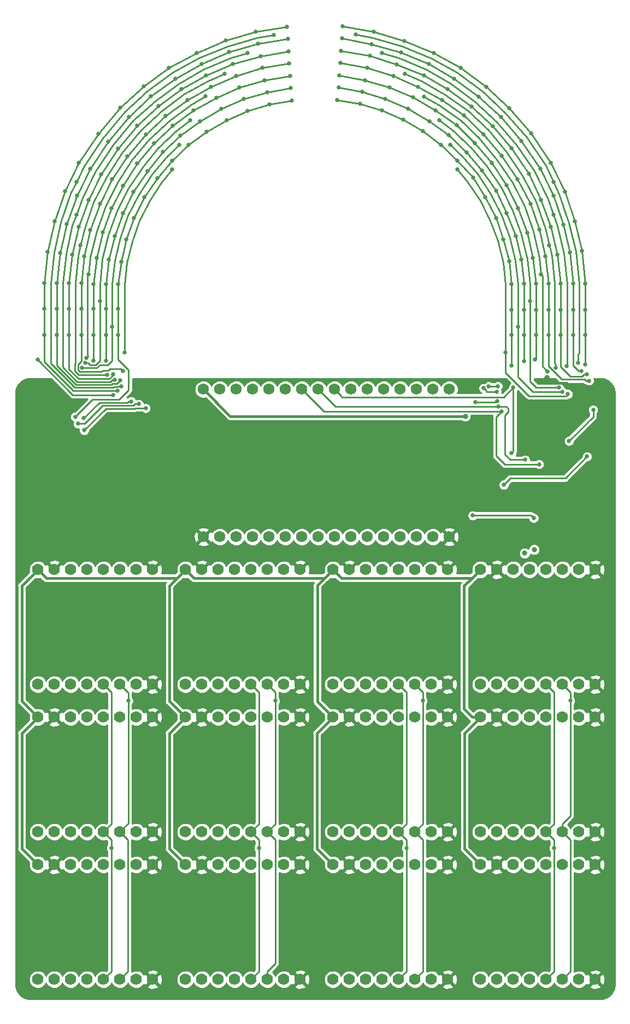
<source format=gbl>
G04 #@! TF.GenerationSoftware,KiCad,Pcbnew,(5.0.0-rc2-204-g01c2d93a8)*
G04 #@! TF.CreationDate,2018-07-30T15:31:50-06:00*
G04 #@! TF.ProjectId,Saintcon2018,5361696E74636F6E323031382E6B6963,rev?*
G04 #@! TF.SameCoordinates,Original*
G04 #@! TF.FileFunction,Copper,L2,Bot,Signal*
G04 #@! TF.FilePolarity,Positive*
%FSLAX46Y46*%
G04 Gerber Fmt 4.6, Leading zero omitted, Abs format (unit mm)*
G04 Created by KiCad (PCBNEW (5.0.0-rc2-204-g01c2d93a8)) date 07/30/18 15:31:50*
%MOMM*%
%LPD*%
G01*
G04 APERTURE LIST*
G04 #@! TA.AperFunction,ComponentPad*
%ADD10C,1.778000*%
G04 #@! TD*
G04 #@! TA.AperFunction,ComponentPad*
%ADD11C,1.750000*%
G04 #@! TD*
G04 #@! TA.AperFunction,ViaPad*
%ADD12C,0.635000*%
G04 #@! TD*
G04 #@! TA.AperFunction,ViaPad*
%ADD13C,0.800000*%
G04 #@! TD*
G04 #@! TA.AperFunction,Conductor*
%ADD14C,0.254000*%
G04 #@! TD*
G04 #@! TA.AperFunction,Conductor*
%ADD15C,0.406400*%
G04 #@! TD*
G04 APERTURE END LIST*
D10*
G04 #@! TO.P,J7,16*
G04 #@! TO.N,GND*
X117094000Y-151638000D03*
G04 #@! TO.P,J7,15*
G04 #@! TO.N,+3V3*
X114554000Y-151638000D03*
G04 #@! TO.P,J7,14*
G04 #@! TO.N,SDA2*
X112014000Y-151638000D03*
G04 #@! TO.P,J7,13*
G04 #@! TO.N,SCL2*
X109474000Y-151638000D03*
G04 #@! TO.P,J7,12*
G04 #@! TO.N,N/C*
X106934000Y-151638000D03*
G04 #@! TO.P,J7,11*
X104394000Y-151638000D03*
G04 #@! TO.P,J7,10*
X101854000Y-151638000D03*
G04 #@! TO.P,J7,9*
X99314000Y-151638000D03*
G04 #@! TO.P,J7,8*
G04 #@! TO.N,GND*
X117094000Y-133858000D03*
G04 #@! TO.P,J7,7*
G04 #@! TO.N,+3V3*
X114554000Y-133858000D03*
G04 #@! TO.P,J7,6*
G04 #@! TO.N,N/C*
X112014000Y-133858000D03*
G04 #@! TO.P,J7,5*
X109474000Y-133858000D03*
G04 #@! TO.P,J7,4*
X106934000Y-133858000D03*
G04 #@! TO.P,J7,3*
X104394000Y-133858000D03*
G04 #@! TO.P,J7,2*
G04 #@! TO.N,GND*
X101854000Y-133858000D03*
G04 #@! TO.P,J7,1*
G04 #@! TO.N,+5V*
X99314000Y-133858000D03*
G04 #@! TD*
G04 #@! TO.P,J6,16*
G04 #@! TO.N,GND*
X94234000Y-151638000D03*
G04 #@! TO.P,J6,15*
G04 #@! TO.N,+3V3*
X91694000Y-151638000D03*
G04 #@! TO.P,J6,14*
G04 #@! TO.N,SDA2*
X89154000Y-151638000D03*
G04 #@! TO.P,J6,13*
G04 #@! TO.N,SCL2*
X86614000Y-151638000D03*
G04 #@! TO.P,J6,12*
G04 #@! TO.N,N/C*
X84074000Y-151638000D03*
G04 #@! TO.P,J6,11*
X81534000Y-151638000D03*
G04 #@! TO.P,J6,10*
X78994000Y-151638000D03*
G04 #@! TO.P,J6,9*
X76454000Y-151638000D03*
G04 #@! TO.P,J6,8*
G04 #@! TO.N,GND*
X94234000Y-133858000D03*
G04 #@! TO.P,J6,7*
G04 #@! TO.N,+3V3*
X91694000Y-133858000D03*
G04 #@! TO.P,J6,6*
G04 #@! TO.N,N/C*
X89154000Y-133858000D03*
G04 #@! TO.P,J6,5*
X86614000Y-133858000D03*
G04 #@! TO.P,J6,4*
X84074000Y-133858000D03*
G04 #@! TO.P,J6,3*
X81534000Y-133858000D03*
G04 #@! TO.P,J6,2*
G04 #@! TO.N,GND*
X78994000Y-133858000D03*
G04 #@! TO.P,J6,1*
G04 #@! TO.N,+5V*
X76454000Y-133858000D03*
G04 #@! TD*
G04 #@! TO.P,J1,16*
G04 #@! TO.N,GND*
X71374000Y-128778000D03*
G04 #@! TO.P,J1,15*
G04 #@! TO.N,+3V3*
X68834000Y-128778000D03*
G04 #@! TO.P,J1,14*
G04 #@! TO.N,SDA2*
X66294000Y-128778000D03*
G04 #@! TO.P,J1,13*
G04 #@! TO.N,SCL2*
X63754000Y-128778000D03*
G04 #@! TO.P,J1,12*
G04 #@! TO.N,N/C*
X61214000Y-128778000D03*
G04 #@! TO.P,J1,11*
X58674000Y-128778000D03*
G04 #@! TO.P,J1,10*
X56134000Y-128778000D03*
G04 #@! TO.P,J1,9*
X53594000Y-128778000D03*
G04 #@! TO.P,J1,8*
G04 #@! TO.N,GND*
X71374000Y-110998000D03*
G04 #@! TO.P,J1,7*
G04 #@! TO.N,+3V3*
X68834000Y-110998000D03*
G04 #@! TO.P,J1,6*
G04 #@! TO.N,N/C*
X66294000Y-110998000D03*
G04 #@! TO.P,J1,5*
X63754000Y-110998000D03*
G04 #@! TO.P,J1,4*
X61214000Y-110998000D03*
G04 #@! TO.P,J1,3*
X58674000Y-110998000D03*
G04 #@! TO.P,J1,2*
G04 #@! TO.N,GND*
X56134000Y-110998000D03*
G04 #@! TO.P,J1,1*
G04 #@! TO.N,+5V*
X53594000Y-110998000D03*
G04 #@! TD*
G04 #@! TO.P,J2,16*
G04 #@! TO.N,GND*
X94234000Y-128778000D03*
G04 #@! TO.P,J2,15*
G04 #@! TO.N,+3V3*
X91694000Y-128778000D03*
G04 #@! TO.P,J2,14*
G04 #@! TO.N,SDA2*
X89154000Y-128778000D03*
G04 #@! TO.P,J2,13*
G04 #@! TO.N,SCL2*
X86614000Y-128778000D03*
G04 #@! TO.P,J2,12*
G04 #@! TO.N,N/C*
X84074000Y-128778000D03*
G04 #@! TO.P,J2,11*
X81534000Y-128778000D03*
G04 #@! TO.P,J2,10*
X78994000Y-128778000D03*
G04 #@! TO.P,J2,9*
X76454000Y-128778000D03*
G04 #@! TO.P,J2,8*
G04 #@! TO.N,GND*
X94234000Y-110998000D03*
G04 #@! TO.P,J2,7*
G04 #@! TO.N,+3V3*
X91694000Y-110998000D03*
G04 #@! TO.P,J2,6*
G04 #@! TO.N,N/C*
X89154000Y-110998000D03*
G04 #@! TO.P,J2,5*
X86614000Y-110998000D03*
G04 #@! TO.P,J2,4*
X84074000Y-110998000D03*
G04 #@! TO.P,J2,3*
X81534000Y-110998000D03*
G04 #@! TO.P,J2,2*
G04 #@! TO.N,GND*
X78994000Y-110998000D03*
G04 #@! TO.P,J2,1*
G04 #@! TO.N,+5V*
X76454000Y-110998000D03*
G04 #@! TD*
G04 #@! TO.P,J3,16*
G04 #@! TO.N,GND*
X117094000Y-128778000D03*
G04 #@! TO.P,J3,15*
G04 #@! TO.N,+3V3*
X114554000Y-128778000D03*
G04 #@! TO.P,J3,14*
G04 #@! TO.N,SDA2*
X112014000Y-128778000D03*
G04 #@! TO.P,J3,13*
G04 #@! TO.N,SCL2*
X109474000Y-128778000D03*
G04 #@! TO.P,J3,12*
G04 #@! TO.N,N/C*
X106934000Y-128778000D03*
G04 #@! TO.P,J3,11*
X104394000Y-128778000D03*
G04 #@! TO.P,J3,10*
X101854000Y-128778000D03*
G04 #@! TO.P,J3,9*
X99314000Y-128778000D03*
G04 #@! TO.P,J3,8*
G04 #@! TO.N,GND*
X117094000Y-110998000D03*
G04 #@! TO.P,J3,7*
G04 #@! TO.N,+3V3*
X114554000Y-110998000D03*
G04 #@! TO.P,J3,6*
G04 #@! TO.N,N/C*
X112014000Y-110998000D03*
G04 #@! TO.P,J3,5*
X109474000Y-110998000D03*
G04 #@! TO.P,J3,4*
X106934000Y-110998000D03*
G04 #@! TO.P,J3,3*
X104394000Y-110998000D03*
G04 #@! TO.P,J3,2*
G04 #@! TO.N,GND*
X101854000Y-110998000D03*
G04 #@! TO.P,J3,1*
G04 #@! TO.N,+5V*
X99314000Y-110998000D03*
G04 #@! TD*
G04 #@! TO.P,J4,16*
G04 #@! TO.N,GND*
X139954000Y-128778000D03*
G04 #@! TO.P,J4,15*
G04 #@! TO.N,+3V3*
X137414000Y-128778000D03*
G04 #@! TO.P,J4,14*
G04 #@! TO.N,SDA2*
X134874000Y-128778000D03*
G04 #@! TO.P,J4,13*
G04 #@! TO.N,SCL2*
X132334000Y-128778000D03*
G04 #@! TO.P,J4,12*
G04 #@! TO.N,N/C*
X129794000Y-128778000D03*
G04 #@! TO.P,J4,11*
X127254000Y-128778000D03*
G04 #@! TO.P,J4,10*
X124714000Y-128778000D03*
G04 #@! TO.P,J4,9*
X122174000Y-128778000D03*
G04 #@! TO.P,J4,8*
G04 #@! TO.N,GND*
X139954000Y-110998000D03*
G04 #@! TO.P,J4,7*
G04 #@! TO.N,+3V3*
X137414000Y-110998000D03*
G04 #@! TO.P,J4,6*
G04 #@! TO.N,N/C*
X134874000Y-110998000D03*
G04 #@! TO.P,J4,5*
X132334000Y-110998000D03*
G04 #@! TO.P,J4,4*
X129794000Y-110998000D03*
G04 #@! TO.P,J4,3*
X127254000Y-110998000D03*
G04 #@! TO.P,J4,2*
G04 #@! TO.N,GND*
X124714000Y-110998000D03*
G04 #@! TO.P,J4,1*
G04 #@! TO.N,+5V*
X122174000Y-110998000D03*
G04 #@! TD*
G04 #@! TO.P,J5,16*
G04 #@! TO.N,GND*
X71374000Y-151638000D03*
G04 #@! TO.P,J5,15*
G04 #@! TO.N,+3V3*
X68834000Y-151638000D03*
G04 #@! TO.P,J5,14*
G04 #@! TO.N,SDA2*
X66294000Y-151638000D03*
G04 #@! TO.P,J5,13*
G04 #@! TO.N,SCL2*
X63754000Y-151638000D03*
G04 #@! TO.P,J5,12*
G04 #@! TO.N,N/C*
X61214000Y-151638000D03*
G04 #@! TO.P,J5,11*
X58674000Y-151638000D03*
G04 #@! TO.P,J5,10*
X56134000Y-151638000D03*
G04 #@! TO.P,J5,9*
X53594000Y-151638000D03*
G04 #@! TO.P,J5,8*
G04 #@! TO.N,GND*
X71374000Y-133858000D03*
G04 #@! TO.P,J5,7*
G04 #@! TO.N,+3V3*
X68834000Y-133858000D03*
G04 #@! TO.P,J5,6*
G04 #@! TO.N,N/C*
X66294000Y-133858000D03*
G04 #@! TO.P,J5,5*
X63754000Y-133858000D03*
G04 #@! TO.P,J5,4*
X61214000Y-133858000D03*
G04 #@! TO.P,J5,3*
X58674000Y-133858000D03*
G04 #@! TO.P,J5,2*
G04 #@! TO.N,GND*
X56134000Y-133858000D03*
G04 #@! TO.P,J5,1*
G04 #@! TO.N,+5V*
X53594000Y-133858000D03*
G04 #@! TD*
G04 #@! TO.P,J8,16*
G04 #@! TO.N,GND*
X139954000Y-151638000D03*
G04 #@! TO.P,J8,15*
G04 #@! TO.N,+3V3*
X137414000Y-151638000D03*
G04 #@! TO.P,J8,14*
G04 #@! TO.N,SDA2*
X134874000Y-151638000D03*
G04 #@! TO.P,J8,13*
G04 #@! TO.N,SCL2*
X132334000Y-151638000D03*
G04 #@! TO.P,J8,12*
G04 #@! TO.N,N/C*
X129794000Y-151638000D03*
G04 #@! TO.P,J8,11*
X127254000Y-151638000D03*
G04 #@! TO.P,J8,10*
X124714000Y-151638000D03*
G04 #@! TO.P,J8,9*
X122174000Y-151638000D03*
G04 #@! TO.P,J8,8*
G04 #@! TO.N,GND*
X139954000Y-133858000D03*
G04 #@! TO.P,J8,7*
G04 #@! TO.N,+3V3*
X137414000Y-133858000D03*
G04 #@! TO.P,J8,6*
G04 #@! TO.N,N/C*
X134874000Y-133858000D03*
G04 #@! TO.P,J8,5*
X132334000Y-133858000D03*
G04 #@! TO.P,J8,4*
X129794000Y-133858000D03*
G04 #@! TO.P,J8,3*
X127254000Y-133858000D03*
G04 #@! TO.P,J8,2*
G04 #@! TO.N,GND*
X124714000Y-133858000D03*
G04 #@! TO.P,J8,1*
G04 #@! TO.N,+5V*
X122174000Y-133858000D03*
G04 #@! TD*
G04 #@! TO.P,J9,16*
G04 #@! TO.N,GND*
X71374000Y-174498000D03*
G04 #@! TO.P,J9,15*
G04 #@! TO.N,+3V3*
X68834000Y-174498000D03*
G04 #@! TO.P,J9,14*
G04 #@! TO.N,SDA2*
X66294000Y-174498000D03*
G04 #@! TO.P,J9,13*
G04 #@! TO.N,SCL2*
X63754000Y-174498000D03*
G04 #@! TO.P,J9,12*
G04 #@! TO.N,N/C*
X61214000Y-174498000D03*
G04 #@! TO.P,J9,11*
X58674000Y-174498000D03*
G04 #@! TO.P,J9,10*
X56134000Y-174498000D03*
G04 #@! TO.P,J9,9*
X53594000Y-174498000D03*
G04 #@! TO.P,J9,8*
G04 #@! TO.N,GND*
X71374000Y-156718000D03*
G04 #@! TO.P,J9,7*
G04 #@! TO.N,+3V3*
X68834000Y-156718000D03*
G04 #@! TO.P,J9,6*
G04 #@! TO.N,N/C*
X66294000Y-156718000D03*
G04 #@! TO.P,J9,5*
X63754000Y-156718000D03*
G04 #@! TO.P,J9,4*
X61214000Y-156718000D03*
G04 #@! TO.P,J9,3*
X58674000Y-156718000D03*
G04 #@! TO.P,J9,2*
G04 #@! TO.N,GND*
X56134000Y-156718000D03*
G04 #@! TO.P,J9,1*
G04 #@! TO.N,+5V*
X53594000Y-156718000D03*
G04 #@! TD*
G04 #@! TO.P,J10,16*
G04 #@! TO.N,GND*
X94234000Y-174498000D03*
G04 #@! TO.P,J10,15*
G04 #@! TO.N,+3V3*
X91694000Y-174498000D03*
G04 #@! TO.P,J10,14*
G04 #@! TO.N,SDA2*
X89154000Y-174498000D03*
G04 #@! TO.P,J10,13*
G04 #@! TO.N,SCL2*
X86614000Y-174498000D03*
G04 #@! TO.P,J10,12*
G04 #@! TO.N,N/C*
X84074000Y-174498000D03*
G04 #@! TO.P,J10,11*
X81534000Y-174498000D03*
G04 #@! TO.P,J10,10*
X78994000Y-174498000D03*
G04 #@! TO.P,J10,9*
X76454000Y-174498000D03*
G04 #@! TO.P,J10,8*
G04 #@! TO.N,GND*
X94234000Y-156718000D03*
G04 #@! TO.P,J10,7*
G04 #@! TO.N,+3V3*
X91694000Y-156718000D03*
G04 #@! TO.P,J10,6*
G04 #@! TO.N,N/C*
X89154000Y-156718000D03*
G04 #@! TO.P,J10,5*
X86614000Y-156718000D03*
G04 #@! TO.P,J10,4*
X84074000Y-156718000D03*
G04 #@! TO.P,J10,3*
X81534000Y-156718000D03*
G04 #@! TO.P,J10,2*
G04 #@! TO.N,GND*
X78994000Y-156718000D03*
G04 #@! TO.P,J10,1*
G04 #@! TO.N,+5V*
X76454000Y-156718000D03*
G04 #@! TD*
G04 #@! TO.P,J11,16*
G04 #@! TO.N,GND*
X117094000Y-174498000D03*
G04 #@! TO.P,J11,15*
G04 #@! TO.N,+3V3*
X114554000Y-174498000D03*
G04 #@! TO.P,J11,14*
G04 #@! TO.N,SDA2*
X112014000Y-174498000D03*
G04 #@! TO.P,J11,13*
G04 #@! TO.N,SCL2*
X109474000Y-174498000D03*
G04 #@! TO.P,J11,12*
G04 #@! TO.N,N/C*
X106934000Y-174498000D03*
G04 #@! TO.P,J11,11*
X104394000Y-174498000D03*
G04 #@! TO.P,J11,10*
X101854000Y-174498000D03*
G04 #@! TO.P,J11,9*
X99314000Y-174498000D03*
G04 #@! TO.P,J11,8*
G04 #@! TO.N,GND*
X117094000Y-156718000D03*
G04 #@! TO.P,J11,7*
G04 #@! TO.N,+3V3*
X114554000Y-156718000D03*
G04 #@! TO.P,J11,6*
G04 #@! TO.N,N/C*
X112014000Y-156718000D03*
G04 #@! TO.P,J11,5*
X109474000Y-156718000D03*
G04 #@! TO.P,J11,4*
X106934000Y-156718000D03*
G04 #@! TO.P,J11,3*
X104394000Y-156718000D03*
G04 #@! TO.P,J11,2*
G04 #@! TO.N,GND*
X101854000Y-156718000D03*
G04 #@! TO.P,J11,1*
G04 #@! TO.N,+5V*
X99314000Y-156718000D03*
G04 #@! TD*
G04 #@! TO.P,J12,16*
G04 #@! TO.N,GND*
X139954000Y-174498000D03*
G04 #@! TO.P,J12,15*
G04 #@! TO.N,+3V3*
X137414000Y-174498000D03*
G04 #@! TO.P,J12,14*
G04 #@! TO.N,SDA2*
X134874000Y-174498000D03*
G04 #@! TO.P,J12,13*
G04 #@! TO.N,SCL2*
X132334000Y-174498000D03*
G04 #@! TO.P,J12,12*
G04 #@! TO.N,N/C*
X129794000Y-174498000D03*
G04 #@! TO.P,J12,11*
X127254000Y-174498000D03*
G04 #@! TO.P,J12,10*
X124714000Y-174498000D03*
G04 #@! TO.P,J12,9*
X122174000Y-174498000D03*
G04 #@! TO.P,J12,8*
G04 #@! TO.N,GND*
X139954000Y-156718000D03*
G04 #@! TO.P,J12,7*
G04 #@! TO.N,+3V3*
X137414000Y-156718000D03*
G04 #@! TO.P,J12,6*
G04 #@! TO.N,N/C*
X134874000Y-156718000D03*
G04 #@! TO.P,J12,5*
X132334000Y-156718000D03*
G04 #@! TO.P,J12,4*
X129794000Y-156718000D03*
G04 #@! TO.P,J12,3*
X127254000Y-156718000D03*
G04 #@! TO.P,J12,2*
G04 #@! TO.N,GND*
X124714000Y-156718000D03*
G04 #@! TO.P,J12,1*
G04 #@! TO.N,+5V*
X122174000Y-156718000D03*
G04 #@! TD*
D11*
G04 #@! TO.P,U1,1*
G04 #@! TO.N,+BATT*
X79248000Y-83058000D03*
G04 #@! TO.P,U1,2*
G04 #@! TO.N,N/C*
X81788000Y-83058000D03*
G04 #@! TO.P,U1,3*
X84328000Y-83058000D03*
G04 #@! TO.P,U1,4*
X86868000Y-83058000D03*
G04 #@! TO.P,U1,5*
X89408000Y-83058000D03*
G04 #@! TO.P,U1,6*
X91948000Y-83058000D03*
G04 #@! TO.P,U1,7*
G04 #@! TO.N,SDB*
X94488000Y-83058000D03*
G04 #@! TO.P,U1,8*
G04 #@! TO.N,SCL*
X97028000Y-83058000D03*
G04 #@! TO.P,U1,9*
G04 #@! TO.N,SDA*
X99568000Y-83058000D03*
G04 #@! TO.P,U1,10*
G04 #@! TO.N,N/C*
X102108000Y-83058000D03*
G04 #@! TO.P,U1,11*
X104648000Y-83058000D03*
G04 #@! TO.P,U1,12*
X107188000Y-83058000D03*
G04 #@! TO.P,U1,13*
X109728000Y-83058000D03*
G04 #@! TO.P,U1,14*
X112268000Y-83058000D03*
G04 #@! TO.P,U1,15*
X114808000Y-83058000D03*
G04 #@! TO.P,U1,16*
G04 #@! TO.N,Net-(R1-Pad1)*
X117348000Y-83058000D03*
G04 #@! TO.P,U1,17*
G04 #@! TO.N,GND*
X117348000Y-105918000D03*
G04 #@! TO.P,U1,18*
G04 #@! TO.N,EN*
X114808000Y-105918000D03*
G04 #@! TO.P,U1,19*
G04 #@! TO.N,SCL2*
X112268000Y-105918000D03*
G04 #@! TO.P,U1,20*
G04 #@! TO.N,N/C*
X109728000Y-105918000D03*
G04 #@! TO.P,U1,21*
X107188000Y-105918000D03*
G04 #@! TO.P,U1,22*
G04 #@! TO.N,SDA2*
X104648000Y-105918000D03*
G04 #@! TO.P,U1,23*
G04 #@! TO.N,FLG*
X102108000Y-105918000D03*
G04 #@! TO.P,U1,24*
G04 #@! TO.N,SW3*
X99568000Y-105918000D03*
G04 #@! TO.P,U1,25*
G04 #@! TO.N,N/C*
X97028000Y-105918000D03*
G04 #@! TO.P,U1,26*
G04 #@! TO.N,SW2*
X94488000Y-105918000D03*
G04 #@! TO.P,U1,27*
G04 #@! TO.N,SW1*
X91948000Y-105918000D03*
G04 #@! TO.P,U1,28*
G04 #@! TO.N,N/C*
X89408000Y-105918000D03*
G04 #@! TO.P,U1,29*
X86868000Y-105918000D03*
G04 #@! TO.P,U1,30*
X84328000Y-105918000D03*
G04 #@! TO.P,U1,31*
X81788000Y-105918000D03*
G04 #@! TO.P,U1,32*
G04 #@! TO.N,GND*
X79248000Y-105918000D03*
G04 #@! TD*
D12*
G04 #@! TO.N,C1-1*
X74422000Y-49009569D03*
X66992500Y-77367500D03*
G04 #@! TO.N,R1-1*
X70294500Y-85979000D03*
X60769500Y-89408000D03*
G04 #@! TO.N,C2-1*
X75496182Y-45148500D03*
X65087500Y-73367500D03*
X60467950Y-79679790D03*
G04 #@! TO.N,C3-1*
X77221223Y-41338500D03*
X63182500Y-69367500D03*
X60931226Y-78981239D03*
G04 #@! TO.N,C4-1*
X79575058Y-37655500D03*
X61404500Y-65268448D03*
X61073499Y-78154999D03*
G04 #@! TO.N,C5-1*
X82531597Y-34163000D03*
X60198000Y-60780843D03*
X64347355Y-80784711D03*
G04 #@! TO.N,C6-1*
X86068717Y-30924500D03*
X59563000Y-55966792D03*
X65536889Y-81545735D03*
G04 #@! TO.N,C7-1*
X90187310Y-28130500D03*
X59563000Y-50900732D03*
X66484292Y-82623069D03*
G04 #@! TO.N,C8-1*
X53594000Y-78486000D03*
X65271340Y-83908967D03*
G04 #@! TO.N,C2-2*
X102863887Y-28067000D03*
X133477000Y-50900732D03*
X137290336Y-78966199D03*
G04 #@! TO.N,C3-2*
X106952271Y-30988000D03*
X133477000Y-55966793D03*
X135509000Y-79502000D03*
G04 #@! TO.N,C4-2*
X110508403Y-34163000D03*
X132842000Y-60780844D03*
X133840413Y-79697323D03*
G04 #@! TO.N,C5-2*
X113428280Y-37719000D03*
X131572000Y-65275870D03*
X132577451Y-80296081D03*
G04 #@! TO.N,C6-2*
X115771503Y-41402000D03*
X129857500Y-69367500D03*
X134342178Y-82791108D03*
G04 #@! TO.N,C7-2*
X117483909Y-45212000D03*
X127952500Y-73367500D03*
X134874000Y-83439000D03*
G04 #@! TO.N,C8-2*
X118618000Y-49009569D03*
X126047500Y-77367500D03*
X135737632Y-83792676D03*
G04 #@! TO.N,R2-1*
X92964000Y-38290500D03*
X89471500Y-38925500D03*
X86106000Y-39941500D03*
X82867500Y-41338500D03*
X79756000Y-43116500D03*
X76898500Y-45212000D03*
X74358500Y-47625000D03*
X72072500Y-50355500D03*
X70104000Y-53340000D03*
X68453000Y-56515000D03*
X67246500Y-59817000D03*
X66484500Y-63309500D03*
X66040000Y-66802000D03*
X66040000Y-70612000D03*
X66040000Y-74612500D03*
X59372500Y-87312500D03*
G04 #@! TO.N,R2-2*
X99949000Y-38227000D03*
X103505000Y-38862000D03*
X106934000Y-39878000D03*
X110236000Y-41275000D03*
X113284000Y-43053000D03*
X116078000Y-45212000D03*
X118618000Y-47625000D03*
X121031000Y-50292000D03*
X122936000Y-53340000D03*
X124587000Y-56515000D03*
X125730000Y-59817000D03*
X126619000Y-63246000D03*
X127000000Y-66802000D03*
X127000000Y-70739000D03*
X127000000Y-74676000D03*
X127000000Y-79375000D03*
X124867679Y-82576679D03*
X123447258Y-82607518D03*
G04 #@! TO.N,R3-1*
X92773500Y-36385500D03*
X89090500Y-37020500D03*
X85471000Y-38100000D03*
X81978500Y-39624000D03*
X78740000Y-41529000D03*
X75692000Y-43751500D03*
X72961500Y-46291500D03*
X70548500Y-49212500D03*
X68389500Y-52451000D03*
X66738500Y-55753000D03*
X65468500Y-59309000D03*
X64579500Y-62992000D03*
X64135000Y-66738500D03*
X64135000Y-70612000D03*
X64135000Y-74612500D03*
X64135000Y-78613000D03*
X59817000Y-88392000D03*
X69215000Y-85331290D03*
G04 #@! TO.N,R3-2*
X100203000Y-36322000D03*
X103886000Y-36957000D03*
X107442000Y-38100000D03*
X110998000Y-39624000D03*
X114300000Y-41529000D03*
X117221000Y-43688000D03*
X120015000Y-46355000D03*
X122428000Y-49149000D03*
X124587000Y-52324000D03*
X126238000Y-55753000D03*
X127635000Y-59309000D03*
X128524000Y-62992000D03*
X128905000Y-66675000D03*
X128905000Y-70739000D03*
X128905000Y-74676000D03*
X124683401Y-83413328D03*
X122655140Y-82881650D03*
X128905000Y-78676500D03*
G04 #@! TO.N,R4-1*
X92646500Y-34480500D03*
X88709500Y-35179000D03*
X84836000Y-36322000D03*
X81216500Y-37909500D03*
X77724000Y-39878000D03*
X74485500Y-42227500D03*
X71564500Y-44958000D03*
X68961000Y-48069500D03*
X66738500Y-51498500D03*
X64960500Y-54991000D03*
X63627000Y-58737500D03*
X62674500Y-62674500D03*
X62230000Y-66738500D03*
X62230000Y-70612000D03*
X62230000Y-74612500D03*
X62230000Y-78643200D03*
X68057328Y-84922915D03*
X60710521Y-87541091D03*
G04 #@! TO.N,R4-2*
X100330000Y-34417000D03*
X104267000Y-35179000D03*
X108077000Y-36322000D03*
X111760000Y-37846000D03*
X115189000Y-39878000D03*
X118491000Y-42164000D03*
X121285000Y-44958000D03*
X123952000Y-48006000D03*
X126238000Y-51435000D03*
X128016000Y-54991000D03*
X129413000Y-58801000D03*
X130302000Y-62738000D03*
X130810000Y-66675000D03*
X130810000Y-70739000D03*
X130810000Y-74676000D03*
X130621927Y-78424927D03*
X121348500Y-85077290D03*
X124817262Y-84910911D03*
G04 #@! TO.N,R5-1*
X92519500Y-32575500D03*
X88392000Y-33274000D03*
X84328000Y-34480500D03*
X80391000Y-36195000D03*
X76771500Y-38227000D03*
X73406000Y-40703500D03*
X70294500Y-43561000D03*
X67437000Y-46990000D03*
X65087500Y-50546000D03*
X63182500Y-54356000D03*
X61722000Y-58356500D03*
X60769500Y-62420500D03*
X60325000Y-66611500D03*
X60325000Y-70612000D03*
X60325000Y-74612500D03*
X66738500Y-80200500D03*
G04 #@! TO.N,R5-2*
X100457000Y-32512000D03*
X104648000Y-33274000D03*
X108712000Y-34544000D03*
X112522000Y-36195000D03*
X116205000Y-38227000D03*
X119634000Y-40640000D03*
X122682000Y-43561000D03*
X125476000Y-46863000D03*
X127889000Y-50546000D03*
X129921000Y-54356000D03*
X131318000Y-58293000D03*
X132207000Y-62484000D03*
X132715000Y-66675000D03*
X132715000Y-70739000D03*
X132715000Y-74676000D03*
X139001500Y-81724500D03*
G04 #@! TO.N,R6-1*
X92392500Y-30670500D03*
X88074500Y-31432500D03*
X83756500Y-32639000D03*
X79629000Y-34417000D03*
X75819000Y-36576000D03*
X72263000Y-39179500D03*
X68961000Y-42227500D03*
X65976500Y-45783500D03*
X63373000Y-49720500D03*
X61404500Y-53721000D03*
X59880500Y-57912000D03*
X58928000Y-62230000D03*
X58420000Y-66611500D03*
X58420000Y-70612000D03*
X58420000Y-74612500D03*
X65214500Y-80772000D03*
G04 #@! TO.N,R6-2*
X100584000Y-30607000D03*
X105029000Y-31369000D03*
X109220000Y-32766000D03*
X113411000Y-34417000D03*
X117094000Y-36576000D03*
X120777000Y-39243000D03*
X124079000Y-42291000D03*
X127000000Y-45720000D03*
X129667000Y-49657000D03*
X131572000Y-53721000D03*
X133096000Y-57912000D03*
X134112000Y-62230000D03*
X134620000Y-66675000D03*
X134620000Y-70739000D03*
X134620000Y-74676000D03*
X138684002Y-80772000D03*
G04 #@! TO.N,R7-1*
X92329000Y-28765500D03*
X87693500Y-29527500D03*
X83185000Y-30797500D03*
X78930500Y-32639000D03*
X74866500Y-34925000D03*
X71120000Y-37655500D03*
X67691000Y-40830500D03*
X64452500Y-44704000D03*
X61658500Y-48895000D03*
X59626500Y-53022500D03*
X58039000Y-57467500D03*
X57023000Y-61976000D03*
X56515000Y-66611500D03*
X56515000Y-70612000D03*
X56515000Y-74612500D03*
X66362831Y-81688632D03*
G04 #@! TO.N,R7-2*
X100711000Y-28702000D03*
X105283000Y-29591000D03*
X109855000Y-30861000D03*
X114173000Y-32639000D03*
X118110000Y-34925000D03*
X121920000Y-37719000D03*
X125349000Y-40894000D03*
X128524000Y-44577000D03*
X131445000Y-48895000D03*
X133477000Y-53086000D03*
X135001000Y-57531000D03*
X136017000Y-61849000D03*
X136525000Y-66675000D03*
X136525000Y-70739000D03*
X136525000Y-74676000D03*
X137806534Y-80228213D03*
G04 #@! TO.N,R8-1*
X92202000Y-26860500D03*
X87376000Y-27686000D03*
X82677000Y-29019500D03*
X78168500Y-30924500D03*
X73914000Y-33274000D03*
X69977000Y-36131500D03*
X66357500Y-39433500D03*
X62928500Y-43497500D03*
X59944000Y-48006000D03*
X57785000Y-52387500D03*
X56197500Y-57023000D03*
X55118000Y-61785500D03*
X54610000Y-66611500D03*
X54610000Y-70612000D03*
X54610000Y-74612500D03*
X65915228Y-83302254D03*
G04 #@! TO.N,R8-2*
X100838000Y-26797000D03*
X105664000Y-27686000D03*
X110363000Y-29083000D03*
X114935000Y-30988000D03*
X119126000Y-33274000D03*
X123063000Y-36195000D03*
X126619000Y-39497000D03*
X130048000Y-43434000D03*
X133096000Y-48006000D03*
X135255000Y-52451000D03*
X136779000Y-57023000D03*
X137922000Y-61595000D03*
X138430000Y-66675000D03*
X138430000Y-70739000D03*
X138430000Y-74676000D03*
X138430002Y-79248000D03*
D13*
G04 #@! TO.N,+BATT*
X119824500Y-87217210D03*
G04 #@! TO.N,GND*
X132905500Y-90360500D03*
X131254500Y-98107500D03*
X58356500Y-84582000D03*
X62547500Y-89217500D03*
X132466621Y-81210098D03*
X135318500Y-89725500D03*
X138747500Y-90995500D03*
X128079500Y-103886000D03*
X130492500Y-104330500D03*
X139763500Y-94107000D03*
X139763500Y-96964500D03*
X141478000Y-85280500D03*
X57912000Y-97942400D03*
X58089800Y-107264200D03*
X136423400Y-107162600D03*
G04 #@! TO.N,+3V3*
X129032000Y-108458000D03*
X130492500Y-107886500D03*
D12*
G04 #@! TO.N,SCL*
X124976374Y-85733883D03*
X129095500Y-93980000D03*
G04 #@! TO.N,SDA*
X127254000Y-82804000D03*
X127000000Y-92900500D03*
G04 #@! TO.N,SDB*
X125476000Y-86487000D03*
X131254492Y-94678500D03*
G04 #@! TO.N,SCL2*
X64973201Y-154114500D03*
X87833201Y-154114500D03*
X110693201Y-154114500D03*
X133553201Y-154114500D03*
G04 #@! TO.N,SDA2*
X67614799Y-131318000D03*
X90373201Y-131318000D03*
X113233201Y-131318000D03*
X136093201Y-131318000D03*
G04 #@! TO.N,EN*
X135890000Y-91059000D03*
X139636500Y-86233000D03*
G04 #@! TO.N,FLG*
X138684000Y-93472000D03*
X125793500Y-97853500D03*
G04 #@! TO.N,SW3*
X120967500Y-102616000D03*
X130429000Y-102997000D03*
G04 #@! TD*
D14*
G04 #@! TO.N,C1-1*
X74422000Y-49009569D02*
X72771000Y-50927000D01*
X72771000Y-50927000D02*
X70929500Y-53848000D01*
X70929500Y-53848000D02*
X69342000Y-56959500D01*
X69342000Y-56959500D02*
X68199000Y-60134500D01*
X68199000Y-60134500D02*
X67373500Y-63500000D01*
X67373500Y-63500000D02*
X66992500Y-66865500D01*
X66992500Y-66865500D02*
X66992500Y-74612500D01*
X66992500Y-74612500D02*
X66992500Y-77367500D01*
G04 #@! TO.N,R1-1*
X68557612Y-86027824D02*
X64149676Y-86027824D01*
X70294500Y-85979000D02*
X68606436Y-85979000D01*
X64149676Y-86027824D02*
X60769500Y-89408000D01*
X68606436Y-85979000D02*
X68557612Y-86027824D01*
G04 #@! TO.N,C2-1*
X75496182Y-45148500D02*
X73660000Y-46990000D01*
X73660000Y-46990000D02*
X71247000Y-49784000D01*
X71247000Y-49784000D02*
X69215000Y-52895500D01*
X69215000Y-52895500D02*
X67564000Y-56134000D01*
X67564000Y-56134000D02*
X66357500Y-59563000D01*
X66357500Y-59563000D02*
X65468500Y-63119000D01*
X65468500Y-63119000D02*
X65087500Y-66802000D01*
X65087500Y-66802000D02*
X65087500Y-73367500D01*
X60985285Y-79748113D02*
X60916962Y-79679790D01*
X65087500Y-73367500D02*
X65087500Y-78619100D01*
X65087500Y-78619100D02*
X64415755Y-79290845D01*
X63187548Y-79290845D02*
X62730280Y-79748113D01*
X60916962Y-79679790D02*
X60467950Y-79679790D01*
X62730280Y-79748113D02*
X60985285Y-79748113D01*
X64415755Y-79290845D02*
X63187548Y-79290845D01*
G04 #@! TO.N,C3-1*
X77221223Y-41338500D02*
X75057000Y-42989500D01*
X75057000Y-42989500D02*
X72199500Y-45720000D01*
X72199500Y-45720000D02*
X69786500Y-48641000D01*
X69786500Y-48641000D02*
X67564000Y-52006500D01*
X67564000Y-52006500D02*
X65849500Y-55435500D01*
X65849500Y-55435500D02*
X64516000Y-59118500D01*
X64516000Y-59118500D02*
X63563500Y-62865000D01*
X63563500Y-62865000D02*
X63182500Y-66738500D01*
X63182500Y-66738500D02*
X63182500Y-69367500D01*
X61380238Y-78981239D02*
X60931226Y-78981239D01*
X61689901Y-79290902D02*
X61380238Y-78981239D01*
X62540898Y-79290902D02*
X61689901Y-79290902D01*
X63182500Y-69367500D02*
X63182500Y-78649300D01*
X63182500Y-78649300D02*
X62540898Y-79290902D01*
G04 #@! TO.N,C4-1*
X79575058Y-37655500D02*
X77279500Y-38989000D01*
X77279500Y-38989000D02*
X73977500Y-41465500D01*
X73977500Y-41465500D02*
X70866000Y-44323000D01*
X70866000Y-44323000D02*
X68135500Y-47561500D01*
X68135500Y-47561500D02*
X65913000Y-51054000D01*
X65913000Y-51054000D02*
X64071500Y-54737000D01*
X64071500Y-54737000D02*
X62674500Y-58547000D01*
X62674500Y-58547000D02*
X61722000Y-62611000D01*
X61722000Y-62611000D02*
X61404500Y-65268448D01*
X61390998Y-77837500D02*
X61073499Y-78154999D01*
X61277500Y-77724002D02*
X61390998Y-77837500D01*
X61404500Y-65268448D02*
X61277500Y-65395448D01*
X61277500Y-65395448D02*
X61277500Y-77724002D01*
G04 #@! TO.N,C5-1*
X82531597Y-34163000D02*
X80010000Y-35242500D01*
X80010000Y-35242500D02*
X76263500Y-37338000D01*
X76263500Y-37338000D02*
X72771000Y-39941500D01*
X72771000Y-39941500D02*
X69596000Y-42926000D01*
X69596000Y-42926000D02*
X66611500Y-46418500D01*
X66611500Y-46418500D02*
X64198500Y-50165000D01*
X64198500Y-50165000D02*
X62230000Y-54038500D01*
X62230000Y-54038500D02*
X60833000Y-58166000D01*
X60833000Y-58166000D02*
X60198000Y-60780843D01*
X63898343Y-80784711D02*
X64347355Y-80784711D01*
X59881618Y-80784711D02*
X63898343Y-80784711D01*
X59361828Y-80264921D02*
X59881618Y-80784711D01*
X59372500Y-79045907D02*
X59361828Y-79056579D01*
X59817000Y-62357000D02*
X59372500Y-66611500D01*
X59372500Y-66611500D02*
X59372500Y-79045907D01*
X59361828Y-79056579D02*
X59361828Y-80264921D01*
X60198000Y-60780843D02*
X59817000Y-62357000D01*
G04 #@! TO.N,C6-1*
X86068717Y-30924500D02*
X83439000Y-31686500D01*
X83439000Y-31686500D02*
X79248000Y-33528000D01*
X79248000Y-33528000D02*
X75311000Y-35750500D01*
X75311000Y-35750500D02*
X71755000Y-38417500D01*
X71755000Y-38417500D02*
X68326000Y-41465500D01*
X68326000Y-41465500D02*
X65214500Y-45212000D01*
X65214500Y-45212000D02*
X62547500Y-49276000D01*
X62547500Y-49276000D02*
X60515500Y-53403500D01*
X60515500Y-53403500D02*
X59563000Y-55966792D01*
X58928000Y-57658000D02*
X57975500Y-62103000D01*
X57975500Y-62103000D02*
X57467500Y-66611500D01*
X65191524Y-81545735D02*
X65536889Y-81545735D01*
X57467500Y-66611500D02*
X57467500Y-79663778D01*
X64847635Y-81889624D02*
X65191524Y-81545735D01*
X57467500Y-79663778D02*
X59693346Y-81889624D01*
X59693346Y-81889624D02*
X64847635Y-81889624D01*
X58928000Y-57658000D02*
X59563000Y-55966792D01*
G04 #@! TO.N,C7-1*
X90187310Y-28130500D02*
X87503000Y-28575000D01*
X87503000Y-28575000D02*
X82931000Y-29908500D01*
X82931000Y-29908500D02*
X78549500Y-31750000D01*
X78549500Y-31750000D02*
X74422000Y-34036000D01*
X74422000Y-34036000D02*
X70485000Y-36893500D01*
X70485000Y-36893500D02*
X67056000Y-40068500D01*
X67056000Y-40068500D02*
X63627000Y-44132500D01*
X63627000Y-44132500D02*
X60769500Y-48514000D01*
X60769500Y-48514000D02*
X59563000Y-50900732D01*
X56070500Y-61849000D02*
X55562500Y-66611500D01*
X66035280Y-82623069D02*
X66484292Y-82623069D01*
X57150000Y-57213500D02*
X56070500Y-61849000D01*
X66007702Y-82650647D02*
X66035280Y-82623069D01*
X59314582Y-82804046D02*
X65226399Y-82804046D01*
X65379798Y-82650647D02*
X66007702Y-82650647D01*
X55562500Y-79051964D02*
X59314582Y-82804046D01*
X65226399Y-82804046D02*
X65379798Y-82650647D01*
X55562500Y-66611500D02*
X55562500Y-79051964D01*
X58674000Y-52705000D02*
X57150000Y-57213500D01*
X59563000Y-50900732D02*
X58674000Y-52705000D01*
G04 #@! TO.N,C8-1*
X53594000Y-78486000D02*
X59016967Y-83908967D01*
X59016967Y-83908967D02*
X64822328Y-83908967D01*
X64822328Y-83908967D02*
X65271340Y-83908967D01*
G04 #@! TO.N,C2-2*
X102863887Y-28067000D02*
X105473500Y-28575000D01*
X105473500Y-28575000D02*
X110109000Y-29908500D01*
X110109000Y-29908500D02*
X114617500Y-31813500D01*
X114617500Y-31813500D02*
X118618000Y-34036000D01*
X118618000Y-34036000D02*
X122555000Y-36957000D01*
X122555000Y-36957000D02*
X125984000Y-40195500D01*
X125984000Y-40195500D02*
X129349500Y-44005500D01*
X129349500Y-44005500D02*
X132270500Y-48387000D01*
X132270500Y-48387000D02*
X133477000Y-50900732D01*
X135890000Y-57277000D02*
X134366000Y-52768500D01*
X136969500Y-61722000D02*
X135890000Y-57277000D01*
X137477500Y-66675000D02*
X136969500Y-61722000D01*
X137477500Y-77470000D02*
X137477500Y-66675000D01*
X137290336Y-78966199D02*
X137290336Y-77657164D01*
X137290336Y-77657164D02*
X137477500Y-77470000D01*
X133477000Y-50900732D02*
X134366000Y-52768500D01*
G04 #@! TO.N,C3-2*
X106952271Y-30988000D02*
X109537500Y-31750000D01*
X109537500Y-31750000D02*
X113792000Y-33528000D01*
X113792000Y-33528000D02*
X117602000Y-35687000D01*
X117602000Y-35687000D02*
X121285000Y-38481000D01*
X121285000Y-38481000D02*
X124714000Y-41592500D01*
X124714000Y-41592500D02*
X127762000Y-45148500D01*
X127762000Y-45148500D02*
X130556000Y-49276000D01*
X130556000Y-49276000D02*
X132588000Y-53403500D01*
X132588000Y-53403500D02*
X133477000Y-55966793D01*
X133477000Y-55966793D02*
X134048500Y-57721500D01*
X134048500Y-57721500D02*
X135128000Y-62039500D01*
X135128000Y-62039500D02*
X135572500Y-66675000D01*
X135572500Y-66675000D02*
X135572500Y-70739000D01*
X135572500Y-70739000D02*
X135572500Y-74676000D01*
X135572500Y-74676000D02*
X135572500Y-79438500D01*
X135572500Y-79438500D02*
X135509000Y-79502000D01*
G04 #@! TO.N,C4-2*
X133840413Y-79248311D02*
X133840413Y-79697323D01*
X133667500Y-79075398D02*
X133840413Y-79248311D01*
X130746500Y-53975000D02*
X132207000Y-58102500D01*
X133223000Y-62357000D02*
X133667500Y-66675000D01*
X116649500Y-37401500D02*
X120269000Y-39941500D01*
X112966500Y-35306000D02*
X116649500Y-37401500D01*
X120269000Y-39941500D02*
X123380500Y-42926000D01*
X132207000Y-58102500D02*
X133223000Y-62357000D01*
X123380500Y-42926000D02*
X126238000Y-46291500D01*
X126238000Y-46291500D02*
X128778000Y-50101500D01*
X133667500Y-66675000D02*
X133667500Y-79075398D01*
X128778000Y-50101500D02*
X130746500Y-53975000D01*
X110508403Y-34163000D02*
X112966500Y-35306000D01*
G04 #@! TO.N,C5-2*
X113428280Y-37719000D02*
X115697000Y-38989000D01*
X115697000Y-38989000D02*
X119062500Y-41402000D01*
X119062500Y-41402000D02*
X121983500Y-44196000D01*
X121983500Y-44196000D02*
X124714000Y-47434500D01*
X124714000Y-47434500D02*
X127127000Y-50990500D01*
X127127000Y-50990500D02*
X128968500Y-54673500D01*
X128968500Y-54673500D02*
X130365500Y-58547000D01*
X130365500Y-58547000D02*
X131254500Y-62611000D01*
X131254500Y-62611000D02*
X131572000Y-65275870D01*
X132259952Y-79978582D02*
X132577451Y-80296081D01*
X131762500Y-79481130D02*
X132259952Y-79978582D01*
X131572000Y-65275870D02*
X131762500Y-65466370D01*
X131762500Y-65466370D02*
X131762500Y-79481130D01*
G04 #@! TO.N,C6-2*
X115771503Y-41402000D02*
X117856000Y-42926000D01*
X117856000Y-42926000D02*
X120713500Y-45593000D01*
X120713500Y-45593000D02*
X123190000Y-48514000D01*
X123190000Y-48514000D02*
X125476000Y-51879500D01*
X125476000Y-51879500D02*
X127127000Y-55308500D01*
X127127000Y-55308500D02*
X128524000Y-59055000D01*
X128524000Y-59055000D02*
X129413000Y-62865000D01*
X129413000Y-62865000D02*
X129857500Y-66675000D01*
X129857500Y-66675000D02*
X129857500Y-69367500D01*
X130797108Y-82791108D02*
X133893166Y-82791108D01*
X129857500Y-81851500D02*
X130797108Y-82791108D01*
X129857500Y-69367500D02*
X129857500Y-81851500D01*
X133893166Y-82791108D02*
X134342178Y-82791108D01*
G04 #@! TO.N,C7-2*
X117483909Y-45212000D02*
X119380000Y-46990000D01*
X119380000Y-46990000D02*
X121729500Y-49657000D01*
X121729500Y-49657000D02*
X123761500Y-52832000D01*
X123761500Y-52832000D02*
X125412500Y-56070500D01*
X125412500Y-56070500D02*
X126682500Y-59563000D01*
X126682500Y-59563000D02*
X127571500Y-63119000D01*
X127571500Y-63119000D02*
X127952500Y-66738500D01*
X127952500Y-66738500D02*
X127952500Y-73367500D01*
X134424988Y-83439000D02*
X134874000Y-83439000D01*
X130238500Y-83439000D02*
X134424988Y-83439000D01*
X127952500Y-73367500D02*
X127952500Y-81153000D01*
X127952500Y-81153000D02*
X130238500Y-83439000D01*
G04 #@! TO.N,C8-2*
X118618000Y-49009569D02*
X120142000Y-50863500D01*
X120142000Y-50863500D02*
X122110500Y-53848000D01*
X122110500Y-53848000D02*
X123698000Y-56959500D01*
X123698000Y-56959500D02*
X124841000Y-60007500D01*
X124841000Y-60007500D02*
X125666500Y-63436500D01*
X125666500Y-63436500D02*
X126047500Y-66802000D01*
X126047500Y-66802000D02*
X126047500Y-74676000D01*
X126047500Y-74676000D02*
X126047500Y-77367500D01*
X135420133Y-84110175D02*
X135737632Y-83792676D01*
X126047500Y-77367500D02*
X126047500Y-80454500D01*
X126047500Y-80454500D02*
X129703175Y-84110175D01*
X129703175Y-84110175D02*
X135420133Y-84110175D01*
G04 #@! TO.N,R2-1*
X92964000Y-38290500D02*
X89471500Y-38925500D01*
X89471500Y-38925500D02*
X86106000Y-39941500D01*
X86106000Y-39941500D02*
X82867500Y-41338500D01*
X82867500Y-41338500D02*
X79756000Y-43116500D01*
X79756000Y-43116500D02*
X76898500Y-45212000D01*
X76898500Y-45212000D02*
X74358500Y-47625000D01*
X74358500Y-47625000D02*
X72072500Y-50355500D01*
X72072500Y-50355500D02*
X70104000Y-53340000D01*
X70104000Y-53340000D02*
X68453000Y-56515000D01*
X68453000Y-56515000D02*
X67246500Y-59817000D01*
X67246500Y-59817000D02*
X66484500Y-63309500D01*
X66484500Y-63309500D02*
X66040000Y-66802000D01*
X66040000Y-66802000D02*
X66040000Y-70612000D01*
X66040000Y-70612000D02*
X66040000Y-74612500D01*
X62028809Y-84656191D02*
X59689999Y-86995001D01*
X66156309Y-84656191D02*
X62028809Y-84656191D01*
X66040000Y-74612500D02*
X66040000Y-78486000D01*
X67627500Y-83185000D02*
X66156309Y-84656191D01*
X66040000Y-78486000D02*
X67627500Y-80073500D01*
X59689999Y-86995001D02*
X59372500Y-87312500D01*
X67627500Y-80073500D02*
X67627500Y-83185000D01*
G04 #@! TO.N,R2-2*
X99949000Y-38227000D02*
X103505000Y-38862000D01*
X106934000Y-39878000D02*
X103505000Y-38862000D01*
X110236000Y-41275000D02*
X106934000Y-39878000D01*
X110236000Y-41275000D02*
X113284000Y-43053000D01*
X113284000Y-43053000D02*
X116078000Y-45212000D01*
X116078000Y-45212000D02*
X118618000Y-47625000D01*
X118618000Y-47625000D02*
X121031000Y-50292000D01*
X121031000Y-50292000D02*
X122936000Y-53340000D01*
X122936000Y-53340000D02*
X124587000Y-56515000D01*
X125730000Y-59817000D02*
X126619000Y-63246000D01*
X126619000Y-63246000D02*
X127000000Y-66802000D01*
X124587000Y-56515000D02*
X125730000Y-59817000D01*
X127000000Y-74676000D02*
X127000000Y-70739000D01*
X127000000Y-70739000D02*
X127000000Y-66802000D01*
X127000000Y-79375000D02*
X127000000Y-74676000D01*
X124867679Y-82576679D02*
X123478097Y-82576679D01*
X123478097Y-82576679D02*
X123447258Y-82607518D01*
G04 #@! TO.N,R3-1*
X92773500Y-36385500D02*
X89090500Y-37020500D01*
X89090500Y-37020500D02*
X85471000Y-38100000D01*
X85471000Y-38100000D02*
X81978500Y-39624000D01*
X81978500Y-39624000D02*
X78740000Y-41529000D01*
X78740000Y-41529000D02*
X75692000Y-43751500D01*
X75692000Y-43751500D02*
X72961500Y-46291500D01*
X72961500Y-46291500D02*
X70548500Y-49212500D01*
X70548500Y-49212500D02*
X68389500Y-52451000D01*
X68389500Y-52451000D02*
X66738500Y-55753000D01*
X66738500Y-55753000D02*
X65468500Y-59309000D01*
X64579500Y-62992000D02*
X65468500Y-59309000D01*
X64579500Y-62992000D02*
X64135000Y-66738500D01*
X64135000Y-66738500D02*
X64135000Y-70612000D01*
X64135000Y-70612000D02*
X64135000Y-74612500D01*
X64135000Y-74612500D02*
X64135000Y-78613000D01*
X60821407Y-88392000D02*
X63642790Y-85570617D01*
X68765988Y-85331290D02*
X69215000Y-85331290D01*
X68607553Y-85331290D02*
X68765988Y-85331290D01*
X63642790Y-85570617D02*
X68368226Y-85570617D01*
X68368226Y-85570617D02*
X68607553Y-85331290D01*
X59817000Y-88392000D02*
X60821407Y-88392000D01*
G04 #@! TO.N,R3-2*
X103886000Y-36957000D02*
X100203000Y-36322000D01*
X103886000Y-36957000D02*
X107442000Y-38100000D01*
X107442000Y-38100000D02*
X110998000Y-39624000D01*
X114300000Y-41529000D02*
X110998000Y-39624000D01*
X117221000Y-43688000D02*
X114300000Y-41529000D01*
X120015000Y-46355000D02*
X117221000Y-43688000D01*
X122428000Y-49149000D02*
X120015000Y-46355000D01*
X124587000Y-52324000D02*
X122428000Y-49149000D01*
X126238000Y-55753000D02*
X124587000Y-52324000D01*
X126238000Y-55753000D02*
X127635000Y-59309000D01*
X127635000Y-59309000D02*
X128524000Y-62992000D01*
X128524000Y-62992000D02*
X128905000Y-66675000D01*
X128905000Y-66675000D02*
X128905000Y-70739000D01*
X128905000Y-70739000D02*
X128905000Y-74676000D01*
X123186818Y-83413328D02*
X122972639Y-83199149D01*
X124683401Y-83413328D02*
X123186818Y-83413328D01*
X122972639Y-83199149D02*
X122655140Y-82881650D01*
X128905000Y-74676000D02*
X128905000Y-78676500D01*
G04 #@! TO.N,R4-1*
X92646500Y-34480500D02*
X88709500Y-35179000D01*
X88709500Y-35179000D02*
X84836000Y-36322000D01*
X84836000Y-36322000D02*
X81216500Y-37909500D01*
X81216500Y-37909500D02*
X77724000Y-39878000D01*
X77724000Y-39878000D02*
X74485500Y-42227500D01*
X74485500Y-42227500D02*
X71564500Y-44958000D01*
X71564500Y-44958000D02*
X68961000Y-48069500D01*
X66738500Y-51498500D02*
X68961000Y-48069500D01*
X66738500Y-51498500D02*
X64960500Y-54991000D01*
X64960500Y-54991000D02*
X63627000Y-58737500D01*
X63627000Y-58737500D02*
X62674500Y-62674500D01*
X62230000Y-70612000D02*
X62230000Y-66738500D01*
X62230000Y-66738500D02*
X62674500Y-62674500D01*
X62230000Y-70612000D02*
X62230000Y-74612500D01*
X62230000Y-74612500D02*
X62230000Y-78643200D01*
X60710521Y-87541091D02*
X63138210Y-85113402D01*
X63138210Y-85113402D02*
X67417829Y-85113402D01*
X67417829Y-85113402D02*
X67608316Y-84922915D01*
X67608316Y-84922915D02*
X68057328Y-84922915D01*
G04 #@! TO.N,R4-2*
X100330000Y-34417000D02*
X104267000Y-35179000D01*
X104267000Y-35179000D02*
X108077000Y-36322000D01*
X108077000Y-36322000D02*
X111760000Y-37846000D01*
X115189000Y-39878000D02*
X111760000Y-37846000D01*
X115189000Y-39878000D02*
X118491000Y-42164000D01*
X118491000Y-42164000D02*
X121285000Y-44958000D01*
X121285000Y-44958000D02*
X123952000Y-48006000D01*
X123952000Y-48006000D02*
X126238000Y-51435000D01*
X126238000Y-51435000D02*
X128016000Y-54991000D01*
X128016000Y-54991000D02*
X129413000Y-58801000D01*
X129413000Y-58801000D02*
X130302000Y-62738000D01*
X130302000Y-62738000D02*
X130810000Y-66675000D01*
X130810000Y-74676000D02*
X130810000Y-70739000D01*
X130810000Y-70739000D02*
X130810000Y-66675000D01*
X130810000Y-78236854D02*
X130621927Y-78424927D01*
X130810000Y-74676000D02*
X130810000Y-78236854D01*
X121348500Y-85077290D02*
X124650883Y-85077290D01*
X124650883Y-85077290D02*
X124817262Y-84910911D01*
G04 #@! TO.N,R5-1*
X60325000Y-74612500D02*
X60325000Y-70612000D01*
X60325000Y-70612000D02*
X60325000Y-66611500D01*
X60325000Y-66611500D02*
X60769500Y-62420500D01*
X60769500Y-62420500D02*
X61722000Y-58356500D01*
X61722000Y-58356500D02*
X63182500Y-54356000D01*
X63182500Y-54356000D02*
X65087500Y-50546000D01*
X65087500Y-50546000D02*
X67437000Y-46990000D01*
X67437000Y-46990000D02*
X70294500Y-43561000D01*
X70294500Y-43561000D02*
X73406000Y-40703500D01*
X73406000Y-40703500D02*
X76771500Y-38227000D01*
X76771500Y-38227000D02*
X80391000Y-36195000D01*
X80391000Y-36195000D02*
X84328000Y-34480500D01*
X84328000Y-34480500D02*
X88392000Y-33274000D01*
X88392000Y-33274000D02*
X92519500Y-32575500D01*
X60071000Y-80327500D02*
X63511593Y-80327500D01*
X64781592Y-79883001D02*
X66421001Y-79883001D01*
X63511593Y-80327500D02*
X63702092Y-80137001D01*
X60325000Y-74612500D02*
X60325000Y-78740000D01*
X60325000Y-78740000D02*
X59819039Y-79245961D01*
X59819039Y-79245961D02*
X59819039Y-80075539D01*
X59819039Y-80075539D02*
X60071000Y-80327500D01*
X66421001Y-79883001D02*
X66738500Y-80200500D01*
X63702092Y-80137001D02*
X64527592Y-80137001D01*
X64527592Y-80137001D02*
X64781592Y-79883001D01*
G04 #@! TO.N,R5-2*
X100457000Y-32512000D02*
X104648000Y-33274000D01*
X104648000Y-33274000D02*
X108712000Y-34544000D01*
X108712000Y-34544000D02*
X112522000Y-36195000D01*
X112522000Y-36195000D02*
X116205000Y-38227000D01*
X116205000Y-38227000D02*
X119634000Y-40640000D01*
X119634000Y-40640000D02*
X122682000Y-43561000D01*
X122682000Y-43561000D02*
X125476000Y-46863000D01*
X125476000Y-46863000D02*
X127889000Y-50546000D01*
X127889000Y-50546000D02*
X129921000Y-54356000D01*
X129921000Y-54356000D02*
X131318000Y-58293000D01*
X131318000Y-58293000D02*
X132207000Y-62484000D01*
X132207000Y-62484000D02*
X132715000Y-66675000D01*
X132715000Y-66675000D02*
X132715000Y-70739000D01*
X132715000Y-70739000D02*
X132715000Y-74676000D01*
X138552488Y-81724500D02*
X139001500Y-81724500D01*
X138361783Y-81533795D02*
X138552488Y-81724500D01*
X134760883Y-81533795D02*
X138361783Y-81533795D01*
X132715000Y-79487912D02*
X134760883Y-81533795D01*
X132715000Y-74676000D02*
X132715000Y-79487912D01*
G04 #@! TO.N,R6-1*
X92392500Y-30670500D02*
X88074500Y-31432500D01*
X88074500Y-31432500D02*
X83756500Y-32639000D01*
X83756500Y-32639000D02*
X79629000Y-34417000D01*
X79629000Y-34417000D02*
X75819000Y-36576000D01*
X75819000Y-36576000D02*
X72263000Y-39179500D01*
X72263000Y-39179500D02*
X68961000Y-42227500D01*
X68961000Y-42227500D02*
X65976500Y-45783500D01*
X65976500Y-45783500D02*
X63373000Y-49720500D01*
X63373000Y-49720500D02*
X61404500Y-53721000D01*
X61404500Y-53721000D02*
X59880500Y-57912000D01*
X59880500Y-57912000D02*
X58928000Y-62230000D01*
X58928000Y-62230000D02*
X58420000Y-66611500D01*
X58420000Y-66611500D02*
X58420000Y-70612000D01*
X58420000Y-70612000D02*
X58420000Y-74612500D01*
X65214500Y-80860485D02*
X65214500Y-80772000D01*
X58420000Y-74612500D02*
X58420000Y-79969685D01*
X59882728Y-81432413D02*
X64642572Y-81432413D01*
X64642572Y-81432413D02*
X65214500Y-80860485D01*
X58420000Y-79969685D02*
X59882728Y-81432413D01*
G04 #@! TO.N,R6-2*
X100584000Y-30607000D02*
X105029000Y-31369000D01*
X105029000Y-31369000D02*
X109220000Y-32766000D01*
X109220000Y-32766000D02*
X113411000Y-34417000D01*
X113411000Y-34417000D02*
X117094000Y-36576000D01*
X117094000Y-36576000D02*
X120777000Y-39243000D01*
X120777000Y-39243000D02*
X124079000Y-42291000D01*
X124079000Y-42291000D02*
X127000000Y-45720000D01*
X127000000Y-45720000D02*
X129667000Y-49657000D01*
X129667000Y-49657000D02*
X131572000Y-53721000D01*
X131572000Y-53721000D02*
X133096000Y-57912000D01*
X133096000Y-57912000D02*
X134112000Y-62230000D01*
X134112000Y-62230000D02*
X134620000Y-66675000D01*
X134620000Y-66675000D02*
X134620000Y-70739000D01*
X134620000Y-70739000D02*
X134620000Y-74676000D01*
X137930406Y-81076584D02*
X138234990Y-80772000D01*
X138234990Y-80772000D02*
X138684002Y-80772000D01*
X134620000Y-79578207D02*
X136118377Y-81076584D01*
X136118377Y-81076584D02*
X137930406Y-81076584D01*
X134620000Y-74676000D02*
X134620000Y-79578207D01*
G04 #@! TO.N,R7-1*
X56515000Y-74612500D02*
X56515000Y-70612000D01*
X56515000Y-70612000D02*
X56515000Y-66611500D01*
X56515000Y-66611500D02*
X57023000Y-61976000D01*
X57023000Y-61976000D02*
X58039000Y-57467500D01*
X58039000Y-57467500D02*
X59626500Y-53022500D01*
X59626500Y-53022500D02*
X61658500Y-48895000D01*
X61658500Y-48895000D02*
X64452500Y-44704000D01*
X64452500Y-44704000D02*
X67691000Y-40830500D01*
X67691000Y-40830500D02*
X71120000Y-37655500D01*
X71120000Y-37655500D02*
X74866500Y-34925000D01*
X74866500Y-34925000D02*
X78930500Y-32639000D01*
X78930500Y-32639000D02*
X83185000Y-30797500D01*
X83185000Y-30797500D02*
X87693500Y-29527500D01*
X87693500Y-29527500D02*
X92329000Y-28765500D01*
X65037017Y-82346835D02*
X65190416Y-82193436D01*
X56515000Y-74612500D02*
X56515000Y-79357871D01*
X56515000Y-79357871D02*
X59503964Y-82346835D01*
X59503964Y-82346835D02*
X65037017Y-82346835D01*
X65190416Y-82193436D02*
X65858027Y-82193436D01*
X65858027Y-82193436D02*
X66045332Y-82006131D01*
X66045332Y-82006131D02*
X66362831Y-81688632D01*
G04 #@! TO.N,R7-2*
X100711000Y-28702000D02*
X105283000Y-29591000D01*
X105283000Y-29591000D02*
X109855000Y-30861000D01*
X109855000Y-30861000D02*
X114173000Y-32639000D01*
X114173000Y-32639000D02*
X118110000Y-34925000D01*
X118110000Y-34925000D02*
X121920000Y-37719000D01*
X121920000Y-37719000D02*
X125349000Y-40894000D01*
X125349000Y-40894000D02*
X128524000Y-44577000D01*
X128524000Y-44577000D02*
X131445000Y-48895000D01*
X131445000Y-48895000D02*
X133477000Y-53086000D01*
X133477000Y-53086000D02*
X135001000Y-57531000D01*
X135001000Y-57531000D02*
X136017000Y-61849000D01*
X136017000Y-61849000D02*
X136525000Y-66675000D01*
X136525000Y-66675000D02*
X136525000Y-70739000D01*
X136525000Y-70739000D02*
X136525000Y-74676000D01*
X136525000Y-74676000D02*
X136525000Y-79395691D01*
X137357522Y-80228213D02*
X137806534Y-80228213D01*
X136525000Y-79395691D02*
X137357522Y-80228213D01*
G04 #@! TO.N,R8-1*
X92202000Y-26860500D02*
X87376000Y-27686000D01*
X87376000Y-27686000D02*
X82677000Y-29019500D01*
X82677000Y-29019500D02*
X78168500Y-30924500D01*
X78168500Y-30924500D02*
X73914000Y-33274000D01*
X73914000Y-33274000D02*
X69977000Y-36131500D01*
X69977000Y-36131500D02*
X66357500Y-39433500D01*
X66357500Y-39433500D02*
X62928500Y-43497500D01*
X62928500Y-43497500D02*
X59944000Y-48006000D01*
X59944000Y-48006000D02*
X57785000Y-52387500D01*
X57785000Y-52387500D02*
X56197500Y-57023000D01*
X56197500Y-57023000D02*
X55118000Y-61785500D01*
X55118000Y-61785500D02*
X54610000Y-66611500D01*
X54610000Y-66611500D02*
X54610000Y-70612000D01*
X54610000Y-70612000D02*
X54610000Y-74612500D01*
X54610000Y-74612500D02*
X54610000Y-78786372D01*
X65874231Y-83261257D02*
X65915228Y-83302254D01*
X54610000Y-78786372D02*
X59084885Y-83261257D01*
X59084885Y-83261257D02*
X65874231Y-83261257D01*
G04 #@! TO.N,R8-2*
X100838000Y-26797000D02*
X105664000Y-27686000D01*
X105664000Y-27686000D02*
X110363000Y-29083000D01*
X110363000Y-29083000D02*
X114935000Y-30988000D01*
X114935000Y-30988000D02*
X119126000Y-33274000D01*
X119126000Y-33274000D02*
X123063000Y-36195000D01*
X123063000Y-36195000D02*
X126619000Y-39497000D01*
X126619000Y-39497000D02*
X130048000Y-43434000D01*
X130048000Y-43434000D02*
X133096000Y-48006000D01*
X133096000Y-48006000D02*
X135255000Y-52451000D01*
X135255000Y-52451000D02*
X136779000Y-57023000D01*
X136779000Y-57023000D02*
X137922000Y-61595000D01*
X137922000Y-61595000D02*
X138430000Y-66675000D01*
X138430000Y-66675000D02*
X138430000Y-70739000D01*
X138430000Y-70739000D02*
X138430000Y-74676000D01*
X138430000Y-74676000D02*
X138430000Y-79247998D01*
X138430000Y-79247998D02*
X138430002Y-79248000D01*
D15*
G04 #@! TO.N,+BATT*
X119258815Y-87217210D02*
X119824500Y-87217210D01*
X83407210Y-87217210D02*
X119258815Y-87217210D01*
X79248000Y-83058000D02*
X83407210Y-87217210D01*
G04 #@! TO.N,GND*
X132466621Y-81210098D02*
X133323729Y-82067206D01*
X135534206Y-82067206D02*
X136652000Y-83185000D01*
X133323729Y-82067206D02*
X135534206Y-82067206D01*
D14*
G04 #@! TO.N,SCL*
X99703883Y-85733883D02*
X124527362Y-85733883D01*
X124527362Y-85733883D02*
X124976374Y-85733883D01*
X97028000Y-83058000D02*
X99703883Y-85733883D01*
X126183383Y-85733883D02*
X126492000Y-86042500D01*
X124976374Y-85733883D02*
X126183383Y-85733883D01*
X126809500Y-93980000D02*
X128646488Y-93980000D01*
X126492000Y-86042500D02*
X126492000Y-86602963D01*
X126492000Y-86602963D02*
X125984000Y-87110963D01*
X125984000Y-87110963D02*
X125984000Y-93154500D01*
X128646488Y-93980000D02*
X129095500Y-93980000D01*
X125984000Y-93154500D02*
X126809500Y-93980000D01*
G04 #@! TO.N,SDA*
X127254000Y-82804000D02*
X125794799Y-84263201D01*
X125794799Y-84263201D02*
X100773201Y-84263201D01*
X100442999Y-83932999D02*
X99568000Y-83058000D01*
X100773201Y-84263201D02*
X100442999Y-83932999D01*
X127254000Y-92646500D02*
X127000000Y-92900500D01*
X127254000Y-82804000D02*
X127254000Y-92646500D01*
G04 #@! TO.N,SDB*
X97917000Y-86487000D02*
X122110500Y-86487000D01*
X94488000Y-83058000D02*
X97917000Y-86487000D01*
X122110500Y-86487000D02*
X125476000Y-86487000D01*
X124628887Y-87334113D02*
X124628887Y-93386888D01*
X124628887Y-93386888D02*
X125920499Y-94678500D01*
X125920499Y-94678500D02*
X130805480Y-94678500D01*
X125476000Y-86487000D02*
X124628887Y-87334113D01*
X130805480Y-94678500D02*
X131254492Y-94678500D01*
G04 #@! TO.N,SCL2*
X64642999Y-152526999D02*
X63754000Y-151638000D01*
X64973201Y-152857201D02*
X64642999Y-152526999D01*
X63754000Y-174498000D02*
X64973201Y-173278799D01*
X87502999Y-152526999D02*
X86614000Y-151638000D01*
X87833201Y-152857201D02*
X87502999Y-152526999D01*
X87833201Y-173278799D02*
X87833201Y-152857201D01*
X86614000Y-174498000D02*
X87833201Y-173278799D01*
X110362999Y-152526999D02*
X109474000Y-151638000D01*
X110693201Y-152857201D02*
X110362999Y-152526999D01*
X110693201Y-173278799D02*
X110693201Y-152857201D01*
X109474000Y-174498000D02*
X110693201Y-173278799D01*
X133222999Y-152526999D02*
X132334000Y-151638000D01*
X133553201Y-152857201D02*
X133222999Y-152526999D01*
X133553201Y-173278799D02*
X133553201Y-152857201D01*
X132334000Y-174498000D02*
X133553201Y-173278799D01*
X64642999Y-129666999D02*
X63754000Y-128778000D01*
X64973201Y-129997201D02*
X64642999Y-129666999D01*
X64973201Y-150418799D02*
X64973201Y-129997201D01*
X63754000Y-151638000D02*
X64973201Y-150418799D01*
X87502999Y-129666999D02*
X86614000Y-128778000D01*
X87833201Y-129997201D02*
X87502999Y-129666999D01*
X87833201Y-150418799D02*
X87833201Y-129997201D01*
X86614000Y-151638000D02*
X87833201Y-150418799D01*
X110362999Y-129666999D02*
X109474000Y-128778000D01*
X110693201Y-129997201D02*
X110362999Y-129666999D01*
X110693201Y-150418799D02*
X110693201Y-129997201D01*
X109474000Y-151638000D02*
X110693201Y-150418799D01*
X133222999Y-129666999D02*
X132334000Y-128778000D01*
X133553201Y-129997201D02*
X133222999Y-129666999D01*
X133553201Y-150418799D02*
X133553201Y-129997201D01*
X132334000Y-151638000D02*
X133553201Y-150418799D01*
X64973201Y-173278799D02*
X64973201Y-154114500D01*
X64973201Y-154114500D02*
X64973201Y-152857201D01*
G04 #@! TO.N,SDA2*
X67182999Y-152526999D02*
X66294000Y-151638000D01*
X67513201Y-152857201D02*
X67182999Y-152526999D01*
X67513201Y-173278799D02*
X67513201Y-152857201D01*
X66294000Y-174498000D02*
X67513201Y-173278799D01*
X90042999Y-152526999D02*
X89154000Y-151638000D01*
X90373201Y-152857201D02*
X90042999Y-152526999D01*
X90373201Y-172021564D02*
X90373201Y-152857201D01*
X89154000Y-173240765D02*
X90373201Y-172021564D01*
X89154000Y-174498000D02*
X89154000Y-173240765D01*
X112902999Y-152526999D02*
X112014000Y-151638000D01*
X113233201Y-152857201D02*
X112902999Y-152526999D01*
X113233201Y-173278799D02*
X113233201Y-152857201D01*
X112014000Y-174498000D02*
X113233201Y-173278799D01*
X135762999Y-152526999D02*
X134874000Y-151638000D01*
X136093201Y-152857201D02*
X135762999Y-152526999D01*
X136093201Y-173278799D02*
X136093201Y-152857201D01*
X134874000Y-174498000D02*
X136093201Y-173278799D01*
X67182999Y-129666999D02*
X66294000Y-128778000D01*
X67614799Y-130098799D02*
X67182999Y-129666999D01*
X66294000Y-151638000D02*
X67614799Y-150317201D01*
X90042999Y-129666999D02*
X89154000Y-128778000D01*
X90373201Y-129997201D02*
X90042999Y-129666999D01*
X90373201Y-150418799D02*
X90373201Y-129997201D01*
X89154000Y-151638000D02*
X90373201Y-150418799D01*
X112902999Y-129666999D02*
X112014000Y-128778000D01*
X113233201Y-129997201D02*
X112902999Y-129666999D01*
X113233201Y-150418799D02*
X113233201Y-129997201D01*
X112014000Y-151638000D02*
X113233201Y-150418799D01*
X135762999Y-129666999D02*
X134874000Y-128778000D01*
X136093201Y-129997201D02*
X135762999Y-129666999D01*
X136093201Y-149161564D02*
X136093201Y-129997201D01*
X134874000Y-150380765D02*
X136093201Y-149161564D01*
X134874000Y-151638000D02*
X134874000Y-150380765D01*
X67614799Y-150317201D02*
X67614799Y-131318000D01*
X67614799Y-131318000D02*
X67614799Y-130098799D01*
G04 #@! TO.N,EN*
X135890000Y-91059000D02*
X139636500Y-87312500D01*
X139636500Y-87312500D02*
X139636500Y-86233000D01*
D15*
G04 #@! TO.N,+5V*
X75565001Y-111886999D02*
X76454000Y-110998000D01*
X75158599Y-112293401D02*
X75565001Y-111886999D01*
X54889401Y-112293401D02*
X75158599Y-112293401D01*
X53594000Y-110998000D02*
X54889401Y-112293401D01*
X98425001Y-111886999D02*
X99314000Y-110998000D01*
X98018599Y-112293401D02*
X98425001Y-111886999D01*
X77749401Y-112293401D02*
X98018599Y-112293401D01*
X76454000Y-110998000D02*
X77749401Y-112293401D01*
X121285001Y-111886999D02*
X122174000Y-110998000D01*
X120878599Y-112293401D02*
X121285001Y-111886999D01*
X100609401Y-112293401D02*
X120878599Y-112293401D01*
X99314000Y-110998000D02*
X100609401Y-112293401D01*
X75565001Y-134746999D02*
X76454000Y-133858000D01*
X73977500Y-136334500D02*
X75565001Y-134746999D01*
X76454000Y-156718000D02*
X73977500Y-154241500D01*
X73977500Y-154241500D02*
X73977500Y-136334500D01*
X73977500Y-113474500D02*
X75158599Y-112293401D01*
X76454000Y-133858000D02*
X73977500Y-131381500D01*
X73977500Y-131381500D02*
X73977500Y-113474500D01*
X98425001Y-134746999D02*
X99314000Y-133858000D01*
X96837500Y-136334500D02*
X98425001Y-134746999D01*
X99314000Y-156718000D02*
X96837500Y-154241500D01*
X96837500Y-154241500D02*
X96837500Y-136334500D01*
X96901000Y-113411000D02*
X98018599Y-112293401D01*
X99314000Y-133858000D02*
X96901000Y-131445000D01*
X96901000Y-131445000D02*
X96901000Y-113411000D01*
X121285001Y-134746999D02*
X122174000Y-133858000D01*
X119697500Y-136334500D02*
X121285001Y-134746999D01*
X122174000Y-156718000D02*
X119697500Y-154241500D01*
X119697500Y-154241500D02*
X119697500Y-136334500D01*
X119634000Y-113538000D02*
X120878599Y-112293401D01*
X119634000Y-132575235D02*
X119634000Y-113538000D01*
X122174000Y-133858000D02*
X120916765Y-133858000D01*
X120916765Y-133858000D02*
X119634000Y-132575235D01*
X52705001Y-111886999D02*
X53594000Y-110998000D01*
X51117500Y-113474500D02*
X52705001Y-111886999D01*
X53594000Y-133858000D02*
X51117500Y-131381500D01*
X51117500Y-131381500D02*
X51117500Y-113474500D01*
X52705001Y-134746999D02*
X53594000Y-133858000D01*
X51117500Y-136334500D02*
X52705001Y-134746999D01*
X53594000Y-156718000D02*
X51117500Y-154241500D01*
X51117500Y-154241500D02*
X51117500Y-136334500D01*
D14*
G04 #@! TO.N,FLG*
X126110999Y-97536001D02*
X125793500Y-97853500D01*
X126809500Y-96837500D02*
X126110999Y-97536001D01*
X138684000Y-93472000D02*
X135318500Y-96837500D01*
X135318500Y-96837500D02*
X126809500Y-96837500D01*
G04 #@! TO.N,SW3*
X121031000Y-102552500D02*
X120967500Y-102616000D01*
X130429000Y-102997000D02*
X129984500Y-102552500D01*
X129984500Y-102552500D02*
X121031000Y-102552500D01*
G04 #@! TD*
G04 #@! TO.N,GND*
G36*
X58523731Y-84313756D02*
X58559158Y-84366776D01*
X58769202Y-84507124D01*
X58954426Y-84543967D01*
X58954431Y-84543967D01*
X59016966Y-84556406D01*
X59079502Y-84543967D01*
X61243007Y-84543967D01*
X59299976Y-86487000D01*
X59208298Y-86487000D01*
X58904892Y-86612674D01*
X58672674Y-86844892D01*
X58547000Y-87148298D01*
X58547000Y-87476702D01*
X58672674Y-87780108D01*
X58904892Y-88012326D01*
X59054997Y-88074501D01*
X58991500Y-88227798D01*
X58991500Y-88556202D01*
X59117174Y-88859608D01*
X59349392Y-89091826D01*
X59652798Y-89217500D01*
X59954893Y-89217500D01*
X59944000Y-89243798D01*
X59944000Y-89572202D01*
X60069674Y-89875608D01*
X60301892Y-90107826D01*
X60605298Y-90233500D01*
X60933702Y-90233500D01*
X61237108Y-90107826D01*
X61469326Y-89875608D01*
X61595000Y-89572202D01*
X61595000Y-89480524D01*
X64412702Y-86662824D01*
X68495075Y-86662824D01*
X68557612Y-86675263D01*
X68620149Y-86662824D01*
X68620153Y-86662824D01*
X68805377Y-86625981D01*
X68823308Y-86614000D01*
X69762066Y-86614000D01*
X69826892Y-86678826D01*
X70130298Y-86804500D01*
X70458702Y-86804500D01*
X70762108Y-86678826D01*
X70994326Y-86446608D01*
X71120000Y-86143202D01*
X71120000Y-85814798D01*
X70994326Y-85511392D01*
X70762108Y-85279174D01*
X70458702Y-85153500D01*
X70130298Y-85153500D01*
X70040500Y-85190695D01*
X70040500Y-85167088D01*
X69914826Y-84863682D01*
X69682608Y-84631464D01*
X69379202Y-84505790D01*
X69050798Y-84505790D01*
X68818005Y-84602215D01*
X68757154Y-84455307D01*
X68524936Y-84223089D01*
X68221530Y-84097415D01*
X67893126Y-84097415D01*
X67589720Y-84223089D01*
X67519709Y-84293100D01*
X67392028Y-84318497D01*
X68032289Y-83678236D01*
X68085309Y-83642809D01*
X68225657Y-83432765D01*
X68262500Y-83247541D01*
X68262500Y-83247536D01*
X68274939Y-83185001D01*
X68262500Y-83122465D01*
X68262500Y-81407000D01*
X71159005Y-81407000D01*
X71165053Y-81408203D01*
X71171101Y-81407000D01*
X121958805Y-81407000D01*
X121964853Y-81408203D01*
X121970901Y-81407000D01*
X126101976Y-81407000D01*
X126795413Y-82100437D01*
X126786392Y-82104174D01*
X126554174Y-82336392D01*
X126428500Y-82639798D01*
X126428500Y-82731475D01*
X125531775Y-83628201D01*
X125487913Y-83628201D01*
X125508901Y-83577530D01*
X125508901Y-83249126D01*
X125466070Y-83145722D01*
X125567505Y-83044287D01*
X125693179Y-82740881D01*
X125693179Y-82412477D01*
X125567505Y-82109071D01*
X125335287Y-81876853D01*
X125031881Y-81751179D01*
X124703477Y-81751179D01*
X124400071Y-81876853D01*
X124335245Y-81941679D01*
X123948853Y-81941679D01*
X123914866Y-81907692D01*
X123611460Y-81782018D01*
X123283056Y-81782018D01*
X122979650Y-81907692D01*
X122827721Y-82059621D01*
X122819342Y-82056150D01*
X122490938Y-82056150D01*
X122187532Y-82181824D01*
X121955314Y-82414042D01*
X121829640Y-82717448D01*
X121829640Y-83045852D01*
X121955314Y-83349258D01*
X122187532Y-83581476D01*
X122300337Y-83628201D01*
X118608764Y-83628201D01*
X118731000Y-83333096D01*
X118731000Y-82782904D01*
X118520451Y-82274593D01*
X118131407Y-81885549D01*
X117623096Y-81675000D01*
X117072904Y-81675000D01*
X116564593Y-81885549D01*
X116175549Y-82274593D01*
X116078000Y-82510097D01*
X115980451Y-82274593D01*
X115591407Y-81885549D01*
X115083096Y-81675000D01*
X114532904Y-81675000D01*
X114024593Y-81885549D01*
X113635549Y-82274593D01*
X113538000Y-82510097D01*
X113440451Y-82274593D01*
X113051407Y-81885549D01*
X112543096Y-81675000D01*
X111992904Y-81675000D01*
X111484593Y-81885549D01*
X111095549Y-82274593D01*
X110998000Y-82510097D01*
X110900451Y-82274593D01*
X110511407Y-81885549D01*
X110003096Y-81675000D01*
X109452904Y-81675000D01*
X108944593Y-81885549D01*
X108555549Y-82274593D01*
X108458000Y-82510097D01*
X108360451Y-82274593D01*
X107971407Y-81885549D01*
X107463096Y-81675000D01*
X106912904Y-81675000D01*
X106404593Y-81885549D01*
X106015549Y-82274593D01*
X105918000Y-82510097D01*
X105820451Y-82274593D01*
X105431407Y-81885549D01*
X104923096Y-81675000D01*
X104372904Y-81675000D01*
X103864593Y-81885549D01*
X103475549Y-82274593D01*
X103378000Y-82510097D01*
X103280451Y-82274593D01*
X102891407Y-81885549D01*
X102383096Y-81675000D01*
X101832904Y-81675000D01*
X101324593Y-81885549D01*
X100935549Y-82274593D01*
X100838000Y-82510097D01*
X100740451Y-82274593D01*
X100351407Y-81885549D01*
X99843096Y-81675000D01*
X99292904Y-81675000D01*
X98784593Y-81885549D01*
X98395549Y-82274593D01*
X98298000Y-82510097D01*
X98200451Y-82274593D01*
X97811407Y-81885549D01*
X97303096Y-81675000D01*
X96752904Y-81675000D01*
X96244593Y-81885549D01*
X95855549Y-82274593D01*
X95758000Y-82510097D01*
X95660451Y-82274593D01*
X95271407Y-81885549D01*
X94763096Y-81675000D01*
X94212904Y-81675000D01*
X93704593Y-81885549D01*
X93315549Y-82274593D01*
X93218000Y-82510097D01*
X93120451Y-82274593D01*
X92731407Y-81885549D01*
X92223096Y-81675000D01*
X91672904Y-81675000D01*
X91164593Y-81885549D01*
X90775549Y-82274593D01*
X90678000Y-82510097D01*
X90580451Y-82274593D01*
X90191407Y-81885549D01*
X89683096Y-81675000D01*
X89132904Y-81675000D01*
X88624593Y-81885549D01*
X88235549Y-82274593D01*
X88138000Y-82510097D01*
X88040451Y-82274593D01*
X87651407Y-81885549D01*
X87143096Y-81675000D01*
X86592904Y-81675000D01*
X86084593Y-81885549D01*
X85695549Y-82274593D01*
X85598000Y-82510097D01*
X85500451Y-82274593D01*
X85111407Y-81885549D01*
X84603096Y-81675000D01*
X84052904Y-81675000D01*
X83544593Y-81885549D01*
X83155549Y-82274593D01*
X83058000Y-82510097D01*
X82960451Y-82274593D01*
X82571407Y-81885549D01*
X82063096Y-81675000D01*
X81512904Y-81675000D01*
X81004593Y-81885549D01*
X80615549Y-82274593D01*
X80518000Y-82510097D01*
X80420451Y-82274593D01*
X80031407Y-81885549D01*
X79523096Y-81675000D01*
X78972904Y-81675000D01*
X78464593Y-81885549D01*
X78075549Y-82274593D01*
X77865000Y-82782904D01*
X77865000Y-83333096D01*
X78075549Y-83841407D01*
X78464593Y-84230451D01*
X78972904Y-84441000D01*
X79523096Y-84441000D01*
X79595303Y-84411091D01*
X82854788Y-87670577D01*
X82894464Y-87729956D01*
X82953843Y-87769632D01*
X82953845Y-87769634D01*
X83129712Y-87887145D01*
X83129713Y-87887145D01*
X83129714Y-87887146D01*
X83337164Y-87928410D01*
X83337167Y-87928410D01*
X83407209Y-87942342D01*
X83477251Y-87928410D01*
X119251594Y-87928410D01*
X119310159Y-87986975D01*
X119643888Y-88125210D01*
X120005112Y-88125210D01*
X120338841Y-87986975D01*
X120594265Y-87731551D01*
X120732500Y-87397822D01*
X120732500Y-87122000D01*
X124023639Y-87122000D01*
X123993887Y-87271573D01*
X123993887Y-87271576D01*
X123981448Y-87334113D01*
X123993887Y-87396650D01*
X123993888Y-93324346D01*
X123981448Y-93386888D01*
X124030730Y-93634652D01*
X124030731Y-93634653D01*
X124171079Y-93844697D01*
X124224099Y-93880124D01*
X125427263Y-95083288D01*
X125462690Y-95136309D01*
X125672734Y-95276657D01*
X125857958Y-95313500D01*
X125857961Y-95313500D01*
X125920498Y-95325939D01*
X125983035Y-95313500D01*
X130722058Y-95313500D01*
X130786884Y-95378326D01*
X131090290Y-95504000D01*
X131418694Y-95504000D01*
X131722100Y-95378326D01*
X131954318Y-95146108D01*
X132079992Y-94842702D01*
X132079992Y-94514298D01*
X131954318Y-94210892D01*
X131722100Y-93978674D01*
X131418694Y-93853000D01*
X131090290Y-93853000D01*
X130786884Y-93978674D01*
X130722058Y-94043500D01*
X129921000Y-94043500D01*
X129921000Y-93815798D01*
X129795326Y-93512392D01*
X129563108Y-93280174D01*
X129259702Y-93154500D01*
X128931298Y-93154500D01*
X128627892Y-93280174D01*
X128563066Y-93345000D01*
X127709398Y-93345000D01*
X127825500Y-93064702D01*
X127825500Y-92934160D01*
X127852157Y-92894265D01*
X127889000Y-92709041D01*
X127889000Y-92709038D01*
X127901439Y-92646501D01*
X127889000Y-92583964D01*
X127889000Y-90894798D01*
X135064500Y-90894798D01*
X135064500Y-91223202D01*
X135190174Y-91526608D01*
X135422392Y-91758826D01*
X135725798Y-91884500D01*
X136054202Y-91884500D01*
X136357608Y-91758826D01*
X136589826Y-91526608D01*
X136715500Y-91223202D01*
X136715500Y-91131524D01*
X140041290Y-87805735D01*
X140094309Y-87770309D01*
X140234657Y-87560265D01*
X140271500Y-87375041D01*
X140271500Y-87375038D01*
X140283939Y-87312501D01*
X140271500Y-87249964D01*
X140271500Y-86765434D01*
X140336326Y-86700608D01*
X140462000Y-86397202D01*
X140462000Y-86068798D01*
X140336326Y-85765392D01*
X140104108Y-85533174D01*
X139800702Y-85407500D01*
X139472298Y-85407500D01*
X139168892Y-85533174D01*
X138936674Y-85765392D01*
X138811000Y-86068798D01*
X138811000Y-86397202D01*
X138936674Y-86700608D01*
X139001501Y-86765435D01*
X139001500Y-87049475D01*
X135817476Y-90233500D01*
X135725798Y-90233500D01*
X135422392Y-90359174D01*
X135190174Y-90591392D01*
X135064500Y-90894798D01*
X127889000Y-90894798D01*
X127889000Y-83336434D01*
X127953826Y-83271608D01*
X127957563Y-83262587D01*
X129209939Y-84514964D01*
X129245366Y-84567984D01*
X129455410Y-84708332D01*
X129640634Y-84745175D01*
X129640637Y-84745175D01*
X129703174Y-84757614D01*
X129765711Y-84745175D01*
X135357596Y-84745175D01*
X135420133Y-84757614D01*
X135482670Y-84745175D01*
X135482674Y-84745175D01*
X135667898Y-84708332D01*
X135802825Y-84618176D01*
X135901834Y-84618176D01*
X136205240Y-84492502D01*
X136437458Y-84260284D01*
X136563132Y-83956878D01*
X136563132Y-83628474D01*
X136437458Y-83325068D01*
X136205240Y-83092850D01*
X135901834Y-82967176D01*
X135573430Y-82967176D01*
X135570729Y-82968295D01*
X135341608Y-82739174D01*
X135167678Y-82667130D01*
X135167678Y-82626906D01*
X135042004Y-82323500D01*
X134887299Y-82168795D01*
X138085649Y-82168795D01*
X138094679Y-82182309D01*
X138304723Y-82322657D01*
X138463881Y-82354315D01*
X138533892Y-82424326D01*
X138837298Y-82550000D01*
X139165702Y-82550000D01*
X139469108Y-82424326D01*
X139701326Y-82192108D01*
X139827000Y-81888702D01*
X139827000Y-81560298D01*
X139763502Y-81407000D01*
X140939648Y-81407000D01*
X141015441Y-81422002D01*
X141044841Y-81416125D01*
X141066062Y-81418360D01*
X141094877Y-81421612D01*
X141125410Y-81425358D01*
X141157130Y-81429635D01*
X141189145Y-81434420D01*
X141220382Y-81439636D01*
X141250128Y-81445232D01*
X141278708Y-81451311D01*
X141307044Y-81458051D01*
X141335310Y-81465485D01*
X141363417Y-81473582D01*
X141391454Y-81482365D01*
X141419251Y-81491775D01*
X141446892Y-81501833D01*
X141474362Y-81512531D01*
X141502511Y-81524200D01*
X141531295Y-81536768D01*
X141560181Y-81549926D01*
X141588261Y-81563169D01*
X141615012Y-81576151D01*
X141639823Y-81588471D01*
X141662366Y-81599859D01*
X141679914Y-81608819D01*
X141679935Y-81608836D01*
X141689552Y-81613756D01*
X141689577Y-81613776D01*
X141700226Y-81619223D01*
X141713099Y-81625807D01*
X141713102Y-81625810D01*
X141737971Y-81638530D01*
X141747221Y-81643264D01*
X141776772Y-81658388D01*
X141776784Y-81658391D01*
X141786495Y-81663361D01*
X141786522Y-81663369D01*
X141791165Y-81665744D01*
X141801937Y-81671261D01*
X141823931Y-81682628D01*
X141848067Y-81695301D01*
X141873868Y-81709136D01*
X141900790Y-81723948D01*
X141928093Y-81739433D01*
X141954979Y-81755236D01*
X141980598Y-81770932D01*
X142005017Y-81786627D01*
X142028909Y-81802755D01*
X142052526Y-81819476D01*
X142075786Y-81836732D01*
X142098736Y-81854556D01*
X142121254Y-81872853D01*
X142143402Y-81891670D01*
X142165116Y-81910952D01*
X142186915Y-81931171D01*
X142209189Y-81952641D01*
X142231415Y-81974769D01*
X142253134Y-81996989D01*
X142273823Y-82018643D01*
X142293024Y-82039120D01*
X142310475Y-82058006D01*
X142326146Y-82075132D01*
X142332744Y-82082368D01*
X142332745Y-82082369D01*
X142349616Y-82100870D01*
X142349622Y-82100880D01*
X142386771Y-82141616D01*
X142405745Y-82162424D01*
X142415476Y-82173100D01*
X142431442Y-82190713D01*
X142449109Y-82210429D01*
X142468156Y-82232026D01*
X142487964Y-82254947D01*
X142508137Y-82278868D01*
X142528047Y-82303178D01*
X142547008Y-82327151D01*
X142564836Y-82350651D01*
X142581900Y-82374197D01*
X142598424Y-82398086D01*
X142614425Y-82422347D01*
X142629861Y-82446918D01*
X142644729Y-82471801D01*
X142658969Y-82496896D01*
X142672604Y-82522250D01*
X142685882Y-82548346D01*
X142699122Y-82575781D01*
X142712267Y-82604288D01*
X142724986Y-82632984D01*
X142736997Y-82661019D01*
X142748107Y-82687703D01*
X142758090Y-82712242D01*
X142767058Y-82734652D01*
X142768211Y-82737556D01*
X142768214Y-82737572D01*
X142772182Y-82747565D01*
X142772183Y-82747571D01*
X142776349Y-82758064D01*
X142776351Y-82758072D01*
X142781196Y-82770273D01*
X142781197Y-82770278D01*
X142791363Y-82795877D01*
X142803099Y-82825445D01*
X142803103Y-82825452D01*
X142812381Y-82848825D01*
X142812399Y-82848853D01*
X142816375Y-82858866D01*
X142816378Y-82858871D01*
X142816911Y-82860213D01*
X142825375Y-82881650D01*
X142834884Y-82906110D01*
X142845071Y-82932921D01*
X142855573Y-82961400D01*
X142866169Y-82991221D01*
X142876447Y-83021496D01*
X142886070Y-83051482D01*
X142894762Y-83080535D01*
X142902659Y-83109236D01*
X142909887Y-83138046D01*
X142916437Y-83166939D01*
X142922325Y-83196026D01*
X142927519Y-83225179D01*
X142932009Y-83254385D01*
X142935788Y-83283646D01*
X142938895Y-83313386D01*
X142941422Y-83344578D01*
X142943417Y-83377097D01*
X142944900Y-83410102D01*
X142945907Y-83442375D01*
X142946524Y-83473420D01*
X142946834Y-83502079D01*
X142946942Y-83528209D01*
X142946953Y-83550018D01*
X142946953Y-84557260D01*
X142946954Y-84557265D01*
X142946953Y-85713826D01*
X142946954Y-85713831D01*
X142946953Y-87591936D01*
X142946954Y-87591941D01*
X142946953Y-90366509D01*
X142946954Y-90366514D01*
X142946953Y-94212467D01*
X142946954Y-94212472D01*
X142946953Y-99304706D01*
X142946954Y-99304711D01*
X142946953Y-105713306D01*
X142946954Y-105713311D01*
X142946953Y-113160493D01*
X142946954Y-113160498D01*
X142946953Y-121296426D01*
X142946954Y-121296431D01*
X142946953Y-129771266D01*
X142946954Y-129771271D01*
X142946953Y-138235173D01*
X142946954Y-138235178D01*
X142946953Y-146338309D01*
X142946954Y-146338314D01*
X142946953Y-153730832D01*
X142946954Y-153730837D01*
X142946953Y-160062905D01*
X142946954Y-160062910D01*
X142946953Y-165072147D01*
X142946954Y-165072152D01*
X142946953Y-168846019D01*
X142946954Y-168846024D01*
X142946953Y-171559439D01*
X142946954Y-171559444D01*
X142946953Y-173387328D01*
X142946954Y-173387333D01*
X142946953Y-174384844D01*
X142946953Y-175344911D01*
X142946938Y-175368245D01*
X142946805Y-175396299D01*
X142946435Y-175426992D01*
X142945709Y-175460154D01*
X142944536Y-175494576D01*
X142942821Y-175529640D01*
X142940520Y-175564186D01*
X142937619Y-175597199D01*
X142934058Y-175628685D01*
X142929723Y-175659773D01*
X142924576Y-175690844D01*
X142918639Y-175721816D01*
X142911929Y-175752653D01*
X142904443Y-175783400D01*
X142896218Y-175813942D01*
X142887246Y-175844338D01*
X142877337Y-175875223D01*
X142866434Y-175906924D01*
X142854811Y-175938886D01*
X142842861Y-175970287D01*
X142831022Y-176000269D01*
X142819632Y-176028273D01*
X142808965Y-176053907D01*
X142799383Y-176076591D01*
X142785619Y-176109007D01*
X142778074Y-176126773D01*
X142767637Y-176151344D01*
X142767509Y-176151646D01*
X142760990Y-176166989D01*
X142751502Y-176189316D01*
X142743384Y-176208408D01*
X142733326Y-176231868D01*
X142721938Y-176257976D01*
X142709348Y-176286162D01*
X142695762Y-176315700D01*
X142681414Y-176345833D01*
X142666575Y-176375761D01*
X142651647Y-176404492D01*
X142636679Y-176431785D01*
X142621292Y-176458303D01*
X142605202Y-176484560D01*
X142588431Y-176510521D01*
X142571024Y-176536118D01*
X142553013Y-176561310D01*
X142534427Y-176586061D01*
X142515243Y-176610403D01*
X142495218Y-176634633D01*
X142473895Y-176659342D01*
X142451633Y-176684222D01*
X142429070Y-176708683D01*
X142406913Y-176732100D01*
X142385753Y-176753996D01*
X142366055Y-176774043D01*
X142348425Y-176791774D01*
X142332728Y-176807476D01*
X142268093Y-176872111D01*
X142248385Y-176891817D01*
X142231020Y-176909110D01*
X142211360Y-176928479D01*
X142189776Y-176949410D01*
X142166624Y-176971411D01*
X142142336Y-176993929D01*
X142117478Y-177016308D01*
X142092687Y-177037858D01*
X142068372Y-177058128D01*
X142044114Y-177077417D01*
X142019465Y-177096096D01*
X141994325Y-177114238D01*
X141968808Y-177131755D01*
X141942905Y-177148653D01*
X141916705Y-177164869D01*
X141890247Y-177180381D01*
X141863175Y-177195387D01*
X141834694Y-177210327D01*
X141804982Y-177225181D01*
X141774773Y-177239668D01*
X141745043Y-177253426D01*
X141716625Y-177266185D01*
X141690133Y-177277787D01*
X141665992Y-177288164D01*
X141644597Y-177297268D01*
X141635262Y-177301235D01*
X141603531Y-177314718D01*
X141574981Y-177326844D01*
X141546296Y-177339026D01*
X141534485Y-177344041D01*
X141511830Y-177353628D01*
X141486692Y-177364124D01*
X141459188Y-177375366D01*
X141429470Y-177387171D01*
X141398305Y-177399120D01*
X141366393Y-177410833D01*
X141334563Y-177421906D01*
X141303505Y-177432014D01*
X141273116Y-177441131D01*
X141242603Y-177449497D01*
X141211908Y-177457118D01*
X141181052Y-177463982D01*
X141150118Y-177470062D01*
X141119066Y-177475358D01*
X141087987Y-177479845D01*
X141056669Y-177483542D01*
X141023952Y-177486562D01*
X140989647Y-177488974D01*
X140954638Y-177490794D01*
X140919898Y-177492068D01*
X140886576Y-177492867D01*
X140855344Y-177493295D01*
X140826698Y-177493465D01*
X140801912Y-177493492D01*
X52336446Y-177493492D01*
X52314685Y-177493487D01*
X52287428Y-177493395D01*
X52257326Y-177493094D01*
X52224777Y-177492469D01*
X52190577Y-177491415D01*
X52155564Y-177489842D01*
X52120790Y-177487690D01*
X52087352Y-177484942D01*
X52055531Y-177481554D01*
X52024426Y-177477420D01*
X51993391Y-177472482D01*
X51962359Y-177466735D01*
X51931462Y-177460212D01*
X51900733Y-177452929D01*
X51870119Y-177444882D01*
X51839734Y-177436110D01*
X51809015Y-177426448D01*
X51777509Y-177415782D01*
X51745486Y-177404286D01*
X51713944Y-177392408D01*
X51683470Y-177380477D01*
X51654961Y-177368960D01*
X51628774Y-177358118D01*
X51605031Y-177348117D01*
X51585536Y-177339843D01*
X51571889Y-177334048D01*
X51554924Y-177326844D01*
X51540123Y-177320558D01*
X51536086Y-177318843D01*
X51506176Y-177306135D01*
X51474870Y-177292832D01*
X51473627Y-177292304D01*
X51450736Y-177282519D01*
X51425154Y-177271416D01*
X51397490Y-177259138D01*
X51368231Y-177245786D01*
X51338162Y-177231599D01*
X51308076Y-177216840D01*
X51278991Y-177201914D01*
X51251378Y-177186983D01*
X51224750Y-177171746D01*
X51198413Y-177155822D01*
X51172383Y-177139224D01*
X51146699Y-177121979D01*
X51121398Y-177104113D01*
X51096495Y-177085640D01*
X51072122Y-177066661D01*
X51047903Y-177046878D01*
X51023313Y-177025872D01*
X50998398Y-177003765D01*
X50973812Y-176981249D01*
X50950097Y-176958941D01*
X50927773Y-176937475D01*
X50907235Y-176917368D01*
X50888786Y-176899069D01*
X50873003Y-176883301D01*
X50788959Y-176799257D01*
X50771854Y-176782113D01*
X50752958Y-176762993D01*
X50732413Y-176741900D01*
X50710633Y-176719103D01*
X50688160Y-176695024D01*
X50665674Y-176670243D01*
X50643871Y-176645395D01*
X50623252Y-176620936D01*
X50603807Y-176596773D01*
X50584968Y-176572213D01*
X50566674Y-176547170D01*
X50549022Y-176521779D01*
X50531963Y-176495962D01*
X50515564Y-176469818D01*
X50499873Y-176443420D01*
X50484780Y-176416575D01*
X50469877Y-176388539D01*
X50454947Y-176359009D01*
X50440343Y-176328857D01*
X50426376Y-176298926D01*
X50413361Y-176270140D01*
X50401416Y-176243021D01*
X50390746Y-176218298D01*
X50381370Y-176196299D01*
X50368789Y-176166690D01*
X50353812Y-176131437D01*
X50351244Y-176125390D01*
X50339248Y-176097140D01*
X50334051Y-176084902D01*
X50325238Y-176064111D01*
X50315060Y-176039837D01*
X50303939Y-176012788D01*
X50292263Y-175983626D01*
X50280300Y-175952720D01*
X50268494Y-175920931D01*
X50257222Y-175888995D01*
X50246874Y-175857768D01*
X50237510Y-175827218D01*
X50228964Y-175796765D01*
X50221161Y-175766136D01*
X50214112Y-175735339D01*
X50207825Y-175704379D01*
X50202336Y-175673377D01*
X50197647Y-175642309D01*
X50193757Y-175611109D01*
X50190580Y-175578850D01*
X50188019Y-175544891D01*
X50186051Y-175509898D01*
X50184649Y-175475078D01*
X50183739Y-175441261D01*
X50183227Y-175409443D01*
X50183005Y-175380195D01*
X50182953Y-175353810D01*
X50182953Y-113474500D01*
X50392368Y-113474500D01*
X50406301Y-113544546D01*
X50406300Y-131311459D01*
X50392368Y-131381500D01*
X50406300Y-131451541D01*
X50406300Y-131451545D01*
X50447564Y-131658995D01*
X50447565Y-131658996D01*
X50565076Y-131834864D01*
X50565078Y-131834866D01*
X50604754Y-131894245D01*
X50664134Y-131933922D01*
X52230194Y-133499982D01*
X52197000Y-133580119D01*
X52197000Y-134135881D01*
X52230194Y-134216017D01*
X50664134Y-135782078D01*
X50604755Y-135821754D01*
X50565079Y-135881133D01*
X50565076Y-135881136D01*
X50447565Y-136057004D01*
X50392368Y-136334500D01*
X50406301Y-136404546D01*
X50406300Y-154171459D01*
X50392368Y-154241500D01*
X50406300Y-154311541D01*
X50406300Y-154311545D01*
X50447564Y-154518995D01*
X50487767Y-154579163D01*
X50565076Y-154694864D01*
X50565078Y-154694866D01*
X50604754Y-154754245D01*
X50664134Y-154793922D01*
X52230194Y-156359982D01*
X52197000Y-156440119D01*
X52197000Y-156995881D01*
X52409680Y-157509337D01*
X52802663Y-157902320D01*
X53316119Y-158115000D01*
X53871881Y-158115000D01*
X54385337Y-157902320D01*
X54497461Y-157790196D01*
X55241409Y-157790196D01*
X55326467Y-158045539D01*
X55895965Y-158253516D01*
X56501700Y-158227723D01*
X56941533Y-158045539D01*
X57026591Y-157790196D01*
X56134000Y-156897605D01*
X55241409Y-157790196D01*
X54497461Y-157790196D01*
X54778320Y-157509337D01*
X54789036Y-157483466D01*
X54806461Y-157525533D01*
X55061804Y-157610591D01*
X55954395Y-156718000D01*
X55061804Y-155825409D01*
X54806461Y-155910467D01*
X54790132Y-155955180D01*
X54778320Y-155926663D01*
X54497461Y-155645804D01*
X55241409Y-155645804D01*
X56134000Y-156538395D01*
X57026591Y-155645804D01*
X56941533Y-155390461D01*
X56372035Y-155182484D01*
X55766300Y-155208277D01*
X55326467Y-155390461D01*
X55241409Y-155645804D01*
X54497461Y-155645804D01*
X54385337Y-155533680D01*
X53871881Y-155321000D01*
X53316119Y-155321000D01*
X53235982Y-155354194D01*
X51828700Y-153946912D01*
X51828700Y-136629088D01*
X53235983Y-135221806D01*
X53316119Y-135255000D01*
X53871881Y-135255000D01*
X54385337Y-135042320D01*
X54497461Y-134930196D01*
X55241409Y-134930196D01*
X55326467Y-135185539D01*
X55895965Y-135393516D01*
X56501700Y-135367723D01*
X56941533Y-135185539D01*
X57026591Y-134930196D01*
X56134000Y-134037605D01*
X55241409Y-134930196D01*
X54497461Y-134930196D01*
X54778320Y-134649337D01*
X54789036Y-134623466D01*
X54806461Y-134665533D01*
X55061804Y-134750591D01*
X55954395Y-133858000D01*
X55061804Y-132965409D01*
X54806461Y-133050467D01*
X54790132Y-133095180D01*
X54778320Y-133066663D01*
X54497461Y-132785804D01*
X55241409Y-132785804D01*
X56134000Y-133678395D01*
X57026591Y-132785804D01*
X56941533Y-132530461D01*
X56372035Y-132322484D01*
X55766300Y-132348277D01*
X55326467Y-132530461D01*
X55241409Y-132785804D01*
X54497461Y-132785804D01*
X54385337Y-132673680D01*
X53871881Y-132461000D01*
X53316119Y-132461000D01*
X53235982Y-132494194D01*
X51828700Y-131086912D01*
X51828700Y-128500119D01*
X52197000Y-128500119D01*
X52197000Y-129055881D01*
X52409680Y-129569337D01*
X52802663Y-129962320D01*
X53316119Y-130175000D01*
X53871881Y-130175000D01*
X54385337Y-129962320D01*
X54778320Y-129569337D01*
X54864000Y-129362487D01*
X54949680Y-129569337D01*
X55342663Y-129962320D01*
X55856119Y-130175000D01*
X56411881Y-130175000D01*
X56925337Y-129962320D01*
X57318320Y-129569337D01*
X57404000Y-129362487D01*
X57489680Y-129569337D01*
X57882663Y-129962320D01*
X58396119Y-130175000D01*
X58951881Y-130175000D01*
X59465337Y-129962320D01*
X59858320Y-129569337D01*
X59944000Y-129362487D01*
X60029680Y-129569337D01*
X60422663Y-129962320D01*
X60936119Y-130175000D01*
X61491881Y-130175000D01*
X62005337Y-129962320D01*
X62398320Y-129569337D01*
X62484000Y-129362487D01*
X62569680Y-129569337D01*
X62962663Y-129962320D01*
X63476119Y-130175000D01*
X64031881Y-130175000D01*
X64188218Y-130110243D01*
X64238209Y-130160234D01*
X64238212Y-130160236D01*
X64338202Y-130260226D01*
X64338202Y-132587882D01*
X64031881Y-132461000D01*
X63476119Y-132461000D01*
X62962663Y-132673680D01*
X62569680Y-133066663D01*
X62484000Y-133273513D01*
X62398320Y-133066663D01*
X62005337Y-132673680D01*
X61491881Y-132461000D01*
X60936119Y-132461000D01*
X60422663Y-132673680D01*
X60029680Y-133066663D01*
X59944000Y-133273513D01*
X59858320Y-133066663D01*
X59465337Y-132673680D01*
X58951881Y-132461000D01*
X58396119Y-132461000D01*
X57882663Y-132673680D01*
X57489680Y-133066663D01*
X57478964Y-133092534D01*
X57461539Y-133050467D01*
X57206196Y-132965409D01*
X56313605Y-133858000D01*
X57206196Y-134750591D01*
X57461539Y-134665533D01*
X57477868Y-134620820D01*
X57489680Y-134649337D01*
X57882663Y-135042320D01*
X58396119Y-135255000D01*
X58951881Y-135255000D01*
X59465337Y-135042320D01*
X59858320Y-134649337D01*
X59944000Y-134442487D01*
X60029680Y-134649337D01*
X60422663Y-135042320D01*
X60936119Y-135255000D01*
X61491881Y-135255000D01*
X62005337Y-135042320D01*
X62398320Y-134649337D01*
X62484000Y-134442487D01*
X62569680Y-134649337D01*
X62962663Y-135042320D01*
X63476119Y-135255000D01*
X64031881Y-135255000D01*
X64338202Y-135128118D01*
X64338201Y-150155773D01*
X64188218Y-150305757D01*
X64031881Y-150241000D01*
X63476119Y-150241000D01*
X62962663Y-150453680D01*
X62569680Y-150846663D01*
X62484000Y-151053513D01*
X62398320Y-150846663D01*
X62005337Y-150453680D01*
X61491881Y-150241000D01*
X60936119Y-150241000D01*
X60422663Y-150453680D01*
X60029680Y-150846663D01*
X59944000Y-151053513D01*
X59858320Y-150846663D01*
X59465337Y-150453680D01*
X58951881Y-150241000D01*
X58396119Y-150241000D01*
X57882663Y-150453680D01*
X57489680Y-150846663D01*
X57404000Y-151053513D01*
X57318320Y-150846663D01*
X56925337Y-150453680D01*
X56411881Y-150241000D01*
X55856119Y-150241000D01*
X55342663Y-150453680D01*
X54949680Y-150846663D01*
X54864000Y-151053513D01*
X54778320Y-150846663D01*
X54385337Y-150453680D01*
X53871881Y-150241000D01*
X53316119Y-150241000D01*
X52802663Y-150453680D01*
X52409680Y-150846663D01*
X52197000Y-151360119D01*
X52197000Y-151915881D01*
X52409680Y-152429337D01*
X52802663Y-152822320D01*
X53316119Y-153035000D01*
X53871881Y-153035000D01*
X54385337Y-152822320D01*
X54778320Y-152429337D01*
X54864000Y-152222487D01*
X54949680Y-152429337D01*
X55342663Y-152822320D01*
X55856119Y-153035000D01*
X56411881Y-153035000D01*
X56925337Y-152822320D01*
X57318320Y-152429337D01*
X57404000Y-152222487D01*
X57489680Y-152429337D01*
X57882663Y-152822320D01*
X58396119Y-153035000D01*
X58951881Y-153035000D01*
X59465337Y-152822320D01*
X59858320Y-152429337D01*
X59944000Y-152222487D01*
X60029680Y-152429337D01*
X60422663Y-152822320D01*
X60936119Y-153035000D01*
X61491881Y-153035000D01*
X62005337Y-152822320D01*
X62398320Y-152429337D01*
X62484000Y-152222487D01*
X62569680Y-152429337D01*
X62962663Y-152822320D01*
X63476119Y-153035000D01*
X64031881Y-153035000D01*
X64188218Y-152970243D01*
X64238209Y-153020234D01*
X64238212Y-153020236D01*
X64338202Y-153120226D01*
X64338201Y-153582066D01*
X64273375Y-153646892D01*
X64147701Y-153950298D01*
X64147701Y-154278702D01*
X64273375Y-154582108D01*
X64338202Y-154646935D01*
X64338202Y-155447882D01*
X64031881Y-155321000D01*
X63476119Y-155321000D01*
X62962663Y-155533680D01*
X62569680Y-155926663D01*
X62484000Y-156133513D01*
X62398320Y-155926663D01*
X62005337Y-155533680D01*
X61491881Y-155321000D01*
X60936119Y-155321000D01*
X60422663Y-155533680D01*
X60029680Y-155926663D01*
X59944000Y-156133513D01*
X59858320Y-155926663D01*
X59465337Y-155533680D01*
X58951881Y-155321000D01*
X58396119Y-155321000D01*
X57882663Y-155533680D01*
X57489680Y-155926663D01*
X57478964Y-155952534D01*
X57461539Y-155910467D01*
X57206196Y-155825409D01*
X56313605Y-156718000D01*
X57206196Y-157610591D01*
X57461539Y-157525533D01*
X57477868Y-157480820D01*
X57489680Y-157509337D01*
X57882663Y-157902320D01*
X58396119Y-158115000D01*
X58951881Y-158115000D01*
X59465337Y-157902320D01*
X59858320Y-157509337D01*
X59944000Y-157302487D01*
X60029680Y-157509337D01*
X60422663Y-157902320D01*
X60936119Y-158115000D01*
X61491881Y-158115000D01*
X62005337Y-157902320D01*
X62398320Y-157509337D01*
X62484000Y-157302487D01*
X62569680Y-157509337D01*
X62962663Y-157902320D01*
X63476119Y-158115000D01*
X64031881Y-158115000D01*
X64338202Y-157988118D01*
X64338201Y-173015773D01*
X64188218Y-173165757D01*
X64031881Y-173101000D01*
X63476119Y-173101000D01*
X62962663Y-173313680D01*
X62569680Y-173706663D01*
X62484000Y-173913513D01*
X62398320Y-173706663D01*
X62005337Y-173313680D01*
X61491881Y-173101000D01*
X60936119Y-173101000D01*
X60422663Y-173313680D01*
X60029680Y-173706663D01*
X59944000Y-173913513D01*
X59858320Y-173706663D01*
X59465337Y-173313680D01*
X58951881Y-173101000D01*
X58396119Y-173101000D01*
X57882663Y-173313680D01*
X57489680Y-173706663D01*
X57404000Y-173913513D01*
X57318320Y-173706663D01*
X56925337Y-173313680D01*
X56411881Y-173101000D01*
X55856119Y-173101000D01*
X55342663Y-173313680D01*
X54949680Y-173706663D01*
X54864000Y-173913513D01*
X54778320Y-173706663D01*
X54385337Y-173313680D01*
X53871881Y-173101000D01*
X53316119Y-173101000D01*
X52802663Y-173313680D01*
X52409680Y-173706663D01*
X52197000Y-174220119D01*
X52197000Y-174775881D01*
X52409680Y-175289337D01*
X52802663Y-175682320D01*
X53316119Y-175895000D01*
X53871881Y-175895000D01*
X54385337Y-175682320D01*
X54778320Y-175289337D01*
X54864000Y-175082487D01*
X54949680Y-175289337D01*
X55342663Y-175682320D01*
X55856119Y-175895000D01*
X56411881Y-175895000D01*
X56925337Y-175682320D01*
X57318320Y-175289337D01*
X57404000Y-175082487D01*
X57489680Y-175289337D01*
X57882663Y-175682320D01*
X58396119Y-175895000D01*
X58951881Y-175895000D01*
X59465337Y-175682320D01*
X59858320Y-175289337D01*
X59944000Y-175082487D01*
X60029680Y-175289337D01*
X60422663Y-175682320D01*
X60936119Y-175895000D01*
X61491881Y-175895000D01*
X62005337Y-175682320D01*
X62398320Y-175289337D01*
X62484000Y-175082487D01*
X62569680Y-175289337D01*
X62962663Y-175682320D01*
X63476119Y-175895000D01*
X64031881Y-175895000D01*
X64545337Y-175682320D01*
X64938320Y-175289337D01*
X65024000Y-175082487D01*
X65109680Y-175289337D01*
X65502663Y-175682320D01*
X66016119Y-175895000D01*
X66571881Y-175895000D01*
X67085337Y-175682320D01*
X67478320Y-175289337D01*
X67564000Y-175082487D01*
X67649680Y-175289337D01*
X68042663Y-175682320D01*
X68556119Y-175895000D01*
X69111881Y-175895000D01*
X69625337Y-175682320D01*
X69737461Y-175570196D01*
X70481409Y-175570196D01*
X70566467Y-175825539D01*
X71135965Y-176033516D01*
X71741700Y-176007723D01*
X72181533Y-175825539D01*
X72266591Y-175570196D01*
X71374000Y-174677605D01*
X70481409Y-175570196D01*
X69737461Y-175570196D01*
X70018320Y-175289337D01*
X70029036Y-175263466D01*
X70046461Y-175305533D01*
X70301804Y-175390591D01*
X71194395Y-174498000D01*
X71553605Y-174498000D01*
X72446196Y-175390591D01*
X72701539Y-175305533D01*
X72909516Y-174736035D01*
X72883723Y-174130300D01*
X72701539Y-173690467D01*
X72446196Y-173605409D01*
X71553605Y-174498000D01*
X71194395Y-174498000D01*
X70301804Y-173605409D01*
X70046461Y-173690467D01*
X70030132Y-173735180D01*
X70018320Y-173706663D01*
X69737461Y-173425804D01*
X70481409Y-173425804D01*
X71374000Y-174318395D01*
X72266591Y-173425804D01*
X72181533Y-173170461D01*
X71612035Y-172962484D01*
X71006300Y-172988277D01*
X70566467Y-173170461D01*
X70481409Y-173425804D01*
X69737461Y-173425804D01*
X69625337Y-173313680D01*
X69111881Y-173101000D01*
X68556119Y-173101000D01*
X68158070Y-173265877D01*
X68148201Y-173216262D01*
X68148201Y-157946035D01*
X68556119Y-158115000D01*
X69111881Y-158115000D01*
X69625337Y-157902320D01*
X69737461Y-157790196D01*
X70481409Y-157790196D01*
X70566467Y-158045539D01*
X71135965Y-158253516D01*
X71741700Y-158227723D01*
X72181533Y-158045539D01*
X72266591Y-157790196D01*
X71374000Y-156897605D01*
X70481409Y-157790196D01*
X69737461Y-157790196D01*
X70018320Y-157509337D01*
X70029036Y-157483466D01*
X70046461Y-157525533D01*
X70301804Y-157610591D01*
X71194395Y-156718000D01*
X71553605Y-156718000D01*
X72446196Y-157610591D01*
X72701539Y-157525533D01*
X72909516Y-156956035D01*
X72883723Y-156350300D01*
X72701539Y-155910467D01*
X72446196Y-155825409D01*
X71553605Y-156718000D01*
X71194395Y-156718000D01*
X70301804Y-155825409D01*
X70046461Y-155910467D01*
X70030132Y-155955180D01*
X70018320Y-155926663D01*
X69737461Y-155645804D01*
X70481409Y-155645804D01*
X71374000Y-156538395D01*
X72266591Y-155645804D01*
X72181533Y-155390461D01*
X71612035Y-155182484D01*
X71006300Y-155208277D01*
X70566467Y-155390461D01*
X70481409Y-155645804D01*
X69737461Y-155645804D01*
X69625337Y-155533680D01*
X69111881Y-155321000D01*
X68556119Y-155321000D01*
X68148201Y-155489965D01*
X68148201Y-152919737D01*
X68158070Y-152870123D01*
X68556119Y-153035000D01*
X69111881Y-153035000D01*
X69625337Y-152822320D01*
X69737461Y-152710196D01*
X70481409Y-152710196D01*
X70566467Y-152965539D01*
X71135965Y-153173516D01*
X71741700Y-153147723D01*
X72181533Y-152965539D01*
X72266591Y-152710196D01*
X71374000Y-151817605D01*
X70481409Y-152710196D01*
X69737461Y-152710196D01*
X70018320Y-152429337D01*
X70029036Y-152403466D01*
X70046461Y-152445533D01*
X70301804Y-152530591D01*
X71194395Y-151638000D01*
X71553605Y-151638000D01*
X72446196Y-152530591D01*
X72701539Y-152445533D01*
X72909516Y-151876035D01*
X72883723Y-151270300D01*
X72701539Y-150830467D01*
X72446196Y-150745409D01*
X71553605Y-151638000D01*
X71194395Y-151638000D01*
X70301804Y-150745409D01*
X70046461Y-150830467D01*
X70030132Y-150875180D01*
X70018320Y-150846663D01*
X69737461Y-150565804D01*
X70481409Y-150565804D01*
X71374000Y-151458395D01*
X72266591Y-150565804D01*
X72181533Y-150310461D01*
X71612035Y-150102484D01*
X71006300Y-150128277D01*
X70566467Y-150310461D01*
X70481409Y-150565804D01*
X69737461Y-150565804D01*
X69625337Y-150453680D01*
X69111881Y-150241000D01*
X68556119Y-150241000D01*
X68252369Y-150366817D01*
X68262238Y-150317201D01*
X68249799Y-150254664D01*
X68249799Y-135128118D01*
X68556119Y-135255000D01*
X69111881Y-135255000D01*
X69625337Y-135042320D01*
X69737461Y-134930196D01*
X70481409Y-134930196D01*
X70566467Y-135185539D01*
X71135965Y-135393516D01*
X71741700Y-135367723D01*
X72181533Y-135185539D01*
X72266591Y-134930196D01*
X71374000Y-134037605D01*
X70481409Y-134930196D01*
X69737461Y-134930196D01*
X70018320Y-134649337D01*
X70029036Y-134623466D01*
X70046461Y-134665533D01*
X70301804Y-134750591D01*
X71194395Y-133858000D01*
X71553605Y-133858000D01*
X72446196Y-134750591D01*
X72701539Y-134665533D01*
X72909516Y-134096035D01*
X72883723Y-133490300D01*
X72701539Y-133050467D01*
X72446196Y-132965409D01*
X71553605Y-133858000D01*
X71194395Y-133858000D01*
X70301804Y-132965409D01*
X70046461Y-133050467D01*
X70030132Y-133095180D01*
X70018320Y-133066663D01*
X69737461Y-132785804D01*
X70481409Y-132785804D01*
X71374000Y-133678395D01*
X72266591Y-132785804D01*
X72181533Y-132530461D01*
X71612035Y-132322484D01*
X71006300Y-132348277D01*
X70566467Y-132530461D01*
X70481409Y-132785804D01*
X69737461Y-132785804D01*
X69625337Y-132673680D01*
X69111881Y-132461000D01*
X68556119Y-132461000D01*
X68249799Y-132587882D01*
X68249799Y-131850434D01*
X68314625Y-131785608D01*
X68440299Y-131482202D01*
X68440299Y-131153798D01*
X68314625Y-130850392D01*
X68249799Y-130785566D01*
X68249799Y-130161334D01*
X68262238Y-130098798D01*
X68252369Y-130049183D01*
X68556119Y-130175000D01*
X69111881Y-130175000D01*
X69625337Y-129962320D01*
X69737461Y-129850196D01*
X70481409Y-129850196D01*
X70566467Y-130105539D01*
X71135965Y-130313516D01*
X71741700Y-130287723D01*
X72181533Y-130105539D01*
X72266591Y-129850196D01*
X71374000Y-128957605D01*
X70481409Y-129850196D01*
X69737461Y-129850196D01*
X70018320Y-129569337D01*
X70029036Y-129543466D01*
X70046461Y-129585533D01*
X70301804Y-129670591D01*
X71194395Y-128778000D01*
X71553605Y-128778000D01*
X72446196Y-129670591D01*
X72701539Y-129585533D01*
X72909516Y-129016035D01*
X72883723Y-128410300D01*
X72701539Y-127970467D01*
X72446196Y-127885409D01*
X71553605Y-128778000D01*
X71194395Y-128778000D01*
X70301804Y-127885409D01*
X70046461Y-127970467D01*
X70030132Y-128015180D01*
X70018320Y-127986663D01*
X69737461Y-127705804D01*
X70481409Y-127705804D01*
X71374000Y-128598395D01*
X72266591Y-127705804D01*
X72181533Y-127450461D01*
X71612035Y-127242484D01*
X71006300Y-127268277D01*
X70566467Y-127450461D01*
X70481409Y-127705804D01*
X69737461Y-127705804D01*
X69625337Y-127593680D01*
X69111881Y-127381000D01*
X68556119Y-127381000D01*
X68042663Y-127593680D01*
X67649680Y-127986663D01*
X67564000Y-128193513D01*
X67478320Y-127986663D01*
X67085337Y-127593680D01*
X66571881Y-127381000D01*
X66016119Y-127381000D01*
X65502663Y-127593680D01*
X65109680Y-127986663D01*
X65024000Y-128193513D01*
X64938320Y-127986663D01*
X64545337Y-127593680D01*
X64031881Y-127381000D01*
X63476119Y-127381000D01*
X62962663Y-127593680D01*
X62569680Y-127986663D01*
X62484000Y-128193513D01*
X62398320Y-127986663D01*
X62005337Y-127593680D01*
X61491881Y-127381000D01*
X60936119Y-127381000D01*
X60422663Y-127593680D01*
X60029680Y-127986663D01*
X59944000Y-128193513D01*
X59858320Y-127986663D01*
X59465337Y-127593680D01*
X58951881Y-127381000D01*
X58396119Y-127381000D01*
X57882663Y-127593680D01*
X57489680Y-127986663D01*
X57404000Y-128193513D01*
X57318320Y-127986663D01*
X56925337Y-127593680D01*
X56411881Y-127381000D01*
X55856119Y-127381000D01*
X55342663Y-127593680D01*
X54949680Y-127986663D01*
X54864000Y-128193513D01*
X54778320Y-127986663D01*
X54385337Y-127593680D01*
X53871881Y-127381000D01*
X53316119Y-127381000D01*
X52802663Y-127593680D01*
X52409680Y-127986663D01*
X52197000Y-128500119D01*
X51828700Y-128500119D01*
X51828700Y-113769088D01*
X53235983Y-112361806D01*
X53316119Y-112395000D01*
X53871881Y-112395000D01*
X53952018Y-112361806D01*
X54336979Y-112746768D01*
X54376655Y-112806147D01*
X54436034Y-112845823D01*
X54436036Y-112845825D01*
X54514502Y-112898254D01*
X54611905Y-112963337D01*
X54819355Y-113004601D01*
X54819359Y-113004601D01*
X54889401Y-113018533D01*
X54959443Y-113004601D01*
X73436125Y-113004601D01*
X73425079Y-113021133D01*
X73425076Y-113021136D01*
X73307565Y-113197004D01*
X73252368Y-113474500D01*
X73266301Y-113544546D01*
X73266300Y-131311459D01*
X73252368Y-131381500D01*
X73266300Y-131451541D01*
X73266300Y-131451545D01*
X73307564Y-131658995D01*
X73307565Y-131658996D01*
X73425076Y-131834864D01*
X73425078Y-131834866D01*
X73464754Y-131894245D01*
X73524134Y-131933922D01*
X75090194Y-133499982D01*
X75057000Y-133580119D01*
X75057000Y-134135881D01*
X75090194Y-134216017D01*
X73524134Y-135782078D01*
X73464755Y-135821754D01*
X73425079Y-135881133D01*
X73425076Y-135881136D01*
X73307565Y-136057004D01*
X73252368Y-136334500D01*
X73266301Y-136404546D01*
X73266300Y-154171459D01*
X73252368Y-154241500D01*
X73266300Y-154311541D01*
X73266300Y-154311545D01*
X73307564Y-154518995D01*
X73347767Y-154579163D01*
X73425076Y-154694864D01*
X73425078Y-154694866D01*
X73464754Y-154754245D01*
X73524134Y-154793922D01*
X75090194Y-156359982D01*
X75057000Y-156440119D01*
X75057000Y-156995881D01*
X75269680Y-157509337D01*
X75662663Y-157902320D01*
X76176119Y-158115000D01*
X76731881Y-158115000D01*
X77245337Y-157902320D01*
X77357461Y-157790196D01*
X78101409Y-157790196D01*
X78186467Y-158045539D01*
X78755965Y-158253516D01*
X79361700Y-158227723D01*
X79801533Y-158045539D01*
X79886591Y-157790196D01*
X78994000Y-156897605D01*
X78101409Y-157790196D01*
X77357461Y-157790196D01*
X77638320Y-157509337D01*
X77649036Y-157483466D01*
X77666461Y-157525533D01*
X77921804Y-157610591D01*
X78814395Y-156718000D01*
X77921804Y-155825409D01*
X77666461Y-155910467D01*
X77650132Y-155955180D01*
X77638320Y-155926663D01*
X77357461Y-155645804D01*
X78101409Y-155645804D01*
X78994000Y-156538395D01*
X79886591Y-155645804D01*
X79801533Y-155390461D01*
X79232035Y-155182484D01*
X78626300Y-155208277D01*
X78186467Y-155390461D01*
X78101409Y-155645804D01*
X77357461Y-155645804D01*
X77245337Y-155533680D01*
X76731881Y-155321000D01*
X76176119Y-155321000D01*
X76095982Y-155354194D01*
X74688700Y-153946912D01*
X74688700Y-136629088D01*
X76095983Y-135221806D01*
X76176119Y-135255000D01*
X76731881Y-135255000D01*
X77245337Y-135042320D01*
X77357461Y-134930196D01*
X78101409Y-134930196D01*
X78186467Y-135185539D01*
X78755965Y-135393516D01*
X79361700Y-135367723D01*
X79801533Y-135185539D01*
X79886591Y-134930196D01*
X78994000Y-134037605D01*
X78101409Y-134930196D01*
X77357461Y-134930196D01*
X77638320Y-134649337D01*
X77649036Y-134623466D01*
X77666461Y-134665533D01*
X77921804Y-134750591D01*
X78814395Y-133858000D01*
X77921804Y-132965409D01*
X77666461Y-133050467D01*
X77650132Y-133095180D01*
X77638320Y-133066663D01*
X77357461Y-132785804D01*
X78101409Y-132785804D01*
X78994000Y-133678395D01*
X79886591Y-132785804D01*
X79801533Y-132530461D01*
X79232035Y-132322484D01*
X78626300Y-132348277D01*
X78186467Y-132530461D01*
X78101409Y-132785804D01*
X77357461Y-132785804D01*
X77245337Y-132673680D01*
X76731881Y-132461000D01*
X76176119Y-132461000D01*
X76095982Y-132494194D01*
X74688700Y-131086912D01*
X74688700Y-128500119D01*
X75057000Y-128500119D01*
X75057000Y-129055881D01*
X75269680Y-129569337D01*
X75662663Y-129962320D01*
X76176119Y-130175000D01*
X76731881Y-130175000D01*
X77245337Y-129962320D01*
X77638320Y-129569337D01*
X77724000Y-129362487D01*
X77809680Y-129569337D01*
X78202663Y-129962320D01*
X78716119Y-130175000D01*
X79271881Y-130175000D01*
X79785337Y-129962320D01*
X80178320Y-129569337D01*
X80264000Y-129362487D01*
X80349680Y-129569337D01*
X80742663Y-129962320D01*
X81256119Y-130175000D01*
X81811881Y-130175000D01*
X82325337Y-129962320D01*
X82718320Y-129569337D01*
X82804000Y-129362487D01*
X82889680Y-129569337D01*
X83282663Y-129962320D01*
X83796119Y-130175000D01*
X84351881Y-130175000D01*
X84865337Y-129962320D01*
X85258320Y-129569337D01*
X85344000Y-129362487D01*
X85429680Y-129569337D01*
X85822663Y-129962320D01*
X86336119Y-130175000D01*
X86891881Y-130175000D01*
X87048218Y-130110243D01*
X87098209Y-130160234D01*
X87098212Y-130160236D01*
X87198202Y-130260226D01*
X87198202Y-132587882D01*
X86891881Y-132461000D01*
X86336119Y-132461000D01*
X85822663Y-132673680D01*
X85429680Y-133066663D01*
X85344000Y-133273513D01*
X85258320Y-133066663D01*
X84865337Y-132673680D01*
X84351881Y-132461000D01*
X83796119Y-132461000D01*
X83282663Y-132673680D01*
X82889680Y-133066663D01*
X82804000Y-133273513D01*
X82718320Y-133066663D01*
X82325337Y-132673680D01*
X81811881Y-132461000D01*
X81256119Y-132461000D01*
X80742663Y-132673680D01*
X80349680Y-133066663D01*
X80338964Y-133092534D01*
X80321539Y-133050467D01*
X80066196Y-132965409D01*
X79173605Y-133858000D01*
X80066196Y-134750591D01*
X80321539Y-134665533D01*
X80337868Y-134620820D01*
X80349680Y-134649337D01*
X80742663Y-135042320D01*
X81256119Y-135255000D01*
X81811881Y-135255000D01*
X82325337Y-135042320D01*
X82718320Y-134649337D01*
X82804000Y-134442487D01*
X82889680Y-134649337D01*
X83282663Y-135042320D01*
X83796119Y-135255000D01*
X84351881Y-135255000D01*
X84865337Y-135042320D01*
X85258320Y-134649337D01*
X85344000Y-134442487D01*
X85429680Y-134649337D01*
X85822663Y-135042320D01*
X86336119Y-135255000D01*
X86891881Y-135255000D01*
X87198202Y-135128118D01*
X87198201Y-150155773D01*
X87048218Y-150305757D01*
X86891881Y-150241000D01*
X86336119Y-150241000D01*
X85822663Y-150453680D01*
X85429680Y-150846663D01*
X85344000Y-151053513D01*
X85258320Y-150846663D01*
X84865337Y-150453680D01*
X84351881Y-150241000D01*
X83796119Y-150241000D01*
X83282663Y-150453680D01*
X82889680Y-150846663D01*
X82804000Y-151053513D01*
X82718320Y-150846663D01*
X82325337Y-150453680D01*
X81811881Y-150241000D01*
X81256119Y-150241000D01*
X80742663Y-150453680D01*
X80349680Y-150846663D01*
X80264000Y-151053513D01*
X80178320Y-150846663D01*
X79785337Y-150453680D01*
X79271881Y-150241000D01*
X78716119Y-150241000D01*
X78202663Y-150453680D01*
X77809680Y-150846663D01*
X77724000Y-151053513D01*
X77638320Y-150846663D01*
X77245337Y-150453680D01*
X76731881Y-150241000D01*
X76176119Y-150241000D01*
X75662663Y-150453680D01*
X75269680Y-150846663D01*
X75057000Y-151360119D01*
X75057000Y-151915881D01*
X75269680Y-152429337D01*
X75662663Y-152822320D01*
X76176119Y-153035000D01*
X76731881Y-153035000D01*
X77245337Y-152822320D01*
X77638320Y-152429337D01*
X77724000Y-152222487D01*
X77809680Y-152429337D01*
X78202663Y-152822320D01*
X78716119Y-153035000D01*
X79271881Y-153035000D01*
X79785337Y-152822320D01*
X80178320Y-152429337D01*
X80264000Y-152222487D01*
X80349680Y-152429337D01*
X80742663Y-152822320D01*
X81256119Y-153035000D01*
X81811881Y-153035000D01*
X82325337Y-152822320D01*
X82718320Y-152429337D01*
X82804000Y-152222487D01*
X82889680Y-152429337D01*
X83282663Y-152822320D01*
X83796119Y-153035000D01*
X84351881Y-153035000D01*
X84865337Y-152822320D01*
X85258320Y-152429337D01*
X85344000Y-152222487D01*
X85429680Y-152429337D01*
X85822663Y-152822320D01*
X86336119Y-153035000D01*
X86891881Y-153035000D01*
X87048218Y-152970243D01*
X87098209Y-153020234D01*
X87098212Y-153020236D01*
X87198202Y-153120226D01*
X87198202Y-153582065D01*
X87133375Y-153646892D01*
X87007701Y-153950298D01*
X87007701Y-154278702D01*
X87133375Y-154582108D01*
X87198202Y-154646935D01*
X87198202Y-155447882D01*
X86891881Y-155321000D01*
X86336119Y-155321000D01*
X85822663Y-155533680D01*
X85429680Y-155926663D01*
X85344000Y-156133513D01*
X85258320Y-155926663D01*
X84865337Y-155533680D01*
X84351881Y-155321000D01*
X83796119Y-155321000D01*
X83282663Y-155533680D01*
X82889680Y-155926663D01*
X82804000Y-156133513D01*
X82718320Y-155926663D01*
X82325337Y-155533680D01*
X81811881Y-155321000D01*
X81256119Y-155321000D01*
X80742663Y-155533680D01*
X80349680Y-155926663D01*
X80338964Y-155952534D01*
X80321539Y-155910467D01*
X80066196Y-155825409D01*
X79173605Y-156718000D01*
X80066196Y-157610591D01*
X80321539Y-157525533D01*
X80337868Y-157480820D01*
X80349680Y-157509337D01*
X80742663Y-157902320D01*
X81256119Y-158115000D01*
X81811881Y-158115000D01*
X82325337Y-157902320D01*
X82718320Y-157509337D01*
X82804000Y-157302487D01*
X82889680Y-157509337D01*
X83282663Y-157902320D01*
X83796119Y-158115000D01*
X84351881Y-158115000D01*
X84865337Y-157902320D01*
X85258320Y-157509337D01*
X85344000Y-157302487D01*
X85429680Y-157509337D01*
X85822663Y-157902320D01*
X86336119Y-158115000D01*
X86891881Y-158115000D01*
X87198202Y-157988118D01*
X87198201Y-173015773D01*
X87048218Y-173165757D01*
X86891881Y-173101000D01*
X86336119Y-173101000D01*
X85822663Y-173313680D01*
X85429680Y-173706663D01*
X85344000Y-173913513D01*
X85258320Y-173706663D01*
X84865337Y-173313680D01*
X84351881Y-173101000D01*
X83796119Y-173101000D01*
X83282663Y-173313680D01*
X82889680Y-173706663D01*
X82804000Y-173913513D01*
X82718320Y-173706663D01*
X82325337Y-173313680D01*
X81811881Y-173101000D01*
X81256119Y-173101000D01*
X80742663Y-173313680D01*
X80349680Y-173706663D01*
X80264000Y-173913513D01*
X80178320Y-173706663D01*
X79785337Y-173313680D01*
X79271881Y-173101000D01*
X78716119Y-173101000D01*
X78202663Y-173313680D01*
X77809680Y-173706663D01*
X77724000Y-173913513D01*
X77638320Y-173706663D01*
X77245337Y-173313680D01*
X76731881Y-173101000D01*
X76176119Y-173101000D01*
X75662663Y-173313680D01*
X75269680Y-173706663D01*
X75057000Y-174220119D01*
X75057000Y-174775881D01*
X75269680Y-175289337D01*
X75662663Y-175682320D01*
X76176119Y-175895000D01*
X76731881Y-175895000D01*
X77245337Y-175682320D01*
X77638320Y-175289337D01*
X77724000Y-175082487D01*
X77809680Y-175289337D01*
X78202663Y-175682320D01*
X78716119Y-175895000D01*
X79271881Y-175895000D01*
X79785337Y-175682320D01*
X80178320Y-175289337D01*
X80264000Y-175082487D01*
X80349680Y-175289337D01*
X80742663Y-175682320D01*
X81256119Y-175895000D01*
X81811881Y-175895000D01*
X82325337Y-175682320D01*
X82718320Y-175289337D01*
X82804000Y-175082487D01*
X82889680Y-175289337D01*
X83282663Y-175682320D01*
X83796119Y-175895000D01*
X84351881Y-175895000D01*
X84865337Y-175682320D01*
X85258320Y-175289337D01*
X85344000Y-175082487D01*
X85429680Y-175289337D01*
X85822663Y-175682320D01*
X86336119Y-175895000D01*
X86891881Y-175895000D01*
X87405337Y-175682320D01*
X87798320Y-175289337D01*
X87884000Y-175082487D01*
X87969680Y-175289337D01*
X88362663Y-175682320D01*
X88876119Y-175895000D01*
X89431881Y-175895000D01*
X89945337Y-175682320D01*
X90338320Y-175289337D01*
X90424000Y-175082487D01*
X90509680Y-175289337D01*
X90902663Y-175682320D01*
X91416119Y-175895000D01*
X91971881Y-175895000D01*
X92485337Y-175682320D01*
X92597461Y-175570196D01*
X93341409Y-175570196D01*
X93426467Y-175825539D01*
X93995965Y-176033516D01*
X94601700Y-176007723D01*
X95041533Y-175825539D01*
X95126591Y-175570196D01*
X94234000Y-174677605D01*
X93341409Y-175570196D01*
X92597461Y-175570196D01*
X92878320Y-175289337D01*
X92889036Y-175263466D01*
X92906461Y-175305533D01*
X93161804Y-175390591D01*
X94054395Y-174498000D01*
X94413605Y-174498000D01*
X95306196Y-175390591D01*
X95561539Y-175305533D01*
X95769516Y-174736035D01*
X95743723Y-174130300D01*
X95561539Y-173690467D01*
X95306196Y-173605409D01*
X94413605Y-174498000D01*
X94054395Y-174498000D01*
X93161804Y-173605409D01*
X92906461Y-173690467D01*
X92890132Y-173735180D01*
X92878320Y-173706663D01*
X92597461Y-173425804D01*
X93341409Y-173425804D01*
X94234000Y-174318395D01*
X95126591Y-173425804D01*
X95041533Y-173170461D01*
X94472035Y-172962484D01*
X93866300Y-172988277D01*
X93426467Y-173170461D01*
X93341409Y-173425804D01*
X92597461Y-173425804D01*
X92485337Y-173313680D01*
X91971881Y-173101000D01*
X91416119Y-173101000D01*
X90902663Y-173313680D01*
X90509680Y-173706663D01*
X90424000Y-173913513D01*
X90338320Y-173706663D01*
X89962223Y-173330566D01*
X90777993Y-172514798D01*
X90831010Y-172479373D01*
X90866435Y-172426356D01*
X90866437Y-172426354D01*
X90971358Y-172269329D01*
X90992969Y-172160680D01*
X91008201Y-172084105D01*
X91008201Y-172084101D01*
X91020640Y-172021564D01*
X91008201Y-171959027D01*
X91008201Y-157946035D01*
X91416119Y-158115000D01*
X91971881Y-158115000D01*
X92485337Y-157902320D01*
X92597461Y-157790196D01*
X93341409Y-157790196D01*
X93426467Y-158045539D01*
X93995965Y-158253516D01*
X94601700Y-158227723D01*
X95041533Y-158045539D01*
X95126591Y-157790196D01*
X94234000Y-156897605D01*
X93341409Y-157790196D01*
X92597461Y-157790196D01*
X92878320Y-157509337D01*
X92889036Y-157483466D01*
X92906461Y-157525533D01*
X93161804Y-157610591D01*
X94054395Y-156718000D01*
X94413605Y-156718000D01*
X95306196Y-157610591D01*
X95561539Y-157525533D01*
X95769516Y-156956035D01*
X95743723Y-156350300D01*
X95561539Y-155910467D01*
X95306196Y-155825409D01*
X94413605Y-156718000D01*
X94054395Y-156718000D01*
X93161804Y-155825409D01*
X92906461Y-155910467D01*
X92890132Y-155955180D01*
X92878320Y-155926663D01*
X92597461Y-155645804D01*
X93341409Y-155645804D01*
X94234000Y-156538395D01*
X95126591Y-155645804D01*
X95041533Y-155390461D01*
X94472035Y-155182484D01*
X93866300Y-155208277D01*
X93426467Y-155390461D01*
X93341409Y-155645804D01*
X92597461Y-155645804D01*
X92485337Y-155533680D01*
X91971881Y-155321000D01*
X91416119Y-155321000D01*
X91008201Y-155489965D01*
X91008201Y-152919737D01*
X91018070Y-152870123D01*
X91416119Y-153035000D01*
X91971881Y-153035000D01*
X92485337Y-152822320D01*
X92597461Y-152710196D01*
X93341409Y-152710196D01*
X93426467Y-152965539D01*
X93995965Y-153173516D01*
X94601700Y-153147723D01*
X95041533Y-152965539D01*
X95126591Y-152710196D01*
X94234000Y-151817605D01*
X93341409Y-152710196D01*
X92597461Y-152710196D01*
X92878320Y-152429337D01*
X92889036Y-152403466D01*
X92906461Y-152445533D01*
X93161804Y-152530591D01*
X94054395Y-151638000D01*
X94413605Y-151638000D01*
X95306196Y-152530591D01*
X95561539Y-152445533D01*
X95769516Y-151876035D01*
X95743723Y-151270300D01*
X95561539Y-150830467D01*
X95306196Y-150745409D01*
X94413605Y-151638000D01*
X94054395Y-151638000D01*
X93161804Y-150745409D01*
X92906461Y-150830467D01*
X92890132Y-150875180D01*
X92878320Y-150846663D01*
X92597461Y-150565804D01*
X93341409Y-150565804D01*
X94234000Y-151458395D01*
X95126591Y-150565804D01*
X95041533Y-150310461D01*
X94472035Y-150102484D01*
X93866300Y-150128277D01*
X93426467Y-150310461D01*
X93341409Y-150565804D01*
X92597461Y-150565804D01*
X92485337Y-150453680D01*
X91971881Y-150241000D01*
X91416119Y-150241000D01*
X91018070Y-150405877D01*
X91008201Y-150356262D01*
X91008201Y-135086035D01*
X91416119Y-135255000D01*
X91971881Y-135255000D01*
X92485337Y-135042320D01*
X92597461Y-134930196D01*
X93341409Y-134930196D01*
X93426467Y-135185539D01*
X93995965Y-135393516D01*
X94601700Y-135367723D01*
X95041533Y-135185539D01*
X95126591Y-134930196D01*
X94234000Y-134037605D01*
X93341409Y-134930196D01*
X92597461Y-134930196D01*
X92878320Y-134649337D01*
X92889036Y-134623466D01*
X92906461Y-134665533D01*
X93161804Y-134750591D01*
X94054395Y-133858000D01*
X94413605Y-133858000D01*
X95306196Y-134750591D01*
X95561539Y-134665533D01*
X95769516Y-134096035D01*
X95743723Y-133490300D01*
X95561539Y-133050467D01*
X95306196Y-132965409D01*
X94413605Y-133858000D01*
X94054395Y-133858000D01*
X93161804Y-132965409D01*
X92906461Y-133050467D01*
X92890132Y-133095180D01*
X92878320Y-133066663D01*
X92597461Y-132785804D01*
X93341409Y-132785804D01*
X94234000Y-133678395D01*
X95126591Y-132785804D01*
X95041533Y-132530461D01*
X94472035Y-132322484D01*
X93866300Y-132348277D01*
X93426467Y-132530461D01*
X93341409Y-132785804D01*
X92597461Y-132785804D01*
X92485337Y-132673680D01*
X91971881Y-132461000D01*
X91416119Y-132461000D01*
X91008201Y-132629965D01*
X91008201Y-131850434D01*
X91073027Y-131785608D01*
X91198701Y-131482202D01*
X91198701Y-131153798D01*
X91073027Y-130850392D01*
X91008201Y-130785566D01*
X91008201Y-130059737D01*
X91018070Y-130010123D01*
X91416119Y-130175000D01*
X91971881Y-130175000D01*
X92485337Y-129962320D01*
X92597461Y-129850196D01*
X93341409Y-129850196D01*
X93426467Y-130105539D01*
X93995965Y-130313516D01*
X94601700Y-130287723D01*
X95041533Y-130105539D01*
X95126591Y-129850196D01*
X94234000Y-128957605D01*
X93341409Y-129850196D01*
X92597461Y-129850196D01*
X92878320Y-129569337D01*
X92889036Y-129543466D01*
X92906461Y-129585533D01*
X93161804Y-129670591D01*
X94054395Y-128778000D01*
X94413605Y-128778000D01*
X95306196Y-129670591D01*
X95561539Y-129585533D01*
X95769516Y-129016035D01*
X95743723Y-128410300D01*
X95561539Y-127970467D01*
X95306196Y-127885409D01*
X94413605Y-128778000D01*
X94054395Y-128778000D01*
X93161804Y-127885409D01*
X92906461Y-127970467D01*
X92890132Y-128015180D01*
X92878320Y-127986663D01*
X92597461Y-127705804D01*
X93341409Y-127705804D01*
X94234000Y-128598395D01*
X95126591Y-127705804D01*
X95041533Y-127450461D01*
X94472035Y-127242484D01*
X93866300Y-127268277D01*
X93426467Y-127450461D01*
X93341409Y-127705804D01*
X92597461Y-127705804D01*
X92485337Y-127593680D01*
X91971881Y-127381000D01*
X91416119Y-127381000D01*
X90902663Y-127593680D01*
X90509680Y-127986663D01*
X90424000Y-128193513D01*
X90338320Y-127986663D01*
X89945337Y-127593680D01*
X89431881Y-127381000D01*
X88876119Y-127381000D01*
X88362663Y-127593680D01*
X87969680Y-127986663D01*
X87884000Y-128193513D01*
X87798320Y-127986663D01*
X87405337Y-127593680D01*
X86891881Y-127381000D01*
X86336119Y-127381000D01*
X85822663Y-127593680D01*
X85429680Y-127986663D01*
X85344000Y-128193513D01*
X85258320Y-127986663D01*
X84865337Y-127593680D01*
X84351881Y-127381000D01*
X83796119Y-127381000D01*
X83282663Y-127593680D01*
X82889680Y-127986663D01*
X82804000Y-128193513D01*
X82718320Y-127986663D01*
X82325337Y-127593680D01*
X81811881Y-127381000D01*
X81256119Y-127381000D01*
X80742663Y-127593680D01*
X80349680Y-127986663D01*
X80264000Y-128193513D01*
X80178320Y-127986663D01*
X79785337Y-127593680D01*
X79271881Y-127381000D01*
X78716119Y-127381000D01*
X78202663Y-127593680D01*
X77809680Y-127986663D01*
X77724000Y-128193513D01*
X77638320Y-127986663D01*
X77245337Y-127593680D01*
X76731881Y-127381000D01*
X76176119Y-127381000D01*
X75662663Y-127593680D01*
X75269680Y-127986663D01*
X75057000Y-128500119D01*
X74688700Y-128500119D01*
X74688700Y-113769088D01*
X75611966Y-112845823D01*
X75671345Y-112806147D01*
X75711021Y-112746768D01*
X75711023Y-112746766D01*
X75711025Y-112746763D01*
X76095982Y-112361806D01*
X76176119Y-112395000D01*
X76731881Y-112395000D01*
X76812018Y-112361806D01*
X77196979Y-112746768D01*
X77236655Y-112806147D01*
X77296034Y-112845823D01*
X77296036Y-112845825D01*
X77374502Y-112898254D01*
X77471905Y-112963337D01*
X77679355Y-113004601D01*
X77679359Y-113004601D01*
X77749401Y-113018533D01*
X77819443Y-113004601D01*
X96317195Y-113004601D01*
X96231065Y-113133504D01*
X96175868Y-113411000D01*
X96189801Y-113481046D01*
X96189800Y-131374959D01*
X96175868Y-131445000D01*
X96189800Y-131515041D01*
X96189800Y-131515045D01*
X96231064Y-131722495D01*
X96271267Y-131782663D01*
X96348576Y-131898364D01*
X96348578Y-131898366D01*
X96388254Y-131957745D01*
X96447634Y-131997422D01*
X97950194Y-133499982D01*
X97917000Y-133580119D01*
X97917000Y-134135881D01*
X97950194Y-134216017D01*
X96384134Y-135782078D01*
X96324755Y-135821754D01*
X96285079Y-135881133D01*
X96285076Y-135881136D01*
X96167565Y-136057004D01*
X96112368Y-136334500D01*
X96126301Y-136404546D01*
X96126300Y-154171459D01*
X96112368Y-154241500D01*
X96126300Y-154311541D01*
X96126300Y-154311545D01*
X96167564Y-154518995D01*
X96207767Y-154579163D01*
X96285076Y-154694864D01*
X96285078Y-154694866D01*
X96324754Y-154754245D01*
X96384134Y-154793922D01*
X97950194Y-156359982D01*
X97917000Y-156440119D01*
X97917000Y-156995881D01*
X98129680Y-157509337D01*
X98522663Y-157902320D01*
X99036119Y-158115000D01*
X99591881Y-158115000D01*
X100105337Y-157902320D01*
X100217461Y-157790196D01*
X100961409Y-157790196D01*
X101046467Y-158045539D01*
X101615965Y-158253516D01*
X102221700Y-158227723D01*
X102661533Y-158045539D01*
X102746591Y-157790196D01*
X101854000Y-156897605D01*
X100961409Y-157790196D01*
X100217461Y-157790196D01*
X100498320Y-157509337D01*
X100509036Y-157483466D01*
X100526461Y-157525533D01*
X100781804Y-157610591D01*
X101674395Y-156718000D01*
X100781804Y-155825409D01*
X100526461Y-155910467D01*
X100510132Y-155955180D01*
X100498320Y-155926663D01*
X100217461Y-155645804D01*
X100961409Y-155645804D01*
X101854000Y-156538395D01*
X102746591Y-155645804D01*
X102661533Y-155390461D01*
X102092035Y-155182484D01*
X101486300Y-155208277D01*
X101046467Y-155390461D01*
X100961409Y-155645804D01*
X100217461Y-155645804D01*
X100105337Y-155533680D01*
X99591881Y-155321000D01*
X99036119Y-155321000D01*
X98955982Y-155354194D01*
X97548700Y-153946912D01*
X97548700Y-136629088D01*
X98955983Y-135221806D01*
X99036119Y-135255000D01*
X99591881Y-135255000D01*
X100105337Y-135042320D01*
X100217461Y-134930196D01*
X100961409Y-134930196D01*
X101046467Y-135185539D01*
X101615965Y-135393516D01*
X102221700Y-135367723D01*
X102661533Y-135185539D01*
X102746591Y-134930196D01*
X101854000Y-134037605D01*
X100961409Y-134930196D01*
X100217461Y-134930196D01*
X100498320Y-134649337D01*
X100509036Y-134623466D01*
X100526461Y-134665533D01*
X100781804Y-134750591D01*
X101674395Y-133858000D01*
X100781804Y-132965409D01*
X100526461Y-133050467D01*
X100510132Y-133095180D01*
X100498320Y-133066663D01*
X100217461Y-132785804D01*
X100961409Y-132785804D01*
X101854000Y-133678395D01*
X102746591Y-132785804D01*
X102661533Y-132530461D01*
X102092035Y-132322484D01*
X101486300Y-132348277D01*
X101046467Y-132530461D01*
X100961409Y-132785804D01*
X100217461Y-132785804D01*
X100105337Y-132673680D01*
X99591881Y-132461000D01*
X99036119Y-132461000D01*
X98955982Y-132494194D01*
X97612200Y-131150412D01*
X97612200Y-128500119D01*
X97917000Y-128500119D01*
X97917000Y-129055881D01*
X98129680Y-129569337D01*
X98522663Y-129962320D01*
X99036119Y-130175000D01*
X99591881Y-130175000D01*
X100105337Y-129962320D01*
X100498320Y-129569337D01*
X100584000Y-129362487D01*
X100669680Y-129569337D01*
X101062663Y-129962320D01*
X101576119Y-130175000D01*
X102131881Y-130175000D01*
X102645337Y-129962320D01*
X103038320Y-129569337D01*
X103124000Y-129362487D01*
X103209680Y-129569337D01*
X103602663Y-129962320D01*
X104116119Y-130175000D01*
X104671881Y-130175000D01*
X105185337Y-129962320D01*
X105578320Y-129569337D01*
X105664000Y-129362487D01*
X105749680Y-129569337D01*
X106142663Y-129962320D01*
X106656119Y-130175000D01*
X107211881Y-130175000D01*
X107725337Y-129962320D01*
X108118320Y-129569337D01*
X108204000Y-129362487D01*
X108289680Y-129569337D01*
X108682663Y-129962320D01*
X109196119Y-130175000D01*
X109751881Y-130175000D01*
X109908218Y-130110243D01*
X109958209Y-130160234D01*
X109958212Y-130160236D01*
X110058202Y-130260226D01*
X110058202Y-132587882D01*
X109751881Y-132461000D01*
X109196119Y-132461000D01*
X108682663Y-132673680D01*
X108289680Y-133066663D01*
X108204000Y-133273513D01*
X108118320Y-133066663D01*
X107725337Y-132673680D01*
X107211881Y-132461000D01*
X106656119Y-132461000D01*
X106142663Y-132673680D01*
X105749680Y-133066663D01*
X105664000Y-133273513D01*
X105578320Y-133066663D01*
X105185337Y-132673680D01*
X104671881Y-132461000D01*
X104116119Y-132461000D01*
X103602663Y-132673680D01*
X103209680Y-133066663D01*
X103198964Y-133092534D01*
X103181539Y-133050467D01*
X102926196Y-132965409D01*
X102033605Y-133858000D01*
X102926196Y-134750591D01*
X103181539Y-134665533D01*
X103197868Y-134620820D01*
X103209680Y-134649337D01*
X103602663Y-135042320D01*
X104116119Y-135255000D01*
X104671881Y-135255000D01*
X105185337Y-135042320D01*
X105578320Y-134649337D01*
X105664000Y-134442487D01*
X105749680Y-134649337D01*
X106142663Y-135042320D01*
X106656119Y-135255000D01*
X107211881Y-135255000D01*
X107725337Y-135042320D01*
X108118320Y-134649337D01*
X108204000Y-134442487D01*
X108289680Y-134649337D01*
X108682663Y-135042320D01*
X109196119Y-135255000D01*
X109751881Y-135255000D01*
X110058202Y-135128118D01*
X110058201Y-150155773D01*
X109908218Y-150305757D01*
X109751881Y-150241000D01*
X109196119Y-150241000D01*
X108682663Y-150453680D01*
X108289680Y-150846663D01*
X108204000Y-151053513D01*
X108118320Y-150846663D01*
X107725337Y-150453680D01*
X107211881Y-150241000D01*
X106656119Y-150241000D01*
X106142663Y-150453680D01*
X105749680Y-150846663D01*
X105664000Y-151053513D01*
X105578320Y-150846663D01*
X105185337Y-150453680D01*
X104671881Y-150241000D01*
X104116119Y-150241000D01*
X103602663Y-150453680D01*
X103209680Y-150846663D01*
X103124000Y-151053513D01*
X103038320Y-150846663D01*
X102645337Y-150453680D01*
X102131881Y-150241000D01*
X101576119Y-150241000D01*
X101062663Y-150453680D01*
X100669680Y-150846663D01*
X100584000Y-151053513D01*
X100498320Y-150846663D01*
X100105337Y-150453680D01*
X99591881Y-150241000D01*
X99036119Y-150241000D01*
X98522663Y-150453680D01*
X98129680Y-150846663D01*
X97917000Y-151360119D01*
X97917000Y-151915881D01*
X98129680Y-152429337D01*
X98522663Y-152822320D01*
X99036119Y-153035000D01*
X99591881Y-153035000D01*
X100105337Y-152822320D01*
X100498320Y-152429337D01*
X100584000Y-152222487D01*
X100669680Y-152429337D01*
X101062663Y-152822320D01*
X101576119Y-153035000D01*
X102131881Y-153035000D01*
X102645337Y-152822320D01*
X103038320Y-152429337D01*
X103124000Y-152222487D01*
X103209680Y-152429337D01*
X103602663Y-152822320D01*
X104116119Y-153035000D01*
X104671881Y-153035000D01*
X105185337Y-152822320D01*
X105578320Y-152429337D01*
X105664000Y-152222487D01*
X105749680Y-152429337D01*
X106142663Y-152822320D01*
X106656119Y-153035000D01*
X107211881Y-153035000D01*
X107725337Y-152822320D01*
X108118320Y-152429337D01*
X108204000Y-152222487D01*
X108289680Y-152429337D01*
X108682663Y-152822320D01*
X109196119Y-153035000D01*
X109751881Y-153035000D01*
X109908218Y-152970243D01*
X109958209Y-153020234D01*
X109958212Y-153020236D01*
X110058202Y-153120226D01*
X110058202Y-153582065D01*
X109993375Y-153646892D01*
X109867701Y-153950298D01*
X109867701Y-154278702D01*
X109993375Y-154582108D01*
X110058202Y-154646935D01*
X110058202Y-155447882D01*
X109751881Y-155321000D01*
X109196119Y-155321000D01*
X108682663Y-155533680D01*
X108289680Y-155926663D01*
X108204000Y-156133513D01*
X108118320Y-155926663D01*
X107725337Y-155533680D01*
X107211881Y-155321000D01*
X106656119Y-155321000D01*
X106142663Y-155533680D01*
X105749680Y-155926663D01*
X105664000Y-156133513D01*
X105578320Y-155926663D01*
X105185337Y-155533680D01*
X104671881Y-155321000D01*
X104116119Y-155321000D01*
X103602663Y-155533680D01*
X103209680Y-155926663D01*
X103198964Y-155952534D01*
X103181539Y-155910467D01*
X102926196Y-155825409D01*
X102033605Y-156718000D01*
X102926196Y-157610591D01*
X103181539Y-157525533D01*
X103197868Y-157480820D01*
X103209680Y-157509337D01*
X103602663Y-157902320D01*
X104116119Y-158115000D01*
X104671881Y-158115000D01*
X105185337Y-157902320D01*
X105578320Y-157509337D01*
X105664000Y-157302487D01*
X105749680Y-157509337D01*
X106142663Y-157902320D01*
X106656119Y-158115000D01*
X107211881Y-158115000D01*
X107725337Y-157902320D01*
X108118320Y-157509337D01*
X108204000Y-157302487D01*
X108289680Y-157509337D01*
X108682663Y-157902320D01*
X109196119Y-158115000D01*
X109751881Y-158115000D01*
X110058202Y-157988118D01*
X110058201Y-173015773D01*
X109908218Y-173165757D01*
X109751881Y-173101000D01*
X109196119Y-173101000D01*
X108682663Y-173313680D01*
X108289680Y-173706663D01*
X108204000Y-173913513D01*
X108118320Y-173706663D01*
X107725337Y-173313680D01*
X107211881Y-173101000D01*
X106656119Y-173101000D01*
X106142663Y-173313680D01*
X105749680Y-173706663D01*
X105664000Y-173913513D01*
X105578320Y-173706663D01*
X105185337Y-173313680D01*
X104671881Y-173101000D01*
X104116119Y-173101000D01*
X103602663Y-173313680D01*
X103209680Y-173706663D01*
X103124000Y-173913513D01*
X103038320Y-173706663D01*
X102645337Y-173313680D01*
X102131881Y-173101000D01*
X101576119Y-173101000D01*
X101062663Y-173313680D01*
X100669680Y-173706663D01*
X100584000Y-173913513D01*
X100498320Y-173706663D01*
X100105337Y-173313680D01*
X99591881Y-173101000D01*
X99036119Y-173101000D01*
X98522663Y-173313680D01*
X98129680Y-173706663D01*
X97917000Y-174220119D01*
X97917000Y-174775881D01*
X98129680Y-175289337D01*
X98522663Y-175682320D01*
X99036119Y-175895000D01*
X99591881Y-175895000D01*
X100105337Y-175682320D01*
X100498320Y-175289337D01*
X100584000Y-175082487D01*
X100669680Y-175289337D01*
X101062663Y-175682320D01*
X101576119Y-175895000D01*
X102131881Y-175895000D01*
X102645337Y-175682320D01*
X103038320Y-175289337D01*
X103124000Y-175082487D01*
X103209680Y-175289337D01*
X103602663Y-175682320D01*
X104116119Y-175895000D01*
X104671881Y-175895000D01*
X105185337Y-175682320D01*
X105578320Y-175289337D01*
X105664000Y-175082487D01*
X105749680Y-175289337D01*
X106142663Y-175682320D01*
X106656119Y-175895000D01*
X107211881Y-175895000D01*
X107725337Y-175682320D01*
X108118320Y-175289337D01*
X108204000Y-175082487D01*
X108289680Y-175289337D01*
X108682663Y-175682320D01*
X109196119Y-175895000D01*
X109751881Y-175895000D01*
X110265337Y-175682320D01*
X110658320Y-175289337D01*
X110744000Y-175082487D01*
X110829680Y-175289337D01*
X111222663Y-175682320D01*
X111736119Y-175895000D01*
X112291881Y-175895000D01*
X112805337Y-175682320D01*
X113198320Y-175289337D01*
X113284000Y-175082487D01*
X113369680Y-175289337D01*
X113762663Y-175682320D01*
X114276119Y-175895000D01*
X114831881Y-175895000D01*
X115345337Y-175682320D01*
X115457461Y-175570196D01*
X116201409Y-175570196D01*
X116286467Y-175825539D01*
X116855965Y-176033516D01*
X117461700Y-176007723D01*
X117901533Y-175825539D01*
X117986591Y-175570196D01*
X117094000Y-174677605D01*
X116201409Y-175570196D01*
X115457461Y-175570196D01*
X115738320Y-175289337D01*
X115749036Y-175263466D01*
X115766461Y-175305533D01*
X116021804Y-175390591D01*
X116914395Y-174498000D01*
X117273605Y-174498000D01*
X118166196Y-175390591D01*
X118421539Y-175305533D01*
X118629516Y-174736035D01*
X118603723Y-174130300D01*
X118421539Y-173690467D01*
X118166196Y-173605409D01*
X117273605Y-174498000D01*
X116914395Y-174498000D01*
X116021804Y-173605409D01*
X115766461Y-173690467D01*
X115750132Y-173735180D01*
X115738320Y-173706663D01*
X115457461Y-173425804D01*
X116201409Y-173425804D01*
X117094000Y-174318395D01*
X117986591Y-173425804D01*
X117901533Y-173170461D01*
X117332035Y-172962484D01*
X116726300Y-172988277D01*
X116286467Y-173170461D01*
X116201409Y-173425804D01*
X115457461Y-173425804D01*
X115345337Y-173313680D01*
X114831881Y-173101000D01*
X114276119Y-173101000D01*
X113878070Y-173265877D01*
X113868201Y-173216262D01*
X113868201Y-157946035D01*
X114276119Y-158115000D01*
X114831881Y-158115000D01*
X115345337Y-157902320D01*
X115457461Y-157790196D01*
X116201409Y-157790196D01*
X116286467Y-158045539D01*
X116855965Y-158253516D01*
X117461700Y-158227723D01*
X117901533Y-158045539D01*
X117986591Y-157790196D01*
X117094000Y-156897605D01*
X116201409Y-157790196D01*
X115457461Y-157790196D01*
X115738320Y-157509337D01*
X115749036Y-157483466D01*
X115766461Y-157525533D01*
X116021804Y-157610591D01*
X116914395Y-156718000D01*
X117273605Y-156718000D01*
X118166196Y-157610591D01*
X118421539Y-157525533D01*
X118629516Y-156956035D01*
X118603723Y-156350300D01*
X118421539Y-155910467D01*
X118166196Y-155825409D01*
X117273605Y-156718000D01*
X116914395Y-156718000D01*
X116021804Y-155825409D01*
X115766461Y-155910467D01*
X115750132Y-155955180D01*
X115738320Y-155926663D01*
X115457461Y-155645804D01*
X116201409Y-155645804D01*
X117094000Y-156538395D01*
X117986591Y-155645804D01*
X117901533Y-155390461D01*
X117332035Y-155182484D01*
X116726300Y-155208277D01*
X116286467Y-155390461D01*
X116201409Y-155645804D01*
X115457461Y-155645804D01*
X115345337Y-155533680D01*
X114831881Y-155321000D01*
X114276119Y-155321000D01*
X113868201Y-155489965D01*
X113868201Y-152919737D01*
X113878070Y-152870123D01*
X114276119Y-153035000D01*
X114831881Y-153035000D01*
X115345337Y-152822320D01*
X115457461Y-152710196D01*
X116201409Y-152710196D01*
X116286467Y-152965539D01*
X116855965Y-153173516D01*
X117461700Y-153147723D01*
X117901533Y-152965539D01*
X117986591Y-152710196D01*
X117094000Y-151817605D01*
X116201409Y-152710196D01*
X115457461Y-152710196D01*
X115738320Y-152429337D01*
X115749036Y-152403466D01*
X115766461Y-152445533D01*
X116021804Y-152530591D01*
X116914395Y-151638000D01*
X117273605Y-151638000D01*
X118166196Y-152530591D01*
X118421539Y-152445533D01*
X118629516Y-151876035D01*
X118603723Y-151270300D01*
X118421539Y-150830467D01*
X118166196Y-150745409D01*
X117273605Y-151638000D01*
X116914395Y-151638000D01*
X116021804Y-150745409D01*
X115766461Y-150830467D01*
X115750132Y-150875180D01*
X115738320Y-150846663D01*
X115457461Y-150565804D01*
X116201409Y-150565804D01*
X117094000Y-151458395D01*
X117986591Y-150565804D01*
X117901533Y-150310461D01*
X117332035Y-150102484D01*
X116726300Y-150128277D01*
X116286467Y-150310461D01*
X116201409Y-150565804D01*
X115457461Y-150565804D01*
X115345337Y-150453680D01*
X114831881Y-150241000D01*
X114276119Y-150241000D01*
X113878070Y-150405877D01*
X113868201Y-150356262D01*
X113868201Y-135086035D01*
X114276119Y-135255000D01*
X114831881Y-135255000D01*
X115345337Y-135042320D01*
X115457461Y-134930196D01*
X116201409Y-134930196D01*
X116286467Y-135185539D01*
X116855965Y-135393516D01*
X117461700Y-135367723D01*
X117901533Y-135185539D01*
X117986591Y-134930196D01*
X117094000Y-134037605D01*
X116201409Y-134930196D01*
X115457461Y-134930196D01*
X115738320Y-134649337D01*
X115749036Y-134623466D01*
X115766461Y-134665533D01*
X116021804Y-134750591D01*
X116914395Y-133858000D01*
X117273605Y-133858000D01*
X118166196Y-134750591D01*
X118421539Y-134665533D01*
X118629516Y-134096035D01*
X118603723Y-133490300D01*
X118421539Y-133050467D01*
X118166196Y-132965409D01*
X117273605Y-133858000D01*
X116914395Y-133858000D01*
X116021804Y-132965409D01*
X115766461Y-133050467D01*
X115750132Y-133095180D01*
X115738320Y-133066663D01*
X115457461Y-132785804D01*
X116201409Y-132785804D01*
X117094000Y-133678395D01*
X117986591Y-132785804D01*
X117901533Y-132530461D01*
X117332035Y-132322484D01*
X116726300Y-132348277D01*
X116286467Y-132530461D01*
X116201409Y-132785804D01*
X115457461Y-132785804D01*
X115345337Y-132673680D01*
X114831881Y-132461000D01*
X114276119Y-132461000D01*
X113868201Y-132629965D01*
X113868201Y-131850434D01*
X113933027Y-131785608D01*
X114058701Y-131482202D01*
X114058701Y-131153798D01*
X113933027Y-130850392D01*
X113868201Y-130785566D01*
X113868201Y-130059737D01*
X113878070Y-130010123D01*
X114276119Y-130175000D01*
X114831881Y-130175000D01*
X115345337Y-129962320D01*
X115457461Y-129850196D01*
X116201409Y-129850196D01*
X116286467Y-130105539D01*
X116855965Y-130313516D01*
X117461700Y-130287723D01*
X117901533Y-130105539D01*
X117986591Y-129850196D01*
X117094000Y-128957605D01*
X116201409Y-129850196D01*
X115457461Y-129850196D01*
X115738320Y-129569337D01*
X115749036Y-129543466D01*
X115766461Y-129585533D01*
X116021804Y-129670591D01*
X116914395Y-128778000D01*
X117273605Y-128778000D01*
X118166196Y-129670591D01*
X118421539Y-129585533D01*
X118629516Y-129016035D01*
X118603723Y-128410300D01*
X118421539Y-127970467D01*
X118166196Y-127885409D01*
X117273605Y-128778000D01*
X116914395Y-128778000D01*
X116021804Y-127885409D01*
X115766461Y-127970467D01*
X115750132Y-128015180D01*
X115738320Y-127986663D01*
X115457461Y-127705804D01*
X116201409Y-127705804D01*
X117094000Y-128598395D01*
X117986591Y-127705804D01*
X117901533Y-127450461D01*
X117332035Y-127242484D01*
X116726300Y-127268277D01*
X116286467Y-127450461D01*
X116201409Y-127705804D01*
X115457461Y-127705804D01*
X115345337Y-127593680D01*
X114831881Y-127381000D01*
X114276119Y-127381000D01*
X113762663Y-127593680D01*
X113369680Y-127986663D01*
X113284000Y-128193513D01*
X113198320Y-127986663D01*
X112805337Y-127593680D01*
X112291881Y-127381000D01*
X111736119Y-127381000D01*
X111222663Y-127593680D01*
X110829680Y-127986663D01*
X110744000Y-128193513D01*
X110658320Y-127986663D01*
X110265337Y-127593680D01*
X109751881Y-127381000D01*
X109196119Y-127381000D01*
X108682663Y-127593680D01*
X108289680Y-127986663D01*
X108204000Y-128193513D01*
X108118320Y-127986663D01*
X107725337Y-127593680D01*
X107211881Y-127381000D01*
X106656119Y-127381000D01*
X106142663Y-127593680D01*
X105749680Y-127986663D01*
X105664000Y-128193513D01*
X105578320Y-127986663D01*
X105185337Y-127593680D01*
X104671881Y-127381000D01*
X104116119Y-127381000D01*
X103602663Y-127593680D01*
X103209680Y-127986663D01*
X103124000Y-128193513D01*
X103038320Y-127986663D01*
X102645337Y-127593680D01*
X102131881Y-127381000D01*
X101576119Y-127381000D01*
X101062663Y-127593680D01*
X100669680Y-127986663D01*
X100584000Y-128193513D01*
X100498320Y-127986663D01*
X100105337Y-127593680D01*
X99591881Y-127381000D01*
X99036119Y-127381000D01*
X98522663Y-127593680D01*
X98129680Y-127986663D01*
X97917000Y-128500119D01*
X97612200Y-128500119D01*
X97612200Y-113705588D01*
X98471966Y-112845823D01*
X98531345Y-112806147D01*
X98571021Y-112746768D01*
X98571023Y-112746766D01*
X98571025Y-112746763D01*
X98955982Y-112361806D01*
X99036119Y-112395000D01*
X99591881Y-112395000D01*
X99672018Y-112361806D01*
X100056979Y-112746768D01*
X100096655Y-112806147D01*
X100156034Y-112845823D01*
X100156036Y-112845825D01*
X100234502Y-112898254D01*
X100331905Y-112963337D01*
X100539355Y-113004601D01*
X100539359Y-113004601D01*
X100609401Y-113018533D01*
X100679443Y-113004601D01*
X119152164Y-113004601D01*
X119121255Y-113025254D01*
X119081579Y-113084633D01*
X119081576Y-113084636D01*
X118964065Y-113260504D01*
X118908868Y-113538000D01*
X118922801Y-113608046D01*
X118922800Y-132505194D01*
X118908868Y-132575235D01*
X118922800Y-132645276D01*
X118922800Y-132645280D01*
X118964064Y-132852730D01*
X118964065Y-132852731D01*
X119081576Y-133028599D01*
X119081578Y-133028601D01*
X119121254Y-133087980D01*
X119180634Y-133127657D01*
X120364343Y-134311367D01*
X120404019Y-134370746D01*
X120463398Y-134410422D01*
X120463400Y-134410424D01*
X120551818Y-134469503D01*
X120554750Y-134471462D01*
X119244134Y-135782078D01*
X119184755Y-135821754D01*
X119145079Y-135881133D01*
X119145076Y-135881136D01*
X119027565Y-136057004D01*
X118972368Y-136334500D01*
X118986301Y-136404546D01*
X118986300Y-154171459D01*
X118972368Y-154241500D01*
X118986300Y-154311541D01*
X118986300Y-154311545D01*
X119027564Y-154518995D01*
X119067767Y-154579163D01*
X119145076Y-154694864D01*
X119145078Y-154694866D01*
X119184754Y-154754245D01*
X119244134Y-154793922D01*
X120810194Y-156359982D01*
X120777000Y-156440119D01*
X120777000Y-156995881D01*
X120989680Y-157509337D01*
X121382663Y-157902320D01*
X121896119Y-158115000D01*
X122451881Y-158115000D01*
X122965337Y-157902320D01*
X123077461Y-157790196D01*
X123821409Y-157790196D01*
X123906467Y-158045539D01*
X124475965Y-158253516D01*
X125081700Y-158227723D01*
X125521533Y-158045539D01*
X125606591Y-157790196D01*
X124714000Y-156897605D01*
X123821409Y-157790196D01*
X123077461Y-157790196D01*
X123358320Y-157509337D01*
X123369036Y-157483466D01*
X123386461Y-157525533D01*
X123641804Y-157610591D01*
X124534395Y-156718000D01*
X123641804Y-155825409D01*
X123386461Y-155910467D01*
X123370132Y-155955180D01*
X123358320Y-155926663D01*
X123077461Y-155645804D01*
X123821409Y-155645804D01*
X124714000Y-156538395D01*
X125606591Y-155645804D01*
X125521533Y-155390461D01*
X124952035Y-155182484D01*
X124346300Y-155208277D01*
X123906467Y-155390461D01*
X123821409Y-155645804D01*
X123077461Y-155645804D01*
X122965337Y-155533680D01*
X122451881Y-155321000D01*
X121896119Y-155321000D01*
X121815982Y-155354194D01*
X120408700Y-153946912D01*
X120408700Y-136629088D01*
X121815983Y-135221806D01*
X121896119Y-135255000D01*
X122451881Y-135255000D01*
X122965337Y-135042320D01*
X123077461Y-134930196D01*
X123821409Y-134930196D01*
X123906467Y-135185539D01*
X124475965Y-135393516D01*
X125081700Y-135367723D01*
X125521533Y-135185539D01*
X125606591Y-134930196D01*
X124714000Y-134037605D01*
X123821409Y-134930196D01*
X123077461Y-134930196D01*
X123358320Y-134649337D01*
X123369036Y-134623466D01*
X123386461Y-134665533D01*
X123641804Y-134750591D01*
X124534395Y-133858000D01*
X123641804Y-132965409D01*
X123386461Y-133050467D01*
X123370132Y-133095180D01*
X123358320Y-133066663D01*
X123077461Y-132785804D01*
X123821409Y-132785804D01*
X124714000Y-133678395D01*
X125606591Y-132785804D01*
X125521533Y-132530461D01*
X124952035Y-132322484D01*
X124346300Y-132348277D01*
X123906467Y-132530461D01*
X123821409Y-132785804D01*
X123077461Y-132785804D01*
X122965337Y-132673680D01*
X122451881Y-132461000D01*
X121896119Y-132461000D01*
X121382663Y-132673680D01*
X121060448Y-132995895D01*
X120345200Y-132280647D01*
X120345200Y-128500119D01*
X120777000Y-128500119D01*
X120777000Y-129055881D01*
X120989680Y-129569337D01*
X121382663Y-129962320D01*
X121896119Y-130175000D01*
X122451881Y-130175000D01*
X122965337Y-129962320D01*
X123358320Y-129569337D01*
X123444000Y-129362487D01*
X123529680Y-129569337D01*
X123922663Y-129962320D01*
X124436119Y-130175000D01*
X124991881Y-130175000D01*
X125505337Y-129962320D01*
X125898320Y-129569337D01*
X125984000Y-129362487D01*
X126069680Y-129569337D01*
X126462663Y-129962320D01*
X126976119Y-130175000D01*
X127531881Y-130175000D01*
X128045337Y-129962320D01*
X128438320Y-129569337D01*
X128524000Y-129362487D01*
X128609680Y-129569337D01*
X129002663Y-129962320D01*
X129516119Y-130175000D01*
X130071881Y-130175000D01*
X130585337Y-129962320D01*
X130978320Y-129569337D01*
X131064000Y-129362487D01*
X131149680Y-129569337D01*
X131542663Y-129962320D01*
X132056119Y-130175000D01*
X132611881Y-130175000D01*
X132768218Y-130110243D01*
X132818209Y-130160234D01*
X132818212Y-130160236D01*
X132918202Y-130260226D01*
X132918202Y-132587882D01*
X132611881Y-132461000D01*
X132056119Y-132461000D01*
X131542663Y-132673680D01*
X131149680Y-133066663D01*
X131064000Y-133273513D01*
X130978320Y-133066663D01*
X130585337Y-132673680D01*
X130071881Y-132461000D01*
X129516119Y-132461000D01*
X129002663Y-132673680D01*
X128609680Y-133066663D01*
X128524000Y-133273513D01*
X128438320Y-133066663D01*
X128045337Y-132673680D01*
X127531881Y-132461000D01*
X126976119Y-132461000D01*
X126462663Y-132673680D01*
X126069680Y-133066663D01*
X126058964Y-133092534D01*
X126041539Y-133050467D01*
X125786196Y-132965409D01*
X124893605Y-133858000D01*
X125786196Y-134750591D01*
X126041539Y-134665533D01*
X126057868Y-134620820D01*
X126069680Y-134649337D01*
X126462663Y-135042320D01*
X126976119Y-135255000D01*
X127531881Y-135255000D01*
X128045337Y-135042320D01*
X128438320Y-134649337D01*
X128524000Y-134442487D01*
X128609680Y-134649337D01*
X129002663Y-135042320D01*
X129516119Y-135255000D01*
X130071881Y-135255000D01*
X130585337Y-135042320D01*
X130978320Y-134649337D01*
X131064000Y-134442487D01*
X131149680Y-134649337D01*
X131542663Y-135042320D01*
X132056119Y-135255000D01*
X132611881Y-135255000D01*
X132918202Y-135128118D01*
X132918201Y-150155773D01*
X132768218Y-150305757D01*
X132611881Y-150241000D01*
X132056119Y-150241000D01*
X131542663Y-150453680D01*
X131149680Y-150846663D01*
X131064000Y-151053513D01*
X130978320Y-150846663D01*
X130585337Y-150453680D01*
X130071881Y-150241000D01*
X129516119Y-150241000D01*
X129002663Y-150453680D01*
X128609680Y-150846663D01*
X128524000Y-151053513D01*
X128438320Y-150846663D01*
X128045337Y-150453680D01*
X127531881Y-150241000D01*
X126976119Y-150241000D01*
X126462663Y-150453680D01*
X126069680Y-150846663D01*
X125984000Y-151053513D01*
X125898320Y-150846663D01*
X125505337Y-150453680D01*
X124991881Y-150241000D01*
X124436119Y-150241000D01*
X123922663Y-150453680D01*
X123529680Y-150846663D01*
X123444000Y-151053513D01*
X123358320Y-150846663D01*
X122965337Y-150453680D01*
X122451881Y-150241000D01*
X121896119Y-150241000D01*
X121382663Y-150453680D01*
X120989680Y-150846663D01*
X120777000Y-151360119D01*
X120777000Y-151915881D01*
X120989680Y-152429337D01*
X121382663Y-152822320D01*
X121896119Y-153035000D01*
X122451881Y-153035000D01*
X122965337Y-152822320D01*
X123358320Y-152429337D01*
X123444000Y-152222487D01*
X123529680Y-152429337D01*
X123922663Y-152822320D01*
X124436119Y-153035000D01*
X124991881Y-153035000D01*
X125505337Y-152822320D01*
X125898320Y-152429337D01*
X125984000Y-152222487D01*
X126069680Y-152429337D01*
X126462663Y-152822320D01*
X126976119Y-153035000D01*
X127531881Y-153035000D01*
X128045337Y-152822320D01*
X128438320Y-152429337D01*
X128524000Y-152222487D01*
X128609680Y-152429337D01*
X129002663Y-152822320D01*
X129516119Y-153035000D01*
X130071881Y-153035000D01*
X130585337Y-152822320D01*
X130978320Y-152429337D01*
X131064000Y-152222487D01*
X131149680Y-152429337D01*
X131542663Y-152822320D01*
X132056119Y-153035000D01*
X132611881Y-153035000D01*
X132768218Y-152970243D01*
X132818209Y-153020234D01*
X132818212Y-153020236D01*
X132918202Y-153120226D01*
X132918202Y-153582065D01*
X132853375Y-153646892D01*
X132727701Y-153950298D01*
X132727701Y-154278702D01*
X132853375Y-154582108D01*
X132918202Y-154646935D01*
X132918202Y-155447882D01*
X132611881Y-155321000D01*
X132056119Y-155321000D01*
X131542663Y-155533680D01*
X131149680Y-155926663D01*
X131064000Y-156133513D01*
X130978320Y-155926663D01*
X130585337Y-155533680D01*
X130071881Y-155321000D01*
X129516119Y-155321000D01*
X129002663Y-155533680D01*
X128609680Y-155926663D01*
X128524000Y-156133513D01*
X128438320Y-155926663D01*
X128045337Y-155533680D01*
X127531881Y-155321000D01*
X126976119Y-155321000D01*
X126462663Y-155533680D01*
X126069680Y-155926663D01*
X126058964Y-155952534D01*
X126041539Y-155910467D01*
X125786196Y-155825409D01*
X124893605Y-156718000D01*
X125786196Y-157610591D01*
X126041539Y-157525533D01*
X126057868Y-157480820D01*
X126069680Y-157509337D01*
X126462663Y-157902320D01*
X126976119Y-158115000D01*
X127531881Y-158115000D01*
X128045337Y-157902320D01*
X128438320Y-157509337D01*
X128524000Y-157302487D01*
X128609680Y-157509337D01*
X129002663Y-157902320D01*
X129516119Y-158115000D01*
X130071881Y-158115000D01*
X130585337Y-157902320D01*
X130978320Y-157509337D01*
X131064000Y-157302487D01*
X131149680Y-157509337D01*
X131542663Y-157902320D01*
X132056119Y-158115000D01*
X132611881Y-158115000D01*
X132918202Y-157988118D01*
X132918201Y-173015773D01*
X132768218Y-173165757D01*
X132611881Y-173101000D01*
X132056119Y-173101000D01*
X131542663Y-173313680D01*
X131149680Y-173706663D01*
X131064000Y-173913513D01*
X130978320Y-173706663D01*
X130585337Y-173313680D01*
X130071881Y-173101000D01*
X129516119Y-173101000D01*
X129002663Y-173313680D01*
X128609680Y-173706663D01*
X128524000Y-173913513D01*
X128438320Y-173706663D01*
X128045337Y-173313680D01*
X127531881Y-173101000D01*
X126976119Y-173101000D01*
X126462663Y-173313680D01*
X126069680Y-173706663D01*
X125984000Y-173913513D01*
X125898320Y-173706663D01*
X125505337Y-173313680D01*
X124991881Y-173101000D01*
X124436119Y-173101000D01*
X123922663Y-173313680D01*
X123529680Y-173706663D01*
X123444000Y-173913513D01*
X123358320Y-173706663D01*
X122965337Y-173313680D01*
X122451881Y-173101000D01*
X121896119Y-173101000D01*
X121382663Y-173313680D01*
X120989680Y-173706663D01*
X120777000Y-174220119D01*
X120777000Y-174775881D01*
X120989680Y-175289337D01*
X121382663Y-175682320D01*
X121896119Y-175895000D01*
X122451881Y-175895000D01*
X122965337Y-175682320D01*
X123358320Y-175289337D01*
X123444000Y-175082487D01*
X123529680Y-175289337D01*
X123922663Y-175682320D01*
X124436119Y-175895000D01*
X124991881Y-175895000D01*
X125505337Y-175682320D01*
X125898320Y-175289337D01*
X125984000Y-175082487D01*
X126069680Y-175289337D01*
X126462663Y-175682320D01*
X126976119Y-175895000D01*
X127531881Y-175895000D01*
X128045337Y-175682320D01*
X128438320Y-175289337D01*
X128524000Y-175082487D01*
X128609680Y-175289337D01*
X129002663Y-175682320D01*
X129516119Y-175895000D01*
X130071881Y-175895000D01*
X130585337Y-175682320D01*
X130978320Y-175289337D01*
X131064000Y-175082487D01*
X131149680Y-175289337D01*
X131542663Y-175682320D01*
X132056119Y-175895000D01*
X132611881Y-175895000D01*
X133125337Y-175682320D01*
X133518320Y-175289337D01*
X133604000Y-175082487D01*
X133689680Y-175289337D01*
X134082663Y-175682320D01*
X134596119Y-175895000D01*
X135151881Y-175895000D01*
X135665337Y-175682320D01*
X136058320Y-175289337D01*
X136144000Y-175082487D01*
X136229680Y-175289337D01*
X136622663Y-175682320D01*
X137136119Y-175895000D01*
X137691881Y-175895000D01*
X138205337Y-175682320D01*
X138317461Y-175570196D01*
X139061409Y-175570196D01*
X139146467Y-175825539D01*
X139715965Y-176033516D01*
X140321700Y-176007723D01*
X140761533Y-175825539D01*
X140846591Y-175570196D01*
X139954000Y-174677605D01*
X139061409Y-175570196D01*
X138317461Y-175570196D01*
X138598320Y-175289337D01*
X138609036Y-175263466D01*
X138626461Y-175305533D01*
X138881804Y-175390591D01*
X139774395Y-174498000D01*
X140133605Y-174498000D01*
X141026196Y-175390591D01*
X141281539Y-175305533D01*
X141489516Y-174736035D01*
X141463723Y-174130300D01*
X141281539Y-173690467D01*
X141026196Y-173605409D01*
X140133605Y-174498000D01*
X139774395Y-174498000D01*
X138881804Y-173605409D01*
X138626461Y-173690467D01*
X138610132Y-173735180D01*
X138598320Y-173706663D01*
X138317461Y-173425804D01*
X139061409Y-173425804D01*
X139954000Y-174318395D01*
X140846591Y-173425804D01*
X140761533Y-173170461D01*
X140192035Y-172962484D01*
X139586300Y-172988277D01*
X139146467Y-173170461D01*
X139061409Y-173425804D01*
X138317461Y-173425804D01*
X138205337Y-173313680D01*
X137691881Y-173101000D01*
X137136119Y-173101000D01*
X136738070Y-173265877D01*
X136728201Y-173216262D01*
X136728201Y-157946035D01*
X137136119Y-158115000D01*
X137691881Y-158115000D01*
X138205337Y-157902320D01*
X138317461Y-157790196D01*
X139061409Y-157790196D01*
X139146467Y-158045539D01*
X139715965Y-158253516D01*
X140321700Y-158227723D01*
X140761533Y-158045539D01*
X140846591Y-157790196D01*
X139954000Y-156897605D01*
X139061409Y-157790196D01*
X138317461Y-157790196D01*
X138598320Y-157509337D01*
X138609036Y-157483466D01*
X138626461Y-157525533D01*
X138881804Y-157610591D01*
X139774395Y-156718000D01*
X140133605Y-156718000D01*
X141026196Y-157610591D01*
X141281539Y-157525533D01*
X141489516Y-156956035D01*
X141463723Y-156350300D01*
X141281539Y-155910467D01*
X141026196Y-155825409D01*
X140133605Y-156718000D01*
X139774395Y-156718000D01*
X138881804Y-155825409D01*
X138626461Y-155910467D01*
X138610132Y-155955180D01*
X138598320Y-155926663D01*
X138317461Y-155645804D01*
X139061409Y-155645804D01*
X139954000Y-156538395D01*
X140846591Y-155645804D01*
X140761533Y-155390461D01*
X140192035Y-155182484D01*
X139586300Y-155208277D01*
X139146467Y-155390461D01*
X139061409Y-155645804D01*
X138317461Y-155645804D01*
X138205337Y-155533680D01*
X137691881Y-155321000D01*
X137136119Y-155321000D01*
X136728201Y-155489965D01*
X136728201Y-152919737D01*
X136738070Y-152870123D01*
X137136119Y-153035000D01*
X137691881Y-153035000D01*
X138205337Y-152822320D01*
X138317461Y-152710196D01*
X139061409Y-152710196D01*
X139146467Y-152965539D01*
X139715965Y-153173516D01*
X140321700Y-153147723D01*
X140761533Y-152965539D01*
X140846591Y-152710196D01*
X139954000Y-151817605D01*
X139061409Y-152710196D01*
X138317461Y-152710196D01*
X138598320Y-152429337D01*
X138609036Y-152403466D01*
X138626461Y-152445533D01*
X138881804Y-152530591D01*
X139774395Y-151638000D01*
X140133605Y-151638000D01*
X141026196Y-152530591D01*
X141281539Y-152445533D01*
X141489516Y-151876035D01*
X141463723Y-151270300D01*
X141281539Y-150830467D01*
X141026196Y-150745409D01*
X140133605Y-151638000D01*
X139774395Y-151638000D01*
X138881804Y-150745409D01*
X138626461Y-150830467D01*
X138610132Y-150875180D01*
X138598320Y-150846663D01*
X138317461Y-150565804D01*
X139061409Y-150565804D01*
X139954000Y-151458395D01*
X140846591Y-150565804D01*
X140761533Y-150310461D01*
X140192035Y-150102484D01*
X139586300Y-150128277D01*
X139146467Y-150310461D01*
X139061409Y-150565804D01*
X138317461Y-150565804D01*
X138205337Y-150453680D01*
X137691881Y-150241000D01*
X137136119Y-150241000D01*
X136622663Y-150453680D01*
X136229680Y-150846663D01*
X136144000Y-151053513D01*
X136058320Y-150846663D01*
X135682223Y-150470566D01*
X136497993Y-149654798D01*
X136551010Y-149619373D01*
X136586435Y-149566356D01*
X136586437Y-149566354D01*
X136691358Y-149409329D01*
X136696497Y-149383493D01*
X136728201Y-149224105D01*
X136728201Y-149224101D01*
X136740640Y-149161564D01*
X136728201Y-149099027D01*
X136728201Y-135086035D01*
X137136119Y-135255000D01*
X137691881Y-135255000D01*
X138205337Y-135042320D01*
X138317461Y-134930196D01*
X139061409Y-134930196D01*
X139146467Y-135185539D01*
X139715965Y-135393516D01*
X140321700Y-135367723D01*
X140761533Y-135185539D01*
X140846591Y-134930196D01*
X139954000Y-134037605D01*
X139061409Y-134930196D01*
X138317461Y-134930196D01*
X138598320Y-134649337D01*
X138609036Y-134623466D01*
X138626461Y-134665533D01*
X138881804Y-134750591D01*
X139774395Y-133858000D01*
X140133605Y-133858000D01*
X141026196Y-134750591D01*
X141281539Y-134665533D01*
X141489516Y-134096035D01*
X141463723Y-133490300D01*
X141281539Y-133050467D01*
X141026196Y-132965409D01*
X140133605Y-133858000D01*
X139774395Y-133858000D01*
X138881804Y-132965409D01*
X138626461Y-133050467D01*
X138610132Y-133095180D01*
X138598320Y-133066663D01*
X138317461Y-132785804D01*
X139061409Y-132785804D01*
X139954000Y-133678395D01*
X140846591Y-132785804D01*
X140761533Y-132530461D01*
X140192035Y-132322484D01*
X139586300Y-132348277D01*
X139146467Y-132530461D01*
X139061409Y-132785804D01*
X138317461Y-132785804D01*
X138205337Y-132673680D01*
X137691881Y-132461000D01*
X137136119Y-132461000D01*
X136728201Y-132629965D01*
X136728201Y-131850434D01*
X136793027Y-131785608D01*
X136918701Y-131482202D01*
X136918701Y-131153798D01*
X136793027Y-130850392D01*
X136728201Y-130785566D01*
X136728201Y-130059737D01*
X136738070Y-130010123D01*
X137136119Y-130175000D01*
X137691881Y-130175000D01*
X138205337Y-129962320D01*
X138317461Y-129850196D01*
X139061409Y-129850196D01*
X139146467Y-130105539D01*
X139715965Y-130313516D01*
X140321700Y-130287723D01*
X140761533Y-130105539D01*
X140846591Y-129850196D01*
X139954000Y-128957605D01*
X139061409Y-129850196D01*
X138317461Y-129850196D01*
X138598320Y-129569337D01*
X138609036Y-129543466D01*
X138626461Y-129585533D01*
X138881804Y-129670591D01*
X139774395Y-128778000D01*
X140133605Y-128778000D01*
X141026196Y-129670591D01*
X141281539Y-129585533D01*
X141489516Y-129016035D01*
X141463723Y-128410300D01*
X141281539Y-127970467D01*
X141026196Y-127885409D01*
X140133605Y-128778000D01*
X139774395Y-128778000D01*
X138881804Y-127885409D01*
X138626461Y-127970467D01*
X138610132Y-128015180D01*
X138598320Y-127986663D01*
X138317461Y-127705804D01*
X139061409Y-127705804D01*
X139954000Y-128598395D01*
X140846591Y-127705804D01*
X140761533Y-127450461D01*
X140192035Y-127242484D01*
X139586300Y-127268277D01*
X139146467Y-127450461D01*
X139061409Y-127705804D01*
X138317461Y-127705804D01*
X138205337Y-127593680D01*
X137691881Y-127381000D01*
X137136119Y-127381000D01*
X136622663Y-127593680D01*
X136229680Y-127986663D01*
X136144000Y-128193513D01*
X136058320Y-127986663D01*
X135665337Y-127593680D01*
X135151881Y-127381000D01*
X134596119Y-127381000D01*
X134082663Y-127593680D01*
X133689680Y-127986663D01*
X133604000Y-128193513D01*
X133518320Y-127986663D01*
X133125337Y-127593680D01*
X132611881Y-127381000D01*
X132056119Y-127381000D01*
X131542663Y-127593680D01*
X131149680Y-127986663D01*
X131064000Y-128193513D01*
X130978320Y-127986663D01*
X130585337Y-127593680D01*
X130071881Y-127381000D01*
X129516119Y-127381000D01*
X129002663Y-127593680D01*
X128609680Y-127986663D01*
X128524000Y-128193513D01*
X128438320Y-127986663D01*
X128045337Y-127593680D01*
X127531881Y-127381000D01*
X126976119Y-127381000D01*
X126462663Y-127593680D01*
X126069680Y-127986663D01*
X125984000Y-128193513D01*
X125898320Y-127986663D01*
X125505337Y-127593680D01*
X124991881Y-127381000D01*
X124436119Y-127381000D01*
X123922663Y-127593680D01*
X123529680Y-127986663D01*
X123444000Y-128193513D01*
X123358320Y-127986663D01*
X122965337Y-127593680D01*
X122451881Y-127381000D01*
X121896119Y-127381000D01*
X121382663Y-127593680D01*
X120989680Y-127986663D01*
X120777000Y-128500119D01*
X120345200Y-128500119D01*
X120345200Y-113832588D01*
X121331966Y-112845823D01*
X121391345Y-112806147D01*
X121431021Y-112746768D01*
X121431023Y-112746766D01*
X121431025Y-112746763D01*
X121815982Y-112361806D01*
X121896119Y-112395000D01*
X122451881Y-112395000D01*
X122965337Y-112182320D01*
X123077461Y-112070196D01*
X123821409Y-112070196D01*
X123906467Y-112325539D01*
X124475965Y-112533516D01*
X125081700Y-112507723D01*
X125521533Y-112325539D01*
X125606591Y-112070196D01*
X124714000Y-111177605D01*
X123821409Y-112070196D01*
X123077461Y-112070196D01*
X123358320Y-111789337D01*
X123369036Y-111763466D01*
X123386461Y-111805533D01*
X123641804Y-111890591D01*
X124534395Y-110998000D01*
X124893605Y-110998000D01*
X125786196Y-111890591D01*
X126041539Y-111805533D01*
X126057868Y-111760820D01*
X126069680Y-111789337D01*
X126462663Y-112182320D01*
X126976119Y-112395000D01*
X127531881Y-112395000D01*
X128045337Y-112182320D01*
X128438320Y-111789337D01*
X128524000Y-111582487D01*
X128609680Y-111789337D01*
X129002663Y-112182320D01*
X129516119Y-112395000D01*
X130071881Y-112395000D01*
X130585337Y-112182320D01*
X130978320Y-111789337D01*
X131064000Y-111582487D01*
X131149680Y-111789337D01*
X131542663Y-112182320D01*
X132056119Y-112395000D01*
X132611881Y-112395000D01*
X133125337Y-112182320D01*
X133518320Y-111789337D01*
X133604000Y-111582487D01*
X133689680Y-111789337D01*
X134082663Y-112182320D01*
X134596119Y-112395000D01*
X135151881Y-112395000D01*
X135665337Y-112182320D01*
X136058320Y-111789337D01*
X136144000Y-111582487D01*
X136229680Y-111789337D01*
X136622663Y-112182320D01*
X137136119Y-112395000D01*
X137691881Y-112395000D01*
X138205337Y-112182320D01*
X138317461Y-112070196D01*
X139061409Y-112070196D01*
X139146467Y-112325539D01*
X139715965Y-112533516D01*
X140321700Y-112507723D01*
X140761533Y-112325539D01*
X140846591Y-112070196D01*
X139954000Y-111177605D01*
X139061409Y-112070196D01*
X138317461Y-112070196D01*
X138598320Y-111789337D01*
X138609036Y-111763466D01*
X138626461Y-111805533D01*
X138881804Y-111890591D01*
X139774395Y-110998000D01*
X140133605Y-110998000D01*
X141026196Y-111890591D01*
X141281539Y-111805533D01*
X141489516Y-111236035D01*
X141463723Y-110630300D01*
X141281539Y-110190467D01*
X141026196Y-110105409D01*
X140133605Y-110998000D01*
X139774395Y-110998000D01*
X138881804Y-110105409D01*
X138626461Y-110190467D01*
X138610132Y-110235180D01*
X138598320Y-110206663D01*
X138317461Y-109925804D01*
X139061409Y-109925804D01*
X139954000Y-110818395D01*
X140846591Y-109925804D01*
X140761533Y-109670461D01*
X140192035Y-109462484D01*
X139586300Y-109488277D01*
X139146467Y-109670461D01*
X139061409Y-109925804D01*
X138317461Y-109925804D01*
X138205337Y-109813680D01*
X137691881Y-109601000D01*
X137136119Y-109601000D01*
X136622663Y-109813680D01*
X136229680Y-110206663D01*
X136144000Y-110413513D01*
X136058320Y-110206663D01*
X135665337Y-109813680D01*
X135151881Y-109601000D01*
X134596119Y-109601000D01*
X134082663Y-109813680D01*
X133689680Y-110206663D01*
X133604000Y-110413513D01*
X133518320Y-110206663D01*
X133125337Y-109813680D01*
X132611881Y-109601000D01*
X132056119Y-109601000D01*
X131542663Y-109813680D01*
X131149680Y-110206663D01*
X131064000Y-110413513D01*
X130978320Y-110206663D01*
X130585337Y-109813680D01*
X130071881Y-109601000D01*
X129516119Y-109601000D01*
X129002663Y-109813680D01*
X128609680Y-110206663D01*
X128524000Y-110413513D01*
X128438320Y-110206663D01*
X128045337Y-109813680D01*
X127531881Y-109601000D01*
X126976119Y-109601000D01*
X126462663Y-109813680D01*
X126069680Y-110206663D01*
X126058964Y-110232534D01*
X126041539Y-110190467D01*
X125786196Y-110105409D01*
X124893605Y-110998000D01*
X124534395Y-110998000D01*
X123641804Y-110105409D01*
X123386461Y-110190467D01*
X123370132Y-110235180D01*
X123358320Y-110206663D01*
X123077461Y-109925804D01*
X123821409Y-109925804D01*
X124714000Y-110818395D01*
X125606591Y-109925804D01*
X125521533Y-109670461D01*
X124952035Y-109462484D01*
X124346300Y-109488277D01*
X123906467Y-109670461D01*
X123821409Y-109925804D01*
X123077461Y-109925804D01*
X122965337Y-109813680D01*
X122451881Y-109601000D01*
X121896119Y-109601000D01*
X121382663Y-109813680D01*
X120989680Y-110206663D01*
X120777000Y-110720119D01*
X120777000Y-111275881D01*
X120810194Y-111356018D01*
X120584011Y-111582201D01*
X118503098Y-111582201D01*
X118629516Y-111236035D01*
X118603723Y-110630300D01*
X118421539Y-110190467D01*
X118166196Y-110105409D01*
X117273605Y-110998000D01*
X117287748Y-111012143D01*
X117108143Y-111191748D01*
X117094000Y-111177605D01*
X117079858Y-111191748D01*
X116900253Y-111012143D01*
X116914395Y-110998000D01*
X116021804Y-110105409D01*
X115766461Y-110190467D01*
X115750132Y-110235180D01*
X115738320Y-110206663D01*
X115457461Y-109925804D01*
X116201409Y-109925804D01*
X117094000Y-110818395D01*
X117986591Y-109925804D01*
X117901533Y-109670461D01*
X117332035Y-109462484D01*
X116726300Y-109488277D01*
X116286467Y-109670461D01*
X116201409Y-109925804D01*
X115457461Y-109925804D01*
X115345337Y-109813680D01*
X114831881Y-109601000D01*
X114276119Y-109601000D01*
X113762663Y-109813680D01*
X113369680Y-110206663D01*
X113284000Y-110413513D01*
X113198320Y-110206663D01*
X112805337Y-109813680D01*
X112291881Y-109601000D01*
X111736119Y-109601000D01*
X111222663Y-109813680D01*
X110829680Y-110206663D01*
X110744000Y-110413513D01*
X110658320Y-110206663D01*
X110265337Y-109813680D01*
X109751881Y-109601000D01*
X109196119Y-109601000D01*
X108682663Y-109813680D01*
X108289680Y-110206663D01*
X108204000Y-110413513D01*
X108118320Y-110206663D01*
X107725337Y-109813680D01*
X107211881Y-109601000D01*
X106656119Y-109601000D01*
X106142663Y-109813680D01*
X105749680Y-110206663D01*
X105664000Y-110413513D01*
X105578320Y-110206663D01*
X105185337Y-109813680D01*
X104671881Y-109601000D01*
X104116119Y-109601000D01*
X103602663Y-109813680D01*
X103209680Y-110206663D01*
X103198964Y-110232534D01*
X103181539Y-110190467D01*
X102926196Y-110105409D01*
X102033605Y-110998000D01*
X102047748Y-111012143D01*
X101868143Y-111191748D01*
X101854000Y-111177605D01*
X101839858Y-111191748D01*
X101660253Y-111012143D01*
X101674395Y-110998000D01*
X100781804Y-110105409D01*
X100526461Y-110190467D01*
X100510132Y-110235180D01*
X100498320Y-110206663D01*
X100217461Y-109925804D01*
X100961409Y-109925804D01*
X101854000Y-110818395D01*
X102746591Y-109925804D01*
X102661533Y-109670461D01*
X102092035Y-109462484D01*
X101486300Y-109488277D01*
X101046467Y-109670461D01*
X100961409Y-109925804D01*
X100217461Y-109925804D01*
X100105337Y-109813680D01*
X99591881Y-109601000D01*
X99036119Y-109601000D01*
X98522663Y-109813680D01*
X98129680Y-110206663D01*
X97917000Y-110720119D01*
X97917000Y-111275881D01*
X97950194Y-111356018D01*
X97724011Y-111582201D01*
X95643098Y-111582201D01*
X95769516Y-111236035D01*
X95743723Y-110630300D01*
X95561539Y-110190467D01*
X95306196Y-110105409D01*
X94413605Y-110998000D01*
X94427748Y-111012143D01*
X94248143Y-111191748D01*
X94234000Y-111177605D01*
X94219858Y-111191748D01*
X94040253Y-111012143D01*
X94054395Y-110998000D01*
X93161804Y-110105409D01*
X92906461Y-110190467D01*
X92890132Y-110235180D01*
X92878320Y-110206663D01*
X92597461Y-109925804D01*
X93341409Y-109925804D01*
X94234000Y-110818395D01*
X95126591Y-109925804D01*
X95041533Y-109670461D01*
X94472035Y-109462484D01*
X93866300Y-109488277D01*
X93426467Y-109670461D01*
X93341409Y-109925804D01*
X92597461Y-109925804D01*
X92485337Y-109813680D01*
X91971881Y-109601000D01*
X91416119Y-109601000D01*
X90902663Y-109813680D01*
X90509680Y-110206663D01*
X90424000Y-110413513D01*
X90338320Y-110206663D01*
X89945337Y-109813680D01*
X89431881Y-109601000D01*
X88876119Y-109601000D01*
X88362663Y-109813680D01*
X87969680Y-110206663D01*
X87884000Y-110413513D01*
X87798320Y-110206663D01*
X87405337Y-109813680D01*
X86891881Y-109601000D01*
X86336119Y-109601000D01*
X85822663Y-109813680D01*
X85429680Y-110206663D01*
X85344000Y-110413513D01*
X85258320Y-110206663D01*
X84865337Y-109813680D01*
X84351881Y-109601000D01*
X83796119Y-109601000D01*
X83282663Y-109813680D01*
X82889680Y-110206663D01*
X82804000Y-110413513D01*
X82718320Y-110206663D01*
X82325337Y-109813680D01*
X81811881Y-109601000D01*
X81256119Y-109601000D01*
X80742663Y-109813680D01*
X80349680Y-110206663D01*
X80338964Y-110232534D01*
X80321539Y-110190467D01*
X80066196Y-110105409D01*
X79173605Y-110998000D01*
X79187748Y-111012143D01*
X79008143Y-111191748D01*
X78994000Y-111177605D01*
X78979858Y-111191748D01*
X78800253Y-111012143D01*
X78814395Y-110998000D01*
X77921804Y-110105409D01*
X77666461Y-110190467D01*
X77650132Y-110235180D01*
X77638320Y-110206663D01*
X77357461Y-109925804D01*
X78101409Y-109925804D01*
X78994000Y-110818395D01*
X79886591Y-109925804D01*
X79801533Y-109670461D01*
X79232035Y-109462484D01*
X78626300Y-109488277D01*
X78186467Y-109670461D01*
X78101409Y-109925804D01*
X77357461Y-109925804D01*
X77245337Y-109813680D01*
X76731881Y-109601000D01*
X76176119Y-109601000D01*
X75662663Y-109813680D01*
X75269680Y-110206663D01*
X75057000Y-110720119D01*
X75057000Y-111275881D01*
X75090194Y-111356018D01*
X74864011Y-111582201D01*
X72783098Y-111582201D01*
X72909516Y-111236035D01*
X72883723Y-110630300D01*
X72701539Y-110190467D01*
X72446196Y-110105409D01*
X71553605Y-110998000D01*
X71567748Y-111012143D01*
X71388143Y-111191748D01*
X71374000Y-111177605D01*
X71359858Y-111191748D01*
X71180253Y-111012143D01*
X71194395Y-110998000D01*
X70301804Y-110105409D01*
X70046461Y-110190467D01*
X70030132Y-110235180D01*
X70018320Y-110206663D01*
X69737461Y-109925804D01*
X70481409Y-109925804D01*
X71374000Y-110818395D01*
X72266591Y-109925804D01*
X72181533Y-109670461D01*
X71612035Y-109462484D01*
X71006300Y-109488277D01*
X70566467Y-109670461D01*
X70481409Y-109925804D01*
X69737461Y-109925804D01*
X69625337Y-109813680D01*
X69111881Y-109601000D01*
X68556119Y-109601000D01*
X68042663Y-109813680D01*
X67649680Y-110206663D01*
X67564000Y-110413513D01*
X67478320Y-110206663D01*
X67085337Y-109813680D01*
X66571881Y-109601000D01*
X66016119Y-109601000D01*
X65502663Y-109813680D01*
X65109680Y-110206663D01*
X65024000Y-110413513D01*
X64938320Y-110206663D01*
X64545337Y-109813680D01*
X64031881Y-109601000D01*
X63476119Y-109601000D01*
X62962663Y-109813680D01*
X62569680Y-110206663D01*
X62484000Y-110413513D01*
X62398320Y-110206663D01*
X62005337Y-109813680D01*
X61491881Y-109601000D01*
X60936119Y-109601000D01*
X60422663Y-109813680D01*
X60029680Y-110206663D01*
X59944000Y-110413513D01*
X59858320Y-110206663D01*
X59465337Y-109813680D01*
X58951881Y-109601000D01*
X58396119Y-109601000D01*
X57882663Y-109813680D01*
X57489680Y-110206663D01*
X57478964Y-110232534D01*
X57461539Y-110190467D01*
X57206196Y-110105409D01*
X56313605Y-110998000D01*
X56327748Y-111012143D01*
X56148143Y-111191748D01*
X56134000Y-111177605D01*
X56119858Y-111191748D01*
X55940253Y-111012143D01*
X55954395Y-110998000D01*
X55061804Y-110105409D01*
X54806461Y-110190467D01*
X54790132Y-110235180D01*
X54778320Y-110206663D01*
X54497461Y-109925804D01*
X55241409Y-109925804D01*
X56134000Y-110818395D01*
X57026591Y-109925804D01*
X56941533Y-109670461D01*
X56372035Y-109462484D01*
X55766300Y-109488277D01*
X55326467Y-109670461D01*
X55241409Y-109925804D01*
X54497461Y-109925804D01*
X54385337Y-109813680D01*
X53871881Y-109601000D01*
X53316119Y-109601000D01*
X52802663Y-109813680D01*
X52409680Y-110206663D01*
X52197000Y-110720119D01*
X52197000Y-111275881D01*
X52230194Y-111356017D01*
X50664134Y-112922078D01*
X50604755Y-112961754D01*
X50565079Y-113021133D01*
X50565076Y-113021136D01*
X50447565Y-113197004D01*
X50392368Y-113474500D01*
X50182953Y-113474500D01*
X50182953Y-108277388D01*
X128124000Y-108277388D01*
X128124000Y-108638612D01*
X128262235Y-108972341D01*
X128517659Y-109227765D01*
X128851388Y-109366000D01*
X129212612Y-109366000D01*
X129546341Y-109227765D01*
X129801765Y-108972341D01*
X129940000Y-108638612D01*
X129940000Y-108618106D01*
X129978159Y-108656265D01*
X130311888Y-108794500D01*
X130673112Y-108794500D01*
X131006841Y-108656265D01*
X131262265Y-108400841D01*
X131400500Y-108067112D01*
X131400500Y-107705888D01*
X131262265Y-107372159D01*
X131006841Y-107116735D01*
X130673112Y-106978500D01*
X130311888Y-106978500D01*
X129978159Y-107116735D01*
X129722735Y-107372159D01*
X129584500Y-107705888D01*
X129584500Y-107726394D01*
X129546341Y-107688235D01*
X129212612Y-107550000D01*
X128851388Y-107550000D01*
X128517659Y-107688235D01*
X128262235Y-107943659D01*
X128124000Y-108277388D01*
X50182953Y-108277388D01*
X50182953Y-106980060D01*
X78365545Y-106980060D01*
X78448884Y-107233953D01*
X79013306Y-107439590D01*
X79613458Y-107413579D01*
X80047116Y-107233953D01*
X80130455Y-106980060D01*
X79248000Y-106097605D01*
X78365545Y-106980060D01*
X50182953Y-106980060D01*
X50182953Y-105683306D01*
X77726410Y-105683306D01*
X77752421Y-106283458D01*
X77932047Y-106717116D01*
X78185940Y-106800455D01*
X79068395Y-105918000D01*
X79427605Y-105918000D01*
X80310060Y-106800455D01*
X80563953Y-106717116D01*
X80591143Y-106642486D01*
X80615549Y-106701407D01*
X81004593Y-107090451D01*
X81512904Y-107301000D01*
X82063096Y-107301000D01*
X82571407Y-107090451D01*
X82960451Y-106701407D01*
X83058000Y-106465903D01*
X83155549Y-106701407D01*
X83544593Y-107090451D01*
X84052904Y-107301000D01*
X84603096Y-107301000D01*
X85111407Y-107090451D01*
X85500451Y-106701407D01*
X85598000Y-106465903D01*
X85695549Y-106701407D01*
X86084593Y-107090451D01*
X86592904Y-107301000D01*
X87143096Y-107301000D01*
X87651407Y-107090451D01*
X88040451Y-106701407D01*
X88138000Y-106465903D01*
X88235549Y-106701407D01*
X88624593Y-107090451D01*
X89132904Y-107301000D01*
X89683096Y-107301000D01*
X90191407Y-107090451D01*
X90580451Y-106701407D01*
X90678000Y-106465903D01*
X90775549Y-106701407D01*
X91164593Y-107090451D01*
X91672904Y-107301000D01*
X92223096Y-107301000D01*
X92731407Y-107090451D01*
X93120451Y-106701407D01*
X93218000Y-106465903D01*
X93315549Y-106701407D01*
X93704593Y-107090451D01*
X94212904Y-107301000D01*
X94763096Y-107301000D01*
X95271407Y-107090451D01*
X95660451Y-106701407D01*
X95758000Y-106465903D01*
X95855549Y-106701407D01*
X96244593Y-107090451D01*
X96752904Y-107301000D01*
X97303096Y-107301000D01*
X97811407Y-107090451D01*
X98200451Y-106701407D01*
X98298000Y-106465903D01*
X98395549Y-106701407D01*
X98784593Y-107090451D01*
X99292904Y-107301000D01*
X99843096Y-107301000D01*
X100351407Y-107090451D01*
X100740451Y-106701407D01*
X100838000Y-106465903D01*
X100935549Y-106701407D01*
X101324593Y-107090451D01*
X101832904Y-107301000D01*
X102383096Y-107301000D01*
X102891407Y-107090451D01*
X103280451Y-106701407D01*
X103378000Y-106465903D01*
X103475549Y-106701407D01*
X103864593Y-107090451D01*
X104372904Y-107301000D01*
X104923096Y-107301000D01*
X105431407Y-107090451D01*
X105820451Y-106701407D01*
X105918000Y-106465903D01*
X106015549Y-106701407D01*
X106404593Y-107090451D01*
X106912904Y-107301000D01*
X107463096Y-107301000D01*
X107971407Y-107090451D01*
X108360451Y-106701407D01*
X108458000Y-106465903D01*
X108555549Y-106701407D01*
X108944593Y-107090451D01*
X109452904Y-107301000D01*
X110003096Y-107301000D01*
X110511407Y-107090451D01*
X110900451Y-106701407D01*
X110998000Y-106465903D01*
X111095549Y-106701407D01*
X111484593Y-107090451D01*
X111992904Y-107301000D01*
X112543096Y-107301000D01*
X113051407Y-107090451D01*
X113440451Y-106701407D01*
X113538000Y-106465903D01*
X113635549Y-106701407D01*
X114024593Y-107090451D01*
X114532904Y-107301000D01*
X115083096Y-107301000D01*
X115591407Y-107090451D01*
X115701798Y-106980060D01*
X116465545Y-106980060D01*
X116548884Y-107233953D01*
X117113306Y-107439590D01*
X117713458Y-107413579D01*
X118147116Y-107233953D01*
X118230455Y-106980060D01*
X117348000Y-106097605D01*
X116465545Y-106980060D01*
X115701798Y-106980060D01*
X115980451Y-106701407D01*
X116002996Y-106646979D01*
X116032047Y-106717116D01*
X116285940Y-106800455D01*
X117168395Y-105918000D01*
X117527605Y-105918000D01*
X118410060Y-106800455D01*
X118663953Y-106717116D01*
X118869590Y-106152694D01*
X118843579Y-105552542D01*
X118663953Y-105118884D01*
X118410060Y-105035545D01*
X117527605Y-105918000D01*
X117168395Y-105918000D01*
X116285940Y-105035545D01*
X116032047Y-105118884D01*
X116004857Y-105193514D01*
X115980451Y-105134593D01*
X115701798Y-104855940D01*
X116465545Y-104855940D01*
X117348000Y-105738395D01*
X118230455Y-104855940D01*
X118147116Y-104602047D01*
X117582694Y-104396410D01*
X116982542Y-104422421D01*
X116548884Y-104602047D01*
X116465545Y-104855940D01*
X115701798Y-104855940D01*
X115591407Y-104745549D01*
X115083096Y-104535000D01*
X114532904Y-104535000D01*
X114024593Y-104745549D01*
X113635549Y-105134593D01*
X113538000Y-105370097D01*
X113440451Y-105134593D01*
X113051407Y-104745549D01*
X112543096Y-104535000D01*
X111992904Y-104535000D01*
X111484593Y-104745549D01*
X111095549Y-105134593D01*
X110998000Y-105370097D01*
X110900451Y-105134593D01*
X110511407Y-104745549D01*
X110003096Y-104535000D01*
X109452904Y-104535000D01*
X108944593Y-104745549D01*
X108555549Y-105134593D01*
X108458000Y-105370097D01*
X108360451Y-105134593D01*
X107971407Y-104745549D01*
X107463096Y-104535000D01*
X106912904Y-104535000D01*
X106404593Y-104745549D01*
X106015549Y-105134593D01*
X105918000Y-105370097D01*
X105820451Y-105134593D01*
X105431407Y-104745549D01*
X104923096Y-104535000D01*
X104372904Y-104535000D01*
X103864593Y-104745549D01*
X103475549Y-105134593D01*
X103378000Y-105370097D01*
X103280451Y-105134593D01*
X102891407Y-104745549D01*
X102383096Y-104535000D01*
X101832904Y-104535000D01*
X101324593Y-104745549D01*
X100935549Y-105134593D01*
X100838000Y-105370097D01*
X100740451Y-105134593D01*
X100351407Y-104745549D01*
X99843096Y-104535000D01*
X99292904Y-104535000D01*
X98784593Y-104745549D01*
X98395549Y-105134593D01*
X98298000Y-105370097D01*
X98200451Y-105134593D01*
X97811407Y-104745549D01*
X97303096Y-104535000D01*
X96752904Y-104535000D01*
X96244593Y-104745549D01*
X95855549Y-105134593D01*
X95758000Y-105370097D01*
X95660451Y-105134593D01*
X95271407Y-104745549D01*
X94763096Y-104535000D01*
X94212904Y-104535000D01*
X93704593Y-104745549D01*
X93315549Y-105134593D01*
X93218000Y-105370097D01*
X93120451Y-105134593D01*
X92731407Y-104745549D01*
X92223096Y-104535000D01*
X91672904Y-104535000D01*
X91164593Y-104745549D01*
X90775549Y-105134593D01*
X90678000Y-105370097D01*
X90580451Y-105134593D01*
X90191407Y-104745549D01*
X89683096Y-104535000D01*
X89132904Y-104535000D01*
X88624593Y-104745549D01*
X88235549Y-105134593D01*
X88138000Y-105370097D01*
X88040451Y-105134593D01*
X87651407Y-104745549D01*
X87143096Y-104535000D01*
X86592904Y-104535000D01*
X86084593Y-104745549D01*
X85695549Y-105134593D01*
X85598000Y-105370097D01*
X85500451Y-105134593D01*
X85111407Y-104745549D01*
X84603096Y-104535000D01*
X84052904Y-104535000D01*
X83544593Y-104745549D01*
X83155549Y-105134593D01*
X83058000Y-105370097D01*
X82960451Y-105134593D01*
X82571407Y-104745549D01*
X82063096Y-104535000D01*
X81512904Y-104535000D01*
X81004593Y-104745549D01*
X80615549Y-105134593D01*
X80593004Y-105189021D01*
X80563953Y-105118884D01*
X80310060Y-105035545D01*
X79427605Y-105918000D01*
X79068395Y-105918000D01*
X78185940Y-105035545D01*
X77932047Y-105118884D01*
X77726410Y-105683306D01*
X50182953Y-105683306D01*
X50182953Y-104855940D01*
X78365545Y-104855940D01*
X79248000Y-105738395D01*
X80130455Y-104855940D01*
X80047116Y-104602047D01*
X79482694Y-104396410D01*
X78882542Y-104422421D01*
X78448884Y-104602047D01*
X78365545Y-104855940D01*
X50182953Y-104855940D01*
X50182953Y-102451798D01*
X120142000Y-102451798D01*
X120142000Y-102780202D01*
X120267674Y-103083608D01*
X120499892Y-103315826D01*
X120803298Y-103441500D01*
X121131702Y-103441500D01*
X121435108Y-103315826D01*
X121563434Y-103187500D01*
X129614393Y-103187500D01*
X129729174Y-103464608D01*
X129961392Y-103696826D01*
X130264798Y-103822500D01*
X130593202Y-103822500D01*
X130896608Y-103696826D01*
X131128826Y-103464608D01*
X131254500Y-103161202D01*
X131254500Y-102832798D01*
X131128826Y-102529392D01*
X130896608Y-102297174D01*
X130593202Y-102171500D01*
X130501524Y-102171500D01*
X130477738Y-102147713D01*
X130442309Y-102094691D01*
X130232265Y-101954343D01*
X130047041Y-101917500D01*
X130047037Y-101917500D01*
X129984500Y-101905061D01*
X129921963Y-101917500D01*
X121436434Y-101917500D01*
X121435108Y-101916174D01*
X121131702Y-101790500D01*
X120803298Y-101790500D01*
X120499892Y-101916174D01*
X120267674Y-102148392D01*
X120142000Y-102451798D01*
X50182953Y-102451798D01*
X50182953Y-97689298D01*
X124968000Y-97689298D01*
X124968000Y-98017702D01*
X125093674Y-98321108D01*
X125325892Y-98553326D01*
X125629298Y-98679000D01*
X125957702Y-98679000D01*
X126261108Y-98553326D01*
X126493326Y-98321108D01*
X126619000Y-98017702D01*
X126619000Y-97926024D01*
X127072525Y-97472500D01*
X135255963Y-97472500D01*
X135318500Y-97484939D01*
X135381037Y-97472500D01*
X135381041Y-97472500D01*
X135566265Y-97435657D01*
X135776309Y-97295309D01*
X135811738Y-97242286D01*
X138756526Y-94297500D01*
X138848202Y-94297500D01*
X139151608Y-94171826D01*
X139383826Y-93939608D01*
X139509500Y-93636202D01*
X139509500Y-93307798D01*
X139383826Y-93004392D01*
X139151608Y-92772174D01*
X138848202Y-92646500D01*
X138519798Y-92646500D01*
X138216392Y-92772174D01*
X137984174Y-93004392D01*
X137858500Y-93307798D01*
X137858500Y-93399474D01*
X135055476Y-96202500D01*
X126872037Y-96202500D01*
X126809500Y-96190061D01*
X126746963Y-96202500D01*
X126746959Y-96202500D01*
X126561735Y-96239343D01*
X126404710Y-96344264D01*
X126404708Y-96344266D01*
X126351691Y-96379691D01*
X126316265Y-96432709D01*
X125720976Y-97028000D01*
X125629298Y-97028000D01*
X125325892Y-97153674D01*
X125093674Y-97385892D01*
X124968000Y-97689298D01*
X50182953Y-97689298D01*
X50182953Y-83538964D01*
X50183005Y-83514052D01*
X50183215Y-83486288D01*
X50183685Y-83456291D01*
X50184511Y-83424472D01*
X50185780Y-83391633D01*
X50187545Y-83358816D01*
X50189838Y-83326974D01*
X50192682Y-83296654D01*
X50196156Y-83267309D01*
X50200342Y-83238028D01*
X50205227Y-83208852D01*
X50210816Y-83179705D01*
X50217084Y-83150687D01*
X50224016Y-83121832D01*
X50231617Y-83093084D01*
X50239936Y-83064265D01*
X50249150Y-83034711D01*
X50259184Y-83004458D01*
X50269697Y-82974305D01*
X50280268Y-82945195D01*
X50290661Y-82917504D01*
X50300456Y-82892075D01*
X50309520Y-82868987D01*
X50313050Y-82860085D01*
X50319836Y-82842991D01*
X50319844Y-82842979D01*
X50330146Y-82817027D01*
X50330148Y-82817024D01*
X50335537Y-82803448D01*
X50351539Y-82763160D01*
X50351545Y-82763129D01*
X50359944Y-82741977D01*
X50359948Y-82741957D01*
X50360145Y-82741460D01*
X50367741Y-82722387D01*
X50377286Y-82698736D01*
X50387932Y-82672888D01*
X50399572Y-82645358D01*
X50411992Y-82616900D01*
X50424994Y-82588187D01*
X50438237Y-82560172D01*
X50451480Y-82533513D01*
X50464907Y-82507938D01*
X50478865Y-82482762D01*
X50493463Y-82457779D01*
X50508652Y-82433069D01*
X50524416Y-82408656D01*
X50540726Y-82384584D01*
X50557531Y-82360919D01*
X50574953Y-82337493D01*
X50593449Y-82313697D01*
X50612970Y-82289515D01*
X50633099Y-82265354D01*
X50653167Y-82241896D01*
X50672590Y-82219686D01*
X50690892Y-82199130D01*
X50707702Y-82180503D01*
X50716966Y-82170325D01*
X50727766Y-82158478D01*
X50727774Y-82158472D01*
X50735769Y-82149701D01*
X50735776Y-82149696D01*
X50745434Y-82139101D01*
X50745444Y-82139093D01*
X50761858Y-82121084D01*
X50775608Y-82106006D01*
X50775611Y-82106001D01*
X50793915Y-82085928D01*
X50793931Y-82085901D01*
X50805660Y-82073037D01*
X50812546Y-82065491D01*
X50829086Y-82047495D01*
X50847514Y-82027698D01*
X50867571Y-82006515D01*
X50888883Y-81984475D01*
X50910945Y-81962230D01*
X50933267Y-81940388D01*
X50955221Y-81919662D01*
X50976908Y-81900027D01*
X50998790Y-81881075D01*
X51021158Y-81862544D01*
X51043931Y-81844508D01*
X51067064Y-81827001D01*
X51090568Y-81810018D01*
X51114314Y-81793652D01*
X51138438Y-81777812D01*
X51163496Y-81762145D01*
X51189945Y-81746328D01*
X51217143Y-81730673D01*
X51244312Y-81715535D01*
X51270723Y-81701222D01*
X51295637Y-81688028D01*
X51318629Y-81676071D01*
X51336914Y-81666678D01*
X51348752Y-81660621D01*
X51348792Y-81660610D01*
X51359069Y-81655350D01*
X51359077Y-81655348D01*
X51390255Y-81639391D01*
X51424368Y-81621944D01*
X51424387Y-81621929D01*
X51445779Y-81610987D01*
X51445801Y-81610970D01*
X51455337Y-81606091D01*
X51455358Y-81606075D01*
X51458471Y-81604482D01*
X51479860Y-81593616D01*
X51503752Y-81581653D01*
X51529771Y-81568891D01*
X51557289Y-81555739D01*
X51585959Y-81542468D01*
X51614838Y-81529610D01*
X51643323Y-81517515D01*
X51671010Y-81506422D01*
X51698565Y-81496088D01*
X51726267Y-81486403D01*
X51754198Y-81477345D01*
X51782282Y-81468946D01*
X51810503Y-81461214D01*
X51838779Y-81454177D01*
X51867173Y-81447825D01*
X51896310Y-81442037D01*
X51926972Y-81436648D01*
X51958732Y-81431670D01*
X51990702Y-81427166D01*
X52021854Y-81423188D01*
X52051533Y-81419719D01*
X52078866Y-81416758D01*
X52086038Y-81416025D01*
X52115053Y-81421796D01*
X52189436Y-81407000D01*
X55616976Y-81407000D01*
X58523731Y-84313756D01*
X58523731Y-84313756D01*
G37*
X58523731Y-84313756D02*
X58559158Y-84366776D01*
X58769202Y-84507124D01*
X58954426Y-84543967D01*
X58954431Y-84543967D01*
X59016966Y-84556406D01*
X59079502Y-84543967D01*
X61243007Y-84543967D01*
X59299976Y-86487000D01*
X59208298Y-86487000D01*
X58904892Y-86612674D01*
X58672674Y-86844892D01*
X58547000Y-87148298D01*
X58547000Y-87476702D01*
X58672674Y-87780108D01*
X58904892Y-88012326D01*
X59054997Y-88074501D01*
X58991500Y-88227798D01*
X58991500Y-88556202D01*
X59117174Y-88859608D01*
X59349392Y-89091826D01*
X59652798Y-89217500D01*
X59954893Y-89217500D01*
X59944000Y-89243798D01*
X59944000Y-89572202D01*
X60069674Y-89875608D01*
X60301892Y-90107826D01*
X60605298Y-90233500D01*
X60933702Y-90233500D01*
X61237108Y-90107826D01*
X61469326Y-89875608D01*
X61595000Y-89572202D01*
X61595000Y-89480524D01*
X64412702Y-86662824D01*
X68495075Y-86662824D01*
X68557612Y-86675263D01*
X68620149Y-86662824D01*
X68620153Y-86662824D01*
X68805377Y-86625981D01*
X68823308Y-86614000D01*
X69762066Y-86614000D01*
X69826892Y-86678826D01*
X70130298Y-86804500D01*
X70458702Y-86804500D01*
X70762108Y-86678826D01*
X70994326Y-86446608D01*
X71120000Y-86143202D01*
X71120000Y-85814798D01*
X70994326Y-85511392D01*
X70762108Y-85279174D01*
X70458702Y-85153500D01*
X70130298Y-85153500D01*
X70040500Y-85190695D01*
X70040500Y-85167088D01*
X69914826Y-84863682D01*
X69682608Y-84631464D01*
X69379202Y-84505790D01*
X69050798Y-84505790D01*
X68818005Y-84602215D01*
X68757154Y-84455307D01*
X68524936Y-84223089D01*
X68221530Y-84097415D01*
X67893126Y-84097415D01*
X67589720Y-84223089D01*
X67519709Y-84293100D01*
X67392028Y-84318497D01*
X68032289Y-83678236D01*
X68085309Y-83642809D01*
X68225657Y-83432765D01*
X68262500Y-83247541D01*
X68262500Y-83247536D01*
X68274939Y-83185001D01*
X68262500Y-83122465D01*
X68262500Y-81407000D01*
X71159005Y-81407000D01*
X71165053Y-81408203D01*
X71171101Y-81407000D01*
X121958805Y-81407000D01*
X121964853Y-81408203D01*
X121970901Y-81407000D01*
X126101976Y-81407000D01*
X126795413Y-82100437D01*
X126786392Y-82104174D01*
X126554174Y-82336392D01*
X126428500Y-82639798D01*
X126428500Y-82731475D01*
X125531775Y-83628201D01*
X125487913Y-83628201D01*
X125508901Y-83577530D01*
X125508901Y-83249126D01*
X125466070Y-83145722D01*
X125567505Y-83044287D01*
X125693179Y-82740881D01*
X125693179Y-82412477D01*
X125567505Y-82109071D01*
X125335287Y-81876853D01*
X125031881Y-81751179D01*
X124703477Y-81751179D01*
X124400071Y-81876853D01*
X124335245Y-81941679D01*
X123948853Y-81941679D01*
X123914866Y-81907692D01*
X123611460Y-81782018D01*
X123283056Y-81782018D01*
X122979650Y-81907692D01*
X122827721Y-82059621D01*
X122819342Y-82056150D01*
X122490938Y-82056150D01*
X122187532Y-82181824D01*
X121955314Y-82414042D01*
X121829640Y-82717448D01*
X121829640Y-83045852D01*
X121955314Y-83349258D01*
X122187532Y-83581476D01*
X122300337Y-83628201D01*
X118608764Y-83628201D01*
X118731000Y-83333096D01*
X118731000Y-82782904D01*
X118520451Y-82274593D01*
X118131407Y-81885549D01*
X117623096Y-81675000D01*
X117072904Y-81675000D01*
X116564593Y-81885549D01*
X116175549Y-82274593D01*
X116078000Y-82510097D01*
X115980451Y-82274593D01*
X115591407Y-81885549D01*
X115083096Y-81675000D01*
X114532904Y-81675000D01*
X114024593Y-81885549D01*
X113635549Y-82274593D01*
X113538000Y-82510097D01*
X113440451Y-82274593D01*
X113051407Y-81885549D01*
X112543096Y-81675000D01*
X111992904Y-81675000D01*
X111484593Y-81885549D01*
X111095549Y-82274593D01*
X110998000Y-82510097D01*
X110900451Y-82274593D01*
X110511407Y-81885549D01*
X110003096Y-81675000D01*
X109452904Y-81675000D01*
X108944593Y-81885549D01*
X108555549Y-82274593D01*
X108458000Y-82510097D01*
X108360451Y-82274593D01*
X107971407Y-81885549D01*
X107463096Y-81675000D01*
X106912904Y-81675000D01*
X106404593Y-81885549D01*
X106015549Y-82274593D01*
X105918000Y-82510097D01*
X105820451Y-82274593D01*
X105431407Y-81885549D01*
X104923096Y-81675000D01*
X104372904Y-81675000D01*
X103864593Y-81885549D01*
X103475549Y-82274593D01*
X103378000Y-82510097D01*
X103280451Y-82274593D01*
X102891407Y-81885549D01*
X102383096Y-81675000D01*
X101832904Y-81675000D01*
X101324593Y-81885549D01*
X100935549Y-82274593D01*
X100838000Y-82510097D01*
X100740451Y-82274593D01*
X100351407Y-81885549D01*
X99843096Y-81675000D01*
X99292904Y-81675000D01*
X98784593Y-81885549D01*
X98395549Y-82274593D01*
X98298000Y-82510097D01*
X98200451Y-82274593D01*
X97811407Y-81885549D01*
X97303096Y-81675000D01*
X96752904Y-81675000D01*
X96244593Y-81885549D01*
X95855549Y-82274593D01*
X95758000Y-82510097D01*
X95660451Y-82274593D01*
X95271407Y-81885549D01*
X94763096Y-81675000D01*
X94212904Y-81675000D01*
X93704593Y-81885549D01*
X93315549Y-82274593D01*
X93218000Y-82510097D01*
X93120451Y-82274593D01*
X92731407Y-81885549D01*
X92223096Y-81675000D01*
X91672904Y-81675000D01*
X91164593Y-81885549D01*
X90775549Y-82274593D01*
X90678000Y-82510097D01*
X90580451Y-82274593D01*
X90191407Y-81885549D01*
X89683096Y-81675000D01*
X89132904Y-81675000D01*
X88624593Y-81885549D01*
X88235549Y-82274593D01*
X88138000Y-82510097D01*
X88040451Y-82274593D01*
X87651407Y-81885549D01*
X87143096Y-81675000D01*
X86592904Y-81675000D01*
X86084593Y-81885549D01*
X85695549Y-82274593D01*
X85598000Y-82510097D01*
X85500451Y-82274593D01*
X85111407Y-81885549D01*
X84603096Y-81675000D01*
X84052904Y-81675000D01*
X83544593Y-81885549D01*
X83155549Y-82274593D01*
X83058000Y-82510097D01*
X82960451Y-82274593D01*
X82571407Y-81885549D01*
X82063096Y-81675000D01*
X81512904Y-81675000D01*
X81004593Y-81885549D01*
X80615549Y-82274593D01*
X80518000Y-82510097D01*
X80420451Y-82274593D01*
X80031407Y-81885549D01*
X79523096Y-81675000D01*
X78972904Y-81675000D01*
X78464593Y-81885549D01*
X78075549Y-82274593D01*
X77865000Y-82782904D01*
X77865000Y-83333096D01*
X78075549Y-83841407D01*
X78464593Y-84230451D01*
X78972904Y-84441000D01*
X79523096Y-84441000D01*
X79595303Y-84411091D01*
X82854788Y-87670577D01*
X82894464Y-87729956D01*
X82953843Y-87769632D01*
X82953845Y-87769634D01*
X83129712Y-87887145D01*
X83129713Y-87887145D01*
X83129714Y-87887146D01*
X83337164Y-87928410D01*
X83337167Y-87928410D01*
X83407209Y-87942342D01*
X83477251Y-87928410D01*
X119251594Y-87928410D01*
X119310159Y-87986975D01*
X119643888Y-88125210D01*
X120005112Y-88125210D01*
X120338841Y-87986975D01*
X120594265Y-87731551D01*
X120732500Y-87397822D01*
X120732500Y-87122000D01*
X124023639Y-87122000D01*
X123993887Y-87271573D01*
X123993887Y-87271576D01*
X123981448Y-87334113D01*
X123993887Y-87396650D01*
X123993888Y-93324346D01*
X123981448Y-93386888D01*
X124030730Y-93634652D01*
X124030731Y-93634653D01*
X124171079Y-93844697D01*
X124224099Y-93880124D01*
X125427263Y-95083288D01*
X125462690Y-95136309D01*
X125672734Y-95276657D01*
X125857958Y-95313500D01*
X125857961Y-95313500D01*
X125920498Y-95325939D01*
X125983035Y-95313500D01*
X130722058Y-95313500D01*
X130786884Y-95378326D01*
X131090290Y-95504000D01*
X131418694Y-95504000D01*
X131722100Y-95378326D01*
X131954318Y-95146108D01*
X132079992Y-94842702D01*
X132079992Y-94514298D01*
X131954318Y-94210892D01*
X131722100Y-93978674D01*
X131418694Y-93853000D01*
X131090290Y-93853000D01*
X130786884Y-93978674D01*
X130722058Y-94043500D01*
X129921000Y-94043500D01*
X129921000Y-93815798D01*
X129795326Y-93512392D01*
X129563108Y-93280174D01*
X129259702Y-93154500D01*
X128931298Y-93154500D01*
X128627892Y-93280174D01*
X128563066Y-93345000D01*
X127709398Y-93345000D01*
X127825500Y-93064702D01*
X127825500Y-92934160D01*
X127852157Y-92894265D01*
X127889000Y-92709041D01*
X127889000Y-92709038D01*
X127901439Y-92646501D01*
X127889000Y-92583964D01*
X127889000Y-90894798D01*
X135064500Y-90894798D01*
X135064500Y-91223202D01*
X135190174Y-91526608D01*
X135422392Y-91758826D01*
X135725798Y-91884500D01*
X136054202Y-91884500D01*
X136357608Y-91758826D01*
X136589826Y-91526608D01*
X136715500Y-91223202D01*
X136715500Y-91131524D01*
X140041290Y-87805735D01*
X140094309Y-87770309D01*
X140234657Y-87560265D01*
X140271500Y-87375041D01*
X140271500Y-87375038D01*
X140283939Y-87312501D01*
X140271500Y-87249964D01*
X140271500Y-86765434D01*
X140336326Y-86700608D01*
X140462000Y-86397202D01*
X140462000Y-86068798D01*
X140336326Y-85765392D01*
X140104108Y-85533174D01*
X139800702Y-85407500D01*
X139472298Y-85407500D01*
X139168892Y-85533174D01*
X138936674Y-85765392D01*
X138811000Y-86068798D01*
X138811000Y-86397202D01*
X138936674Y-86700608D01*
X139001501Y-86765435D01*
X139001500Y-87049475D01*
X135817476Y-90233500D01*
X135725798Y-90233500D01*
X135422392Y-90359174D01*
X135190174Y-90591392D01*
X135064500Y-90894798D01*
X127889000Y-90894798D01*
X127889000Y-83336434D01*
X127953826Y-83271608D01*
X127957563Y-83262587D01*
X129209939Y-84514964D01*
X129245366Y-84567984D01*
X129455410Y-84708332D01*
X129640634Y-84745175D01*
X129640637Y-84745175D01*
X129703174Y-84757614D01*
X129765711Y-84745175D01*
X135357596Y-84745175D01*
X135420133Y-84757614D01*
X135482670Y-84745175D01*
X135482674Y-84745175D01*
X135667898Y-84708332D01*
X135802825Y-84618176D01*
X135901834Y-84618176D01*
X136205240Y-84492502D01*
X136437458Y-84260284D01*
X136563132Y-83956878D01*
X136563132Y-83628474D01*
X136437458Y-83325068D01*
X136205240Y-83092850D01*
X135901834Y-82967176D01*
X135573430Y-82967176D01*
X135570729Y-82968295D01*
X135341608Y-82739174D01*
X135167678Y-82667130D01*
X135167678Y-82626906D01*
X135042004Y-82323500D01*
X134887299Y-82168795D01*
X138085649Y-82168795D01*
X138094679Y-82182309D01*
X138304723Y-82322657D01*
X138463881Y-82354315D01*
X138533892Y-82424326D01*
X138837298Y-82550000D01*
X139165702Y-82550000D01*
X139469108Y-82424326D01*
X139701326Y-82192108D01*
X139827000Y-81888702D01*
X139827000Y-81560298D01*
X139763502Y-81407000D01*
X140939648Y-81407000D01*
X141015441Y-81422002D01*
X141044841Y-81416125D01*
X141066062Y-81418360D01*
X141094877Y-81421612D01*
X141125410Y-81425358D01*
X141157130Y-81429635D01*
X141189145Y-81434420D01*
X141220382Y-81439636D01*
X141250128Y-81445232D01*
X141278708Y-81451311D01*
X141307044Y-81458051D01*
X141335310Y-81465485D01*
X141363417Y-81473582D01*
X141391454Y-81482365D01*
X141419251Y-81491775D01*
X141446892Y-81501833D01*
X141474362Y-81512531D01*
X141502511Y-81524200D01*
X141531295Y-81536768D01*
X141560181Y-81549926D01*
X141588261Y-81563169D01*
X141615012Y-81576151D01*
X141639823Y-81588471D01*
X141662366Y-81599859D01*
X141679914Y-81608819D01*
X141679935Y-81608836D01*
X141689552Y-81613756D01*
X141689577Y-81613776D01*
X141700226Y-81619223D01*
X141713099Y-81625807D01*
X141713102Y-81625810D01*
X141737971Y-81638530D01*
X141747221Y-81643264D01*
X141776772Y-81658388D01*
X141776784Y-81658391D01*
X141786495Y-81663361D01*
X141786522Y-81663369D01*
X141791165Y-81665744D01*
X141801937Y-81671261D01*
X141823931Y-81682628D01*
X141848067Y-81695301D01*
X141873868Y-81709136D01*
X141900790Y-81723948D01*
X141928093Y-81739433D01*
X141954979Y-81755236D01*
X141980598Y-81770932D01*
X142005017Y-81786627D01*
X142028909Y-81802755D01*
X142052526Y-81819476D01*
X142075786Y-81836732D01*
X142098736Y-81854556D01*
X142121254Y-81872853D01*
X142143402Y-81891670D01*
X142165116Y-81910952D01*
X142186915Y-81931171D01*
X142209189Y-81952641D01*
X142231415Y-81974769D01*
X142253134Y-81996989D01*
X142273823Y-82018643D01*
X142293024Y-82039120D01*
X142310475Y-82058006D01*
X142326146Y-82075132D01*
X142332744Y-82082368D01*
X142332745Y-82082369D01*
X142349616Y-82100870D01*
X142349622Y-82100880D01*
X142386771Y-82141616D01*
X142405745Y-82162424D01*
X142415476Y-82173100D01*
X142431442Y-82190713D01*
X142449109Y-82210429D01*
X142468156Y-82232026D01*
X142487964Y-82254947D01*
X142508137Y-82278868D01*
X142528047Y-82303178D01*
X142547008Y-82327151D01*
X142564836Y-82350651D01*
X142581900Y-82374197D01*
X142598424Y-82398086D01*
X142614425Y-82422347D01*
X142629861Y-82446918D01*
X142644729Y-82471801D01*
X142658969Y-82496896D01*
X142672604Y-82522250D01*
X142685882Y-82548346D01*
X142699122Y-82575781D01*
X142712267Y-82604288D01*
X142724986Y-82632984D01*
X142736997Y-82661019D01*
X142748107Y-82687703D01*
X142758090Y-82712242D01*
X142767058Y-82734652D01*
X142768211Y-82737556D01*
X142768214Y-82737572D01*
X142772182Y-82747565D01*
X142772183Y-82747571D01*
X142776349Y-82758064D01*
X142776351Y-82758072D01*
X142781196Y-82770273D01*
X142781197Y-82770278D01*
X142791363Y-82795877D01*
X142803099Y-82825445D01*
X142803103Y-82825452D01*
X142812381Y-82848825D01*
X142812399Y-82848853D01*
X142816375Y-82858866D01*
X142816378Y-82858871D01*
X142816911Y-82860213D01*
X142825375Y-82881650D01*
X142834884Y-82906110D01*
X142845071Y-82932921D01*
X142855573Y-82961400D01*
X142866169Y-82991221D01*
X142876447Y-83021496D01*
X142886070Y-83051482D01*
X142894762Y-83080535D01*
X142902659Y-83109236D01*
X142909887Y-83138046D01*
X142916437Y-83166939D01*
X142922325Y-83196026D01*
X142927519Y-83225179D01*
X142932009Y-83254385D01*
X142935788Y-83283646D01*
X142938895Y-83313386D01*
X142941422Y-83344578D01*
X142943417Y-83377097D01*
X142944900Y-83410102D01*
X142945907Y-83442375D01*
X142946524Y-83473420D01*
X142946834Y-83502079D01*
X142946942Y-83528209D01*
X142946953Y-83550018D01*
X142946953Y-84557260D01*
X142946954Y-84557265D01*
X142946953Y-85713826D01*
X142946954Y-85713831D01*
X142946953Y-87591936D01*
X142946954Y-87591941D01*
X142946953Y-90366509D01*
X142946954Y-90366514D01*
X142946953Y-94212467D01*
X142946954Y-94212472D01*
X142946953Y-99304706D01*
X142946954Y-99304711D01*
X142946953Y-105713306D01*
X142946954Y-105713311D01*
X142946953Y-113160493D01*
X142946954Y-113160498D01*
X142946953Y-121296426D01*
X142946954Y-121296431D01*
X142946953Y-129771266D01*
X142946954Y-129771271D01*
X142946953Y-138235173D01*
X142946954Y-138235178D01*
X142946953Y-146338309D01*
X142946954Y-146338314D01*
X142946953Y-153730832D01*
X142946954Y-153730837D01*
X142946953Y-160062905D01*
X142946954Y-160062910D01*
X142946953Y-165072147D01*
X142946954Y-165072152D01*
X142946953Y-168846019D01*
X142946954Y-168846024D01*
X142946953Y-171559439D01*
X142946954Y-171559444D01*
X142946953Y-173387328D01*
X142946954Y-173387333D01*
X142946953Y-174384844D01*
X142946953Y-175344911D01*
X142946938Y-175368245D01*
X142946805Y-175396299D01*
X142946435Y-175426992D01*
X142945709Y-175460154D01*
X142944536Y-175494576D01*
X142942821Y-175529640D01*
X142940520Y-175564186D01*
X142937619Y-175597199D01*
X142934058Y-175628685D01*
X142929723Y-175659773D01*
X142924576Y-175690844D01*
X142918639Y-175721816D01*
X142911929Y-175752653D01*
X142904443Y-175783400D01*
X142896218Y-175813942D01*
X142887246Y-175844338D01*
X142877337Y-175875223D01*
X142866434Y-175906924D01*
X142854811Y-175938886D01*
X142842861Y-175970287D01*
X142831022Y-176000269D01*
X142819632Y-176028273D01*
X142808965Y-176053907D01*
X142799383Y-176076591D01*
X142785619Y-176109007D01*
X142778074Y-176126773D01*
X142767637Y-176151344D01*
X142767509Y-176151646D01*
X142760990Y-176166989D01*
X142751502Y-176189316D01*
X142743384Y-176208408D01*
X142733326Y-176231868D01*
X142721938Y-176257976D01*
X142709348Y-176286162D01*
X142695762Y-176315700D01*
X142681414Y-176345833D01*
X142666575Y-176375761D01*
X142651647Y-176404492D01*
X142636679Y-176431785D01*
X142621292Y-176458303D01*
X142605202Y-176484560D01*
X142588431Y-176510521D01*
X142571024Y-176536118D01*
X142553013Y-176561310D01*
X142534427Y-176586061D01*
X142515243Y-176610403D01*
X142495218Y-176634633D01*
X142473895Y-176659342D01*
X142451633Y-176684222D01*
X142429070Y-176708683D01*
X142406913Y-176732100D01*
X142385753Y-176753996D01*
X142366055Y-176774043D01*
X142348425Y-176791774D01*
X142332728Y-176807476D01*
X142268093Y-176872111D01*
X142248385Y-176891817D01*
X142231020Y-176909110D01*
X142211360Y-176928479D01*
X142189776Y-176949410D01*
X142166624Y-176971411D01*
X142142336Y-176993929D01*
X142117478Y-177016308D01*
X142092687Y-177037858D01*
X142068372Y-177058128D01*
X142044114Y-177077417D01*
X142019465Y-177096096D01*
X141994325Y-177114238D01*
X141968808Y-177131755D01*
X141942905Y-177148653D01*
X141916705Y-177164869D01*
X141890247Y-177180381D01*
X141863175Y-177195387D01*
X141834694Y-177210327D01*
X141804982Y-177225181D01*
X141774773Y-177239668D01*
X141745043Y-177253426D01*
X141716625Y-177266185D01*
X141690133Y-177277787D01*
X141665992Y-177288164D01*
X141644597Y-177297268D01*
X141635262Y-177301235D01*
X141603531Y-177314718D01*
X141574981Y-177326844D01*
X141546296Y-177339026D01*
X141534485Y-177344041D01*
X141511830Y-177353628D01*
X141486692Y-177364124D01*
X141459188Y-177375366D01*
X141429470Y-177387171D01*
X141398305Y-177399120D01*
X141366393Y-177410833D01*
X141334563Y-177421906D01*
X141303505Y-177432014D01*
X141273116Y-177441131D01*
X141242603Y-177449497D01*
X141211908Y-177457118D01*
X141181052Y-177463982D01*
X141150118Y-177470062D01*
X141119066Y-177475358D01*
X141087987Y-177479845D01*
X141056669Y-177483542D01*
X141023952Y-177486562D01*
X140989647Y-177488974D01*
X140954638Y-177490794D01*
X140919898Y-177492068D01*
X140886576Y-177492867D01*
X140855344Y-177493295D01*
X140826698Y-177493465D01*
X140801912Y-177493492D01*
X52336446Y-177493492D01*
X52314685Y-177493487D01*
X52287428Y-177493395D01*
X52257326Y-177493094D01*
X52224777Y-177492469D01*
X52190577Y-177491415D01*
X52155564Y-177489842D01*
X52120790Y-177487690D01*
X52087352Y-177484942D01*
X52055531Y-177481554D01*
X52024426Y-177477420D01*
X51993391Y-177472482D01*
X51962359Y-177466735D01*
X51931462Y-177460212D01*
X51900733Y-177452929D01*
X51870119Y-177444882D01*
X51839734Y-177436110D01*
X51809015Y-177426448D01*
X51777509Y-177415782D01*
X51745486Y-177404286D01*
X51713944Y-177392408D01*
X51683470Y-177380477D01*
X51654961Y-177368960D01*
X51628774Y-177358118D01*
X51605031Y-177348117D01*
X51585536Y-177339843D01*
X51571889Y-177334048D01*
X51554924Y-177326844D01*
X51540123Y-177320558D01*
X51536086Y-177318843D01*
X51506176Y-177306135D01*
X51474870Y-177292832D01*
X51473627Y-177292304D01*
X51450736Y-177282519D01*
X51425154Y-177271416D01*
X51397490Y-177259138D01*
X51368231Y-177245786D01*
X51338162Y-177231599D01*
X51308076Y-177216840D01*
X51278991Y-177201914D01*
X51251378Y-177186983D01*
X51224750Y-177171746D01*
X51198413Y-177155822D01*
X51172383Y-177139224D01*
X51146699Y-177121979D01*
X51121398Y-177104113D01*
X51096495Y-177085640D01*
X51072122Y-177066661D01*
X51047903Y-177046878D01*
X51023313Y-177025872D01*
X50998398Y-177003765D01*
X50973812Y-176981249D01*
X50950097Y-176958941D01*
X50927773Y-176937475D01*
X50907235Y-176917368D01*
X50888786Y-176899069D01*
X50873003Y-176883301D01*
X50788959Y-176799257D01*
X50771854Y-176782113D01*
X50752958Y-176762993D01*
X50732413Y-176741900D01*
X50710633Y-176719103D01*
X50688160Y-176695024D01*
X50665674Y-176670243D01*
X50643871Y-176645395D01*
X50623252Y-176620936D01*
X50603807Y-176596773D01*
X50584968Y-176572213D01*
X50566674Y-176547170D01*
X50549022Y-176521779D01*
X50531963Y-176495962D01*
X50515564Y-176469818D01*
X50499873Y-176443420D01*
X50484780Y-176416575D01*
X50469877Y-176388539D01*
X50454947Y-176359009D01*
X50440343Y-176328857D01*
X50426376Y-176298926D01*
X50413361Y-176270140D01*
X50401416Y-176243021D01*
X50390746Y-176218298D01*
X50381370Y-176196299D01*
X50368789Y-176166690D01*
X50353812Y-176131437D01*
X50351244Y-176125390D01*
X50339248Y-176097140D01*
X50334051Y-176084902D01*
X50325238Y-176064111D01*
X50315060Y-176039837D01*
X50303939Y-176012788D01*
X50292263Y-175983626D01*
X50280300Y-175952720D01*
X50268494Y-175920931D01*
X50257222Y-175888995D01*
X50246874Y-175857768D01*
X50237510Y-175827218D01*
X50228964Y-175796765D01*
X50221161Y-175766136D01*
X50214112Y-175735339D01*
X50207825Y-175704379D01*
X50202336Y-175673377D01*
X50197647Y-175642309D01*
X50193757Y-175611109D01*
X50190580Y-175578850D01*
X50188019Y-175544891D01*
X50186051Y-175509898D01*
X50184649Y-175475078D01*
X50183739Y-175441261D01*
X50183227Y-175409443D01*
X50183005Y-175380195D01*
X50182953Y-175353810D01*
X50182953Y-113474500D01*
X50392368Y-113474500D01*
X50406301Y-113544546D01*
X50406300Y-131311459D01*
X50392368Y-131381500D01*
X50406300Y-131451541D01*
X50406300Y-131451545D01*
X50447564Y-131658995D01*
X50447565Y-131658996D01*
X50565076Y-131834864D01*
X50565078Y-131834866D01*
X50604754Y-131894245D01*
X50664134Y-131933922D01*
X52230194Y-133499982D01*
X52197000Y-133580119D01*
X52197000Y-134135881D01*
X52230194Y-134216017D01*
X50664134Y-135782078D01*
X50604755Y-135821754D01*
X50565079Y-135881133D01*
X50565076Y-135881136D01*
X50447565Y-136057004D01*
X50392368Y-136334500D01*
X50406301Y-136404546D01*
X50406300Y-154171459D01*
X50392368Y-154241500D01*
X50406300Y-154311541D01*
X50406300Y-154311545D01*
X50447564Y-154518995D01*
X50487767Y-154579163D01*
X50565076Y-154694864D01*
X50565078Y-154694866D01*
X50604754Y-154754245D01*
X50664134Y-154793922D01*
X52230194Y-156359982D01*
X52197000Y-156440119D01*
X52197000Y-156995881D01*
X52409680Y-157509337D01*
X52802663Y-157902320D01*
X53316119Y-158115000D01*
X53871881Y-158115000D01*
X54385337Y-157902320D01*
X54497461Y-157790196D01*
X55241409Y-157790196D01*
X55326467Y-158045539D01*
X55895965Y-158253516D01*
X56501700Y-158227723D01*
X56941533Y-158045539D01*
X57026591Y-157790196D01*
X56134000Y-156897605D01*
X55241409Y-157790196D01*
X54497461Y-157790196D01*
X54778320Y-157509337D01*
X54789036Y-157483466D01*
X54806461Y-157525533D01*
X55061804Y-157610591D01*
X55954395Y-156718000D01*
X55061804Y-155825409D01*
X54806461Y-155910467D01*
X54790132Y-155955180D01*
X54778320Y-155926663D01*
X54497461Y-155645804D01*
X55241409Y-155645804D01*
X56134000Y-156538395D01*
X57026591Y-155645804D01*
X56941533Y-155390461D01*
X56372035Y-155182484D01*
X55766300Y-155208277D01*
X55326467Y-155390461D01*
X55241409Y-155645804D01*
X54497461Y-155645804D01*
X54385337Y-155533680D01*
X53871881Y-155321000D01*
X53316119Y-155321000D01*
X53235982Y-155354194D01*
X51828700Y-153946912D01*
X51828700Y-136629088D01*
X53235983Y-135221806D01*
X53316119Y-135255000D01*
X53871881Y-135255000D01*
X54385337Y-135042320D01*
X54497461Y-134930196D01*
X55241409Y-134930196D01*
X55326467Y-135185539D01*
X55895965Y-135393516D01*
X56501700Y-135367723D01*
X56941533Y-135185539D01*
X57026591Y-134930196D01*
X56134000Y-134037605D01*
X55241409Y-134930196D01*
X54497461Y-134930196D01*
X54778320Y-134649337D01*
X54789036Y-134623466D01*
X54806461Y-134665533D01*
X55061804Y-134750591D01*
X55954395Y-133858000D01*
X55061804Y-132965409D01*
X54806461Y-133050467D01*
X54790132Y-133095180D01*
X54778320Y-133066663D01*
X54497461Y-132785804D01*
X55241409Y-132785804D01*
X56134000Y-133678395D01*
X57026591Y-132785804D01*
X56941533Y-132530461D01*
X56372035Y-132322484D01*
X55766300Y-132348277D01*
X55326467Y-132530461D01*
X55241409Y-132785804D01*
X54497461Y-132785804D01*
X54385337Y-132673680D01*
X53871881Y-132461000D01*
X5
... [98156 chars truncated]
</source>
